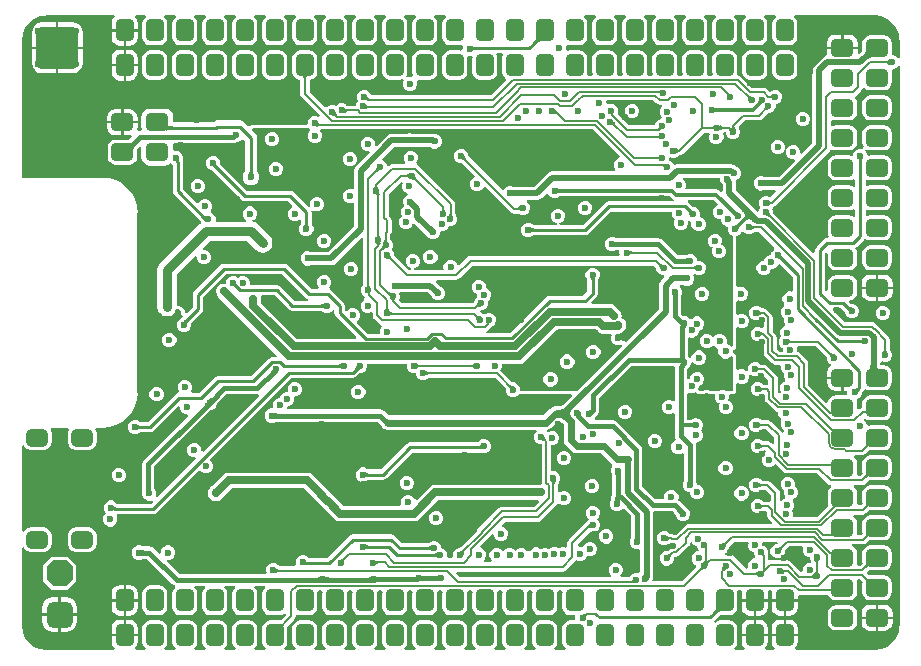
<source format=gbr>
%TF.GenerationSoftware,Altium Limited,Altium Designer,22.10.1 (41)*%
G04 Layer_Physical_Order=3*
G04 Layer_Color=16440176*
%FSLAX45Y45*%
%MOMM*%
%TF.SameCoordinates,A8474BD1-FA4A-4BD0-88DA-22D9B4FA892B*%
%TF.FilePolarity,Positive*%
%TF.FileFunction,Copper,L3,Inr,Signal*%
%TF.Part,Single*%
G01*
G75*
%TA.AperFunction,Conductor*%
%ADD76C,0.50000*%
%ADD77C,0.25000*%
%ADD78C,0.30000*%
%ADD79C,0.40000*%
%ADD80C,0.15000*%
%ADD82C,0.20000*%
%ADD88C,0.70000*%
%ADD89C,0.75000*%
%ADD91C,0.60000*%
%ADD92C,0.80000*%
%TA.AperFunction,ComponentPad*%
G04:AMPARAMS|DCode=99|XSize=1.8mm|YSize=1.45mm|CornerRadius=0.3625mm|HoleSize=0mm|Usage=FLASHONLY|Rotation=180.000|XOffset=0mm|YOffset=0mm|HoleType=Round|Shape=RoundedRectangle|*
%AMROUNDEDRECTD99*
21,1,1.80000,0.72500,0,0,180.0*
21,1,1.07500,1.45000,0,0,180.0*
1,1,0.72500,-0.53750,0.36250*
1,1,0.72500,0.53750,0.36250*
1,1,0.72500,0.53750,-0.36250*
1,1,0.72500,-0.53750,-0.36250*
%
%ADD99ROUNDEDRECTD99*%
G04:AMPARAMS|DCode=101|XSize=2.2mm|YSize=2.2mm|CornerRadius=0mm|HoleSize=0mm|Usage=FLASHONLY|Rotation=270.000|XOffset=0mm|YOffset=0mm|HoleType=Round|Shape=Octagon|*
%AMOCTAGOND101*
4,1,8,-0.55000,-1.10000,0.55000,-1.10000,1.10000,-0.55000,1.10000,0.55000,0.55000,1.10000,-0.55000,1.10000,-1.10000,0.55000,-1.10000,-0.55000,-0.55000,-1.10000,0.0*
%
%ADD101OCTAGOND101*%

G04:AMPARAMS|DCode=102|XSize=2.2mm|YSize=2.2mm|CornerRadius=0.55mm|HoleSize=0mm|Usage=FLASHONLY|Rotation=270.000|XOffset=0mm|YOffset=0mm|HoleType=Round|Shape=RoundedRectangle|*
%AMROUNDEDRECTD102*
21,1,2.20000,1.10000,0,0,270.0*
21,1,1.10000,2.20000,0,0,270.0*
1,1,1.10000,-0.55000,-0.55000*
1,1,1.10000,-0.55000,0.55000*
1,1,1.10000,0.55000,0.55000*
1,1,1.10000,0.55000,-0.55000*
%
%ADD102ROUNDEDRECTD102*%
%TA.AperFunction,ViaPad*%
%ADD103C,0.60000*%
%TA.AperFunction,ComponentPad*%
G04:AMPARAMS|DCode=104|XSize=1.5mm|YSize=1.9mm|CornerRadius=0.375mm|HoleSize=0mm|Usage=FLASHONLY|Rotation=270.000|XOffset=0mm|YOffset=0mm|HoleType=Round|Shape=RoundedRectangle|*
%AMROUNDEDRECTD104*
21,1,1.50000,1.15000,0,0,270.0*
21,1,0.75000,1.90000,0,0,270.0*
1,1,0.75000,-0.57500,-0.37500*
1,1,0.75000,-0.57500,0.37500*
1,1,0.75000,0.57500,0.37500*
1,1,0.75000,0.57500,-0.37500*
%
%ADD104ROUNDEDRECTD104*%
G04:AMPARAMS|DCode=105|XSize=1.5mm|YSize=1.9mm|CornerRadius=0.375mm|HoleSize=0mm|Usage=FLASHONLY|Rotation=0.000|XOffset=0mm|YOffset=0mm|HoleType=Round|Shape=RoundedRectangle|*
%AMROUNDEDRECTD105*
21,1,1.50000,1.15000,0,0,0.0*
21,1,0.75000,1.90000,0,0,0.0*
1,1,0.75000,0.37500,-0.57500*
1,1,0.75000,-0.37500,-0.57500*
1,1,0.75000,-0.37500,0.57500*
1,1,0.75000,0.37500,0.57500*
%
%ADD105ROUNDEDRECTD105*%
G04:AMPARAMS|DCode=106|XSize=3.6mm|YSize=3.6mm|CornerRadius=0.54mm|HoleSize=0mm|Usage=FLASHONLY|Rotation=0.000|XOffset=0mm|YOffset=0mm|HoleType=Round|Shape=RoundedRectangle|*
%AMROUNDEDRECTD106*
21,1,3.60000,2.52000,0,0,0.0*
21,1,2.52000,3.60000,0,0,0.0*
1,1,1.08000,1.26000,-1.26000*
1,1,1.08000,-1.26000,-1.26000*
1,1,1.08000,-1.26000,1.26000*
1,1,1.08000,1.26000,1.26000*
%
%ADD106ROUNDEDRECTD106*%
G36*
X5548630Y5196038D02*
X5546657Y5197373D01*
X5544219Y5197896D01*
X5541318Y5197607D01*
X5537952Y5196505D01*
X5534123Y5194591D01*
X5529829Y5191865D01*
X5525072Y5188327D01*
X5519851Y5183976D01*
X5508016Y5172838D01*
X5490338Y5190516D01*
X5496313Y5196665D01*
X5505827Y5207572D01*
X5509365Y5212329D01*
X5512091Y5216623D01*
X5514005Y5220452D01*
X5515107Y5223818D01*
X5515396Y5226719D01*
X5514873Y5229157D01*
X5513538Y5231130D01*
X5548630Y5196038D01*
D02*
G37*
G36*
X8434462Y5410484D02*
X8485651Y5389281D01*
X8529609Y5355551D01*
X8563338Y5311594D01*
X8584542Y5260404D01*
X8589867Y5219955D01*
X8591113Y5205471D01*
X8591116Y5205460D01*
X8591116Y5190471D01*
X8591120Y5057416D01*
X8576120Y5054432D01*
X8575688Y5055475D01*
X8558809Y5072354D01*
X8536757Y5081488D01*
X8535268D01*
X8525753Y5093083D01*
X8528322Y5106000D01*
Y5181000D01*
X8523083Y5207337D01*
X8508164Y5229664D01*
X8485837Y5244583D01*
X8459500Y5249822D01*
X8344500D01*
X8318163Y5244583D01*
X8295836Y5229664D01*
X8280917Y5207337D01*
X8275678Y5181000D01*
Y5122872D01*
X8272085Y5117448D01*
X8252360Y5094165D01*
X8238405Y5100899D01*
X8239420Y5106000D01*
Y5133500D01*
X8108000D01*
X7976580D01*
Y5106000D01*
X7979583Y5090905D01*
X7979605Y5090114D01*
X7968200Y5073731D01*
X7958540Y5071809D01*
X7940347Y5059653D01*
X7872260Y4991566D01*
X7860104Y4973373D01*
X7855836Y4951913D01*
Y4926023D01*
X7850000Y4911935D01*
Y4888065D01*
X7853923Y4878596D01*
Y4333938D01*
X7765378Y4245394D01*
X7751319Y4252548D01*
Y4271533D01*
X7742184Y4293586D01*
X7725306Y4310464D01*
X7703253Y4319599D01*
X7679384D01*
X7657331Y4310464D01*
X7640453Y4293586D01*
X7631319Y4271533D01*
Y4247664D01*
X7640453Y4225612D01*
X7657331Y4208733D01*
X7679384Y4199599D01*
X7698370D01*
X7705524Y4185539D01*
X7571043Y4051058D01*
X7440163D01*
X7430693Y4054981D01*
X7406824D01*
X7384771Y4045847D01*
X7367893Y4028968D01*
X7358758Y4006916D01*
Y3983046D01*
X7367893Y3960994D01*
X7384771Y3944116D01*
X7406824Y3934981D01*
X7430693D01*
X7440163Y3938904D01*
X7539941D01*
X7545682Y3925046D01*
X7497963Y3877327D01*
X7496497Y3878398D01*
X7494030Y3880865D01*
X7471977Y3890000D01*
X7448108D01*
X7426056Y3880865D01*
X7409177Y3863987D01*
X7400043Y3841935D01*
Y3818065D01*
X7409177Y3796013D01*
X7415169Y3790021D01*
X7409135Y3783987D01*
X7400000Y3761935D01*
Y3758904D01*
X7386142Y3753163D01*
X7364653Y3774653D01*
X7206077Y3933228D01*
Y4007294D01*
X7203427Y4020618D01*
X7223987Y4029134D01*
X7240866Y4046013D01*
X7250000Y4068065D01*
Y4091935D01*
X7240866Y4113987D01*
X7223987Y4130866D01*
X7209898Y4136701D01*
X7206947Y4139653D01*
X7188754Y4151809D01*
X7167294Y4156077D01*
X6710000D01*
X6688540Y4151809D01*
X6688478Y4151767D01*
X6674124Y4156121D01*
X6670865Y4163987D01*
X6653987Y4180866D01*
X6638101Y4187446D01*
X6642500Y4198065D01*
Y4206928D01*
X6654972Y4215262D01*
X6663881Y4211571D01*
X6687750D01*
X6709803Y4220706D01*
X6712280Y4223183D01*
X6715891Y4225849D01*
X6722444Y4230404D01*
X6727189Y4233337D01*
X6727484D01*
X6742116Y4236247D01*
X6754520Y4244536D01*
X6935277Y4425293D01*
X6935432Y4425398D01*
X6935695Y4425547D01*
X6935920Y4425652D01*
X6936155Y4425738D01*
X6936445Y4425818D01*
X6936628Y4425853D01*
X6974921D01*
X6984944Y4410852D01*
X6981126Y4401635D01*
Y4377766D01*
X6990260Y4355713D01*
X7007138Y4338835D01*
X7029191Y4329701D01*
X7053060D01*
X7075113Y4338835D01*
X7091991Y4355713D01*
X7101125Y4377766D01*
Y4401635D01*
X7095364Y4415545D01*
X7106270Y4428414D01*
X7122955D01*
X7123522Y4425643D01*
X7124136Y4421566D01*
Y4418065D01*
X7133270Y4396013D01*
X7150148Y4379134D01*
X7172201Y4370000D01*
X7196070D01*
X7218123Y4379134D01*
X7235001Y4396013D01*
X7244135Y4418065D01*
Y4441935D01*
X7235001Y4463987D01*
X7232524Y4466465D01*
X7229858Y4470076D01*
X7227516Y4473444D01*
X7285837Y4531766D01*
X7401722D01*
X7416354Y4534676D01*
X7428758Y4542964D01*
X7472392Y4586598D01*
X7486100Y4589407D01*
X7490177Y4590021D01*
X7493677D01*
X7515730Y4599155D01*
X7532608Y4616033D01*
X7541743Y4638086D01*
Y4661955D01*
X7547118Y4670000D01*
X7551935D01*
X7573987Y4679134D01*
X7590865Y4696013D01*
X7600000Y4718065D01*
Y4741935D01*
X7590865Y4763987D01*
X7573987Y4780865D01*
X7551935Y4790000D01*
X7528065D01*
X7506013Y4780865D01*
X7503536Y4778389D01*
X7499927Y4775724D01*
X7493366Y4771164D01*
X7493083Y4770989D01*
X7472036Y4792036D01*
X7459632Y4800324D01*
X7445000Y4803234D01*
X7340837D01*
X7247036Y4897036D01*
X7234632Y4905324D01*
X7226091Y4907023D01*
X7225968Y4907076D01*
X7216484Y4919190D01*
X7215186Y4923235D01*
X7218322Y4939000D01*
Y5054000D01*
X7213083Y5080337D01*
X7198164Y5102664D01*
X7175837Y5117583D01*
X7149500Y5122822D01*
X7074500D01*
X7048163Y5117583D01*
X7025836Y5102664D01*
X7010917Y5080337D01*
X7005678Y5054000D01*
Y4939000D01*
X7008814Y4923235D01*
X6997209Y4908234D01*
X6972791D01*
X6961186Y4923235D01*
X6964322Y4939000D01*
Y5054000D01*
X6959083Y5080337D01*
X6944164Y5102664D01*
X6921837Y5117583D01*
X6895500Y5122822D01*
X6820500D01*
X6794163Y5117583D01*
X6771836Y5102664D01*
X6756917Y5080337D01*
X6751678Y5054000D01*
Y4939000D01*
X6754814Y4923235D01*
X6743209Y4908234D01*
X6718791D01*
X6707186Y4923235D01*
X6710322Y4939000D01*
Y5054000D01*
X6705083Y5080337D01*
X6690164Y5102664D01*
X6667837Y5117583D01*
X6641500Y5122822D01*
X6566500D01*
X6540163Y5117583D01*
X6517836Y5102664D01*
X6502917Y5080337D01*
X6497678Y5054000D01*
Y4939000D01*
X6500814Y4923235D01*
X6489209Y4908234D01*
X6464791D01*
X6453186Y4923235D01*
X6456322Y4939000D01*
Y5054000D01*
X6451083Y5080337D01*
X6436164Y5102664D01*
X6413837Y5117583D01*
X6387500Y5122822D01*
X6312500D01*
X6286163Y5117583D01*
X6263836Y5102664D01*
X6248917Y5080337D01*
X6243678Y5054000D01*
Y4939000D01*
X6246814Y4923235D01*
X6235209Y4908234D01*
X6210791D01*
X6199186Y4923235D01*
X6202322Y4939000D01*
Y5054000D01*
X6197083Y5080337D01*
X6182164Y5102664D01*
X6159837Y5117583D01*
X6133500Y5122822D01*
X6058500D01*
X6032163Y5117583D01*
X6009836Y5102664D01*
X5994917Y5080337D01*
X5989678Y5054000D01*
Y4939000D01*
X5992814Y4923235D01*
X5981209Y4908234D01*
X5956791D01*
X5945186Y4923235D01*
X5948322Y4939000D01*
Y5054000D01*
X5943083Y5080337D01*
X5928164Y5102664D01*
X5905837Y5117583D01*
X5879500Y5122822D01*
X5804500D01*
X5782930Y5118532D01*
X5776461Y5123262D01*
X5772091Y5127526D01*
X5770469Y5130183D01*
Y5151513D01*
X5767602Y5158433D01*
X5774879Y5166001D01*
X5779390Y5169173D01*
X5804500Y5164178D01*
X5879500D01*
X5905837Y5169417D01*
X5928164Y5184336D01*
X5943083Y5206663D01*
X5948322Y5233000D01*
Y5348000D01*
X5943083Y5374337D01*
X5928164Y5396664D01*
X5920096Y5402056D01*
X5924646Y5417056D01*
X6013354D01*
X6017904Y5402056D01*
X6009836Y5396664D01*
X5994917Y5374337D01*
X5989678Y5348000D01*
Y5233000D01*
X5994917Y5206663D01*
X6009836Y5184336D01*
X6032163Y5169417D01*
X6058500Y5164178D01*
X6133500D01*
X6159837Y5169417D01*
X6182164Y5184336D01*
X6197083Y5206663D01*
X6202322Y5233000D01*
Y5348000D01*
X6197083Y5374337D01*
X6182164Y5396664D01*
X6174096Y5402056D01*
X6178646Y5417056D01*
X6267354D01*
X6271904Y5402056D01*
X6263836Y5396664D01*
X6248917Y5374337D01*
X6243678Y5348000D01*
Y5233000D01*
X6248917Y5206663D01*
X6263836Y5184336D01*
X6286163Y5169417D01*
X6312500Y5164178D01*
X6387500D01*
X6413837Y5169417D01*
X6436164Y5184336D01*
X6451083Y5206663D01*
X6456322Y5233000D01*
Y5348000D01*
X6451083Y5374337D01*
X6436164Y5396664D01*
X6428096Y5402056D01*
X6432646Y5417056D01*
X6521354D01*
X6525904Y5402056D01*
X6517836Y5396664D01*
X6502917Y5374337D01*
X6497678Y5348000D01*
Y5233000D01*
X6502917Y5206663D01*
X6517836Y5184336D01*
X6540163Y5169417D01*
X6566500Y5164178D01*
X6641500D01*
X6667837Y5169417D01*
X6690164Y5184336D01*
X6705083Y5206663D01*
X6710322Y5233000D01*
Y5348000D01*
X6705083Y5374337D01*
X6690164Y5396664D01*
X6682096Y5402056D01*
X6686646Y5417056D01*
X6775354D01*
X6779904Y5402056D01*
X6771836Y5396664D01*
X6756917Y5374337D01*
X6751678Y5348000D01*
Y5233000D01*
X6756917Y5206663D01*
X6771836Y5184336D01*
X6794163Y5169417D01*
X6820500Y5164178D01*
X6895500D01*
X6921837Y5169417D01*
X6944164Y5184336D01*
X6959083Y5206663D01*
X6964322Y5233000D01*
Y5348000D01*
X6959083Y5374337D01*
X6944164Y5396664D01*
X6936096Y5402056D01*
X6940646Y5417056D01*
X7029354D01*
X7033904Y5402056D01*
X7025836Y5396664D01*
X7010917Y5374337D01*
X7005678Y5348000D01*
Y5233000D01*
X7010917Y5206663D01*
X7025836Y5184336D01*
X7048163Y5169417D01*
X7074500Y5164178D01*
X7149500D01*
X7175837Y5169417D01*
X7198164Y5184336D01*
X7213083Y5206663D01*
X7218322Y5233000D01*
Y5348000D01*
X7213083Y5374337D01*
X7198164Y5396664D01*
X7190096Y5402056D01*
X7194646Y5417056D01*
X7283354D01*
X7287904Y5402056D01*
X7279836Y5396664D01*
X7264917Y5374337D01*
X7259678Y5348000D01*
Y5233000D01*
X7264917Y5206663D01*
X7279836Y5184336D01*
X7302163Y5169417D01*
X7328500Y5164178D01*
X7403500D01*
X7429837Y5169417D01*
X7452164Y5184336D01*
X7467083Y5206663D01*
X7472322Y5233000D01*
Y5348000D01*
X7467083Y5374337D01*
X7452164Y5396664D01*
X7444096Y5402056D01*
X7448646Y5417056D01*
X7537354D01*
X7541904Y5402056D01*
X7533836Y5396664D01*
X7518917Y5374337D01*
X7513678Y5348000D01*
Y5233000D01*
X7518917Y5206663D01*
X7533836Y5184336D01*
X7556163Y5169417D01*
X7582500Y5164178D01*
X7657500D01*
X7683837Y5169417D01*
X7706164Y5184336D01*
X7721083Y5206663D01*
X7726322Y5233000D01*
Y5348000D01*
X7721083Y5374337D01*
X7706164Y5396664D01*
X7698096Y5402056D01*
X7702646Y5417056D01*
X8379531D01*
X8381527Y5417453D01*
X8434462Y5410484D01*
D02*
G37*
G36*
X4747904Y5402056D02*
X4739836Y5396664D01*
X4724917Y5374337D01*
X4719678Y5348000D01*
Y5233000D01*
X4724917Y5206663D01*
X4739836Y5184336D01*
X4762163Y5169417D01*
X4788500Y5164178D01*
X4863500D01*
X4884170Y5168289D01*
X4895310Y5156815D01*
X4895486Y5156411D01*
X4892487Y5149171D01*
Y5132350D01*
X4881053Y5120773D01*
X4878629Y5119813D01*
X4863500Y5122822D01*
X4788500D01*
X4762163Y5117583D01*
X4739836Y5102664D01*
X4724917Y5080337D01*
X4719678Y5054000D01*
Y4939000D01*
X4724917Y4912663D01*
X4739836Y4890336D01*
X4762163Y4875417D01*
X4788500Y4870178D01*
X4863500D01*
X4889837Y4875417D01*
X4912164Y4890336D01*
X4927083Y4912663D01*
X4932322Y4939000D01*
Y5054000D01*
X4930066Y5065344D01*
X4935793Y5071839D01*
X4942994Y5077236D01*
X4963006D01*
X4965257Y5076414D01*
X4976027Y5065807D01*
X4973678Y5054000D01*
Y4939000D01*
X4978917Y4912663D01*
X4993836Y4890336D01*
X5016163Y4875417D01*
X5042500Y4870178D01*
X5117500D01*
X5143837Y4875417D01*
X5166164Y4890336D01*
X5181083Y4912663D01*
X5186322Y4939000D01*
Y5054000D01*
X5181083Y5080337D01*
X5179011Y5083439D01*
X5186082Y5096667D01*
X5227918D01*
X5234989Y5083439D01*
X5232917Y5080337D01*
X5227678Y5054000D01*
Y4939000D01*
X5232917Y4912663D01*
X5247836Y4890336D01*
X5258881Y4882955D01*
X5260351Y4868028D01*
X5133108Y4740784D01*
X4120034D01*
X4120000Y4740884D01*
Y4741935D01*
X4118677Y4745127D01*
X4118473Y4745860D01*
X4117922Y4746951D01*
X4110866Y4763987D01*
X4093987Y4780865D01*
X4071935Y4790000D01*
X4048065D01*
X4026013Y4780865D01*
X4009134Y4763987D01*
X4000000Y4741935D01*
Y4718065D01*
X4009134Y4696013D01*
X4010147Y4695000D01*
X3999134Y4683987D01*
X3990000Y4661935D01*
Y4653283D01*
X3918271D01*
X3917932Y4653439D01*
X3916893Y4653987D01*
X3908941Y4659080D01*
X3906454Y4660898D01*
X3903987Y4663365D01*
X3881935Y4672500D01*
X3858065D01*
X3836013Y4663365D01*
X3823652Y4651004D01*
X3801935Y4660000D01*
X3778065D01*
X3756013Y4650865D01*
X3748103Y4642956D01*
X3727568Y4642277D01*
X3596784Y4773062D01*
Y4870831D01*
X3619837Y4875417D01*
X3642164Y4890336D01*
X3657083Y4912663D01*
X3662322Y4939000D01*
Y5054000D01*
X3657083Y5080337D01*
X3642164Y5102664D01*
X3619837Y5117583D01*
X3593500Y5122822D01*
X3518500D01*
X3492163Y5117583D01*
X3469836Y5102664D01*
X3454917Y5080337D01*
X3449678Y5054000D01*
Y4939000D01*
X3454917Y4912663D01*
X3469836Y4890336D01*
X3492163Y4875417D01*
X3515216Y4870831D01*
Y4756170D01*
X3515216Y4756169D01*
X3518321Y4740562D01*
X3527162Y4727330D01*
X3681911Y4572581D01*
X3673985Y4560864D01*
X3651932Y4569998D01*
X3628063D01*
X3606011Y4560864D01*
X3589132Y4543986D01*
X3579998Y4521933D01*
Y4505588D01*
X3568095Y4490587D01*
X3115758Y4490588D01*
X3104052Y4488259D01*
X3094129Y4481629D01*
X3076385Y4480212D01*
X3075465Y4480695D01*
X3043309Y4512850D01*
X3025944Y4524454D01*
X3005459Y4528528D01*
X2815001D01*
X2794517Y4524454D01*
X2786147Y4518861D01*
X2442518D01*
Y4549900D01*
X2436503Y4580139D01*
X2419374Y4605774D01*
X2393739Y4622903D01*
X2363500Y4628918D01*
X2248500D01*
X2218261Y4622903D01*
X2192626Y4605774D01*
X2175497Y4580139D01*
X2169482Y4549900D01*
Y4474900D01*
X2173668Y4453855D01*
X2162965Y4439204D01*
X2148054Y4437229D01*
X2141346Y4443363D01*
X2141148Y4443601D01*
X2138308Y4449198D01*
X2143420Y4474900D01*
Y4502400D01*
X2022000D01*
Y4400980D01*
X2069500D01*
X2084191Y4403902D01*
X2091581Y4390078D01*
X2086085Y4384583D01*
X2071039Y4371317D01*
X2064532Y4366361D01*
X2062044Y4364722D01*
X1954500D01*
X1928163Y4359483D01*
X1905836Y4344564D01*
X1890917Y4322237D01*
X1885678Y4295900D01*
Y4220900D01*
X1890917Y4194563D01*
X1905836Y4172235D01*
X1928163Y4157317D01*
X1954500Y4152078D01*
X2069500D01*
X2095837Y4157317D01*
X2118164Y4172235D01*
X2133083Y4194563D01*
X2138322Y4220900D01*
Y4288444D01*
X2139531Y4290280D01*
X2148102Y4300418D01*
X2167494Y4300123D01*
X2169756Y4297276D01*
X2169482Y4295900D01*
Y4220900D01*
X2175497Y4190661D01*
X2192626Y4165026D01*
X2218261Y4147897D01*
X2248500Y4141882D01*
X2363500D01*
X2393739Y4147897D01*
X2419374Y4165025D01*
X2424267Y4165508D01*
X2433811Y4155963D01*
X2436668Y4154780D01*
Y3930000D01*
X2439966Y3913417D01*
X2449360Y3899359D01*
X2674719Y3674000D01*
X2674594Y3658183D01*
X2672650Y3654577D01*
X2662323Y3647676D01*
X2332321Y3317674D01*
X2314640Y3291212D01*
X2308431Y3259998D01*
Y2949999D01*
X2314640Y2918785D01*
X2332321Y2892323D01*
X2358783Y2874641D01*
X2389998Y2868432D01*
X2421212Y2874641D01*
X2447674Y2892323D01*
X2465356Y2918785D01*
X2467625Y2930196D01*
X2471565Y2929412D01*
X2485851D01*
X2496661Y2924934D01*
X2504935Y2916660D01*
X2509412Y2905851D01*
Y2901965D01*
X2511740Y2890260D01*
X2515886Y2884055D01*
X2518371Y2880336D01*
X2521274Y2864569D01*
X2520904Y2861801D01*
X2520626Y2861609D01*
X2517904Y2860032D01*
X2517455Y2859816D01*
X2514225Y2858544D01*
X2512478Y2857994D01*
X2510164Y2856727D01*
X2496013Y2850866D01*
X2479134Y2833987D01*
X2470000Y2811935D01*
Y2788065D01*
X2479134Y2766013D01*
X2496013Y2749134D01*
X2518065Y2740000D01*
X2541935D01*
X2563987Y2749134D01*
X2580866Y2766013D01*
X2590000Y2788065D01*
Y2801088D01*
X2590439Y2804158D01*
X2590302Y2806671D01*
X2590312Y2807951D01*
X2590357Y2808547D01*
X2680641Y2898830D01*
X2690034Y2912888D01*
X2693332Y2929471D01*
Y3032051D01*
X2887949Y3226668D01*
X3362051D01*
X3559359Y3029359D01*
X3573417Y3019966D01*
X3581634Y3018332D01*
X3580157Y3003332D01*
X3467950D01*
X3350640Y3120640D01*
X3336583Y3130034D01*
X3320000Y3133332D01*
X3094479D01*
X3091317Y3138066D01*
Y3161935D01*
X3082183Y3183987D01*
X3065304Y3200866D01*
X3043252Y3210000D01*
X3019382D01*
X2997330Y3200866D01*
X2990658Y3194194D01*
X2983987Y3200866D01*
X2961935Y3210000D01*
X2938065D01*
X2916013Y3200866D01*
X2899134Y3183987D01*
X2890000Y3161935D01*
Y3154117D01*
X2878405Y3144601D01*
X2870000Y3146273D01*
X2844638Y3141228D01*
X2823138Y3126862D01*
X2808772Y3105362D01*
X2803727Y3080000D01*
X2808772Y3054638D01*
X2823138Y3033138D01*
X3319085Y2537191D01*
X3313345Y2523333D01*
X3280000D01*
X3263417Y2520034D01*
X3249359Y2510641D01*
X3102051Y2363332D01*
X2820000D01*
X2803417Y2360034D01*
X2789359Y2350641D01*
X2662051Y2223332D01*
X2597784D01*
X2591826Y2238332D01*
X2600000Y2258065D01*
Y2281935D01*
X2590866Y2303987D01*
X2573987Y2320866D01*
X2551935Y2330000D01*
X2528065D01*
X2506013Y2320866D01*
X2489134Y2303987D01*
X2480000Y2281935D01*
Y2258065D01*
X2488407Y2237769D01*
X2487950Y2233346D01*
X2482611Y2221322D01*
X2476133Y2220034D01*
X2462075Y2210641D01*
X2224767Y1973332D01*
X2164991D01*
X2164343Y1973581D01*
X2163247Y1974083D01*
X2162198Y1974638D01*
X2158139Y1977188D01*
X2156439Y1978414D01*
X2153987Y1980865D01*
X2131935Y1990000D01*
X2108065D01*
X2086013Y1980865D01*
X2069135Y1963987D01*
X2060000Y1941935D01*
Y1918065D01*
X2069135Y1896013D01*
X2086013Y1879134D01*
X2108065Y1870000D01*
X2131935D01*
X2153987Y1879134D01*
X2156439Y1881586D01*
X2158142Y1882814D01*
X2162196Y1885361D01*
X2163246Y1885916D01*
X2164343Y1886419D01*
X2164991Y1886668D01*
X2242716D01*
X2259299Y1889966D01*
X2273356Y1899359D01*
X2485000Y2111003D01*
X2500000Y2104790D01*
Y2088065D01*
X2509134Y2066013D01*
X2526013Y2049135D01*
X2548065Y2040000D01*
X2556692D01*
X2562905Y2025000D01*
X2193952Y1656047D01*
X2182901Y1639508D01*
X2179021Y1619999D01*
Y1385412D01*
X2180000Y1380487D01*
Y1358065D01*
X2189135Y1336013D01*
X2206013Y1319134D01*
X2228065Y1310000D01*
X2251935D01*
X2261446Y1313939D01*
X2269942Y1301223D01*
X2252052Y1283332D01*
X1965320D01*
X1964657Y1284935D01*
X1947778Y1301813D01*
X1925726Y1310948D01*
X1901856D01*
X1879804Y1301813D01*
X1862926Y1284935D01*
X1853791Y1262882D01*
Y1239013D01*
X1862926Y1216960D01*
X1876512Y1203375D01*
X1876013Y1200865D01*
X1859134Y1183987D01*
X1850000Y1161935D01*
Y1138065D01*
X1859134Y1116013D01*
X1876013Y1099134D01*
X1898065Y1090000D01*
X1921935D01*
X1943987Y1099134D01*
X1960866Y1116013D01*
X1970000Y1138065D01*
Y1161935D01*
X1961826Y1181668D01*
X1967784Y1196668D01*
X2270001D01*
X2286583Y1199966D01*
X2300641Y1209360D01*
X2655060Y1563778D01*
X2673821Y1561326D01*
X2686013Y1549135D01*
X2708065Y1540000D01*
X2731935D01*
X2753987Y1549135D01*
X2770865Y1566013D01*
X2780000Y1588065D01*
Y1611935D01*
X2770865Y1633987D01*
X2753987Y1650865D01*
X2752023Y1660741D01*
X3440449Y2349168D01*
X3962500D01*
X3979083Y2352466D01*
X3993141Y2361859D01*
X4018827Y2387545D01*
X4019461Y2387828D01*
X4020594Y2388249D01*
X4021726Y2388598D01*
X4026394Y2389664D01*
X4028470Y2390000D01*
X4031935D01*
X4053987Y2399134D01*
X4070866Y2416013D01*
X4080000Y2438065D01*
Y2461934D01*
X4081198Y2463727D01*
X4418802D01*
X4420001Y2461932D01*
Y2438063D01*
X4429136Y2416010D01*
X4446014Y2399132D01*
X4468067Y2389998D01*
X4491936D01*
X4493348Y2389054D01*
X4500341Y2377243D01*
X4509136Y2356011D01*
X4526014Y2339132D01*
X4548066Y2329998D01*
X4571936D01*
X4593988Y2339132D01*
X4596466Y2341609D01*
X4600077Y2344276D01*
X4606630Y2348830D01*
X4611375Y2351763D01*
X5164165D01*
X5256577Y2259351D01*
X5259387Y2245643D01*
X5260000Y2241566D01*
Y2238065D01*
X5269134Y2216013D01*
X5286013Y2199135D01*
X5308065Y2190000D01*
X5331935D01*
X5353987Y2199135D01*
X5367275Y2212422D01*
X5368295Y2211741D01*
X5380000Y2209412D01*
X5810509D01*
X5816249Y2195554D01*
X5747303Y2126608D01*
X5742529Y2122934D01*
X5736473Y2119067D01*
X5730010Y2115689D01*
X5723076Y2112786D01*
X5715625Y2110363D01*
X5707608Y2108432D01*
X5698990Y2107017D01*
X5692697Y2106424D01*
X5675249D01*
X5651838Y2101768D01*
X5631992Y2088506D01*
X5574661Y2031176D01*
X4265509D01*
X4230638Y2066046D01*
X4214099Y2077097D01*
X4194590Y2080978D01*
X3415016D01*
X3407082Y2092853D01*
X3413663Y2106852D01*
X3420500D01*
X3442552Y2115986D01*
X3459430Y2132865D01*
X3468565Y2154917D01*
Y2178786D01*
X3476704Y2190967D01*
X3483601D01*
X3505654Y2200102D01*
X3522532Y2216980D01*
X3531666Y2239033D01*
Y2262902D01*
X3522532Y2284955D01*
X3505654Y2301833D01*
X3483601Y2310967D01*
X3459732D01*
X3437679Y2301833D01*
X3420801Y2284955D01*
X3411667Y2262902D01*
Y2239033D01*
X3403527Y2226852D01*
X3396630D01*
X3374578Y2217717D01*
X3357699Y2200839D01*
X3349068Y2180000D01*
X3338065D01*
X3316013Y2170866D01*
X3299134Y2153987D01*
X3290000Y2131935D01*
Y2108065D01*
X3291276Y2104984D01*
X3281248Y2089998D01*
X3267373D01*
X3245320Y2080864D01*
X3228442Y2063986D01*
X3219308Y2041933D01*
Y2018064D01*
X3228442Y1996011D01*
X3245320Y1979133D01*
X3267373Y1969999D01*
X3291242D01*
X3313020Y1979019D01*
X4173473D01*
X4202880Y1949612D01*
X4203481Y1946589D01*
X4206829Y1941579D01*
X4209135Y1936013D01*
X4213395Y1931752D01*
X4216743Y1926743D01*
X4221752Y1923395D01*
X4226013Y1919135D01*
X4231579Y1916829D01*
X4236589Y1913481D01*
X4242500Y1912306D01*
X4248065Y1910000D01*
X4254090D01*
X4260000Y1908825D01*
X5512759D01*
X5518972Y1893825D01*
X5509135Y1883987D01*
X5500000Y1861935D01*
Y1838065D01*
X5509135Y1816013D01*
X5526013Y1799135D01*
X5548065Y1790000D01*
X5551568D01*
X5556008Y1789332D01*
X5561766Y1788296D01*
Y1460381D01*
X5561754Y1459950D01*
X5561517Y1458915D01*
X5549308Y1445738D01*
X4659465D01*
X4634103Y1440693D01*
X4612602Y1426327D01*
X4503858Y1317583D01*
X4486191Y1321129D01*
X4480866Y1333987D01*
X4463987Y1350865D01*
X4441935Y1360000D01*
X4418065D01*
X4396013Y1350865D01*
X4379134Y1333987D01*
X4370000Y1311935D01*
Y1288065D01*
X4373861Y1278745D01*
X4365527Y1266273D01*
X3884221D01*
X3797327Y1353167D01*
X3793669Y1356830D01*
X3793650Y1356843D01*
X3793637Y1356862D01*
X3698635Y1451863D01*
X3698635Y1451864D01*
X3623634Y1526864D01*
X3602134Y1541231D01*
X3576772Y1546275D01*
X2910002D01*
X2884640Y1541231D01*
X2863140Y1526864D01*
X2767939Y1431663D01*
X2766013Y1430866D01*
X2749134Y1413987D01*
X2745738Y1405788D01*
X2738772Y1395362D01*
X2733727Y1370000D01*
X2738772Y1344638D01*
X2753138Y1323138D01*
X2774638Y1308772D01*
X2800000Y1303727D01*
X2825362Y1308772D01*
X2846862Y1323138D01*
X2937453Y1413729D01*
X3549321D01*
X3604911Y1358139D01*
X3604912Y1358138D01*
X3699880Y1263170D01*
X3703537Y1259508D01*
X3703557Y1259495D01*
X3703570Y1259475D01*
X3809907Y1153138D01*
X3831408Y1138771D01*
X3856769Y1133727D01*
X4480000D01*
X4505362Y1138771D01*
X4526862Y1153138D01*
X4686916Y1313191D01*
X5529522D01*
X5535262Y1299333D01*
X5494163Y1258234D01*
X5225563D01*
X5210932Y1255324D01*
X5198528Y1247036D01*
X5025051Y1073559D01*
X5016763Y1061155D01*
X5015680Y1055714D01*
X4874378Y914411D01*
X4860248Y910000D01*
X4858065D01*
X4836013Y900866D01*
X4819134Y883987D01*
X4810000Y861935D01*
Y838066D01*
X4801794Y825784D01*
X4768206D01*
X4760000Y838066D01*
Y861935D01*
X4750866Y883987D01*
X4733987Y900866D01*
X4711935Y910000D01*
X4710000D01*
Y921935D01*
X4700866Y943987D01*
X4683987Y960865D01*
X4661935Y970000D01*
X4638065D01*
X4616013Y960865D01*
X4613562Y958414D01*
X4611858Y957186D01*
X4607804Y954639D01*
X4606754Y954084D01*
X4605657Y953581D01*
X4605009Y953332D01*
X4377949D01*
X4320640Y1010641D01*
X4306582Y1020034D01*
X4290000Y1023332D01*
X3960000D01*
X3943418Y1020034D01*
X3929360Y1010641D01*
X3742051Y823332D01*
X3591137D01*
X3590866Y823987D01*
X3573987Y840865D01*
X3551935Y850000D01*
X3528065D01*
X3506013Y840865D01*
X3489135Y823987D01*
X3480000Y801935D01*
Y778065D01*
X3483016Y770784D01*
X3472993Y755784D01*
X3340484D01*
X3339726Y756355D01*
X3335754Y759886D01*
X3333519Y762150D01*
X3330986Y763867D01*
X3323987Y770866D01*
X3301935Y780000D01*
X3278065D01*
X3256013Y770866D01*
X3239134Y753987D01*
X3230000Y731935D01*
Y708065D01*
X3231911Y703451D01*
X3223578Y690980D01*
X2491117D01*
X2386411Y795685D01*
X2393309Y810000D01*
X2411935D01*
X2433987Y819135D01*
X2450866Y836013D01*
X2460000Y858065D01*
Y881935D01*
X2450866Y903987D01*
X2433987Y920866D01*
X2411935Y930000D01*
X2388065D01*
X2366013Y920866D01*
X2349134Y903987D01*
X2340000Y881935D01*
Y863309D01*
X2325685Y856411D01*
X2276048Y906048D01*
X2259509Y917099D01*
X2240000Y920980D01*
X2183712D01*
X2161935Y930000D01*
X2138065D01*
X2116013Y920866D01*
X2099134Y903987D01*
X2090000Y881935D01*
Y858065D01*
X2099134Y836013D01*
X2116013Y819135D01*
X2138065Y810000D01*
X2161935D01*
X2183712Y819020D01*
X2218884D01*
X2433952Y603952D01*
X2450491Y592901D01*
X2457908Y591426D01*
X2461075Y575502D01*
X2453836Y570664D01*
X2438917Y548337D01*
X2433678Y522000D01*
Y407000D01*
X2438917Y380663D01*
X2453836Y358336D01*
X2476163Y343417D01*
X2502500Y338178D01*
X2577500D01*
X2603837Y343417D01*
X2626164Y358336D01*
X2641083Y380663D01*
X2646322Y407000D01*
Y522000D01*
X2641083Y548337D01*
X2626164Y570664D01*
X2621142Y574020D01*
X2625692Y589020D01*
X2708308D01*
X2712858Y574020D01*
X2707836Y570664D01*
X2692917Y548337D01*
X2687678Y522000D01*
Y407000D01*
X2692917Y380663D01*
X2707836Y358336D01*
X2730163Y343417D01*
X2756500Y338178D01*
X2831500D01*
X2857837Y343417D01*
X2880164Y358336D01*
X2895083Y380663D01*
X2900322Y407000D01*
Y522000D01*
X2895083Y548337D01*
X2880164Y570664D01*
X2875142Y574020D01*
X2879692Y589020D01*
X2962308D01*
X2966858Y574020D01*
X2961836Y570664D01*
X2946917Y548337D01*
X2941678Y522000D01*
Y407000D01*
X2946917Y380663D01*
X2961836Y358336D01*
X2984163Y343417D01*
X3010500Y338178D01*
X3085500D01*
X3111837Y343417D01*
X3134164Y358336D01*
X3149083Y380663D01*
X3154322Y407000D01*
Y522000D01*
X3149083Y548337D01*
X3134164Y570664D01*
X3129142Y574020D01*
X3133692Y589020D01*
X3216308D01*
X3220858Y574020D01*
X3215836Y570664D01*
X3200917Y548337D01*
X3195678Y522000D01*
Y407000D01*
X3200917Y380663D01*
X3215836Y358336D01*
X3238163Y343417D01*
X3264500Y338178D01*
X3339500D01*
X3365837Y343417D01*
X3378742Y352039D01*
X3395550Y345604D01*
X3396918Y339489D01*
X3351803Y294375D01*
X3339500Y296822D01*
X3264500D01*
X3238163Y291583D01*
X3215836Y276664D01*
X3200917Y254337D01*
X3195678Y228000D01*
Y113000D01*
X3200917Y86663D01*
X3215836Y64336D01*
X3223904Y58944D01*
X3219354Y43944D01*
X3130646D01*
X3126096Y58944D01*
X3134164Y64336D01*
X3149083Y86663D01*
X3154322Y113000D01*
Y228000D01*
X3149083Y254337D01*
X3134164Y276664D01*
X3111837Y291583D01*
X3085500Y296822D01*
X3010500D01*
X2984163Y291583D01*
X2961836Y276664D01*
X2946917Y254337D01*
X2941678Y228000D01*
Y113000D01*
X2946917Y86663D01*
X2961836Y64336D01*
X2969904Y58944D01*
X2965354Y43944D01*
X2876646D01*
X2872096Y58944D01*
X2880164Y64336D01*
X2895083Y86663D01*
X2900322Y113000D01*
Y228000D01*
X2895083Y254337D01*
X2880164Y276664D01*
X2857837Y291583D01*
X2831500Y296822D01*
X2756500D01*
X2730163Y291583D01*
X2707836Y276664D01*
X2692917Y254337D01*
X2687678Y228000D01*
Y113000D01*
X2692917Y86663D01*
X2707836Y64336D01*
X2715904Y58944D01*
X2711354Y43944D01*
X2622646D01*
X2618096Y58944D01*
X2626164Y64336D01*
X2641083Y86663D01*
X2646322Y113000D01*
Y228000D01*
X2641083Y254337D01*
X2626164Y276664D01*
X2603837Y291583D01*
X2577500Y296822D01*
X2502500D01*
X2476163Y291583D01*
X2453836Y276664D01*
X2438917Y254337D01*
X2433678Y228000D01*
Y113000D01*
X2438917Y86663D01*
X2453836Y64336D01*
X2461904Y58944D01*
X2457354Y43944D01*
X2368646D01*
X2364096Y58944D01*
X2372164Y64336D01*
X2387083Y86663D01*
X2392322Y113000D01*
Y228000D01*
X2387083Y254337D01*
X2372164Y276664D01*
X2349837Y291583D01*
X2323500Y296822D01*
X2248500D01*
X2222163Y291583D01*
X2199836Y276664D01*
X2184917Y254337D01*
X2179678Y228000D01*
Y113000D01*
X2184917Y86663D01*
X2199836Y64336D01*
X2207904Y58944D01*
X2203354Y43944D01*
X2123646D01*
X2119096Y58944D01*
X2121769Y60731D01*
X2137793Y84712D01*
X2143420Y113000D01*
Y160500D01*
X1920580D01*
Y113000D01*
X1926207Y84712D01*
X1942231Y60731D01*
X1944904Y58944D01*
X1940354Y43944D01*
X1371600D01*
X1369643Y43555D01*
X1317066Y50477D01*
X1266249Y71526D01*
X1222611Y105011D01*
X1189126Y148649D01*
X1168077Y199466D01*
X1161155Y252043D01*
X1161544Y254000D01*
Y906011D01*
X1175454Y914991D01*
X1176544Y914852D01*
X1190487Y893986D01*
X1212401Y879344D01*
X1238250Y874202D01*
X1345750D01*
X1371599Y879344D01*
X1393513Y893986D01*
X1408156Y915900D01*
X1413298Y941750D01*
Y1014250D01*
X1408156Y1040099D01*
X1393513Y1062013D01*
X1371599Y1076656D01*
X1345750Y1081798D01*
X1238250D01*
X1212401Y1076656D01*
X1190487Y1062013D01*
X1176544Y1041148D01*
X1175454Y1041009D01*
X1161544Y1049989D01*
Y1770011D01*
X1175454Y1778991D01*
X1176544Y1778852D01*
X1190487Y1757986D01*
X1212401Y1743344D01*
X1238250Y1738202D01*
X1345750D01*
X1371599Y1743344D01*
X1393513Y1757986D01*
X1408156Y1779900D01*
X1413298Y1805750D01*
Y1878250D01*
X1408156Y1904099D01*
X1403327Y1911327D01*
X1410397Y1924556D01*
X1553602D01*
X1560673Y1911327D01*
X1555844Y1904099D01*
X1550702Y1878250D01*
Y1805750D01*
X1555844Y1779900D01*
X1570487Y1757986D01*
X1592401Y1743344D01*
X1618250Y1738202D01*
X1725750D01*
X1751599Y1743344D01*
X1773513Y1757986D01*
X1788156Y1779900D01*
X1793298Y1805750D01*
Y1878250D01*
X1788156Y1904099D01*
X1783327Y1911327D01*
X1790397Y1924556D01*
X1841500D01*
Y1923962D01*
X1899742Y1929699D01*
X1955745Y1946687D01*
X2007359Y1974275D01*
X2052598Y2011402D01*
X2089725Y2056641D01*
X2117313Y2108255D01*
X2134301Y2164258D01*
X2140038Y2222500D01*
X2139444D01*
Y3746500D01*
X2140038D01*
X2134301Y3804742D01*
X2117313Y3860745D01*
X2089725Y3912359D01*
X2052598Y3957598D01*
X2007359Y3994725D01*
X1955745Y4022313D01*
X1899742Y4039301D01*
X1841500Y4045038D01*
Y4044444D01*
X1161544D01*
Y5207000D01*
X1161155Y5208958D01*
X1168077Y5261534D01*
X1189126Y5312351D01*
X1222610Y5355989D01*
X1266248Y5389474D01*
X1317066Y5410523D01*
X1357121Y5415796D01*
X1371600Y5417055D01*
Y5417056D01*
X1940354D01*
X1944904Y5402056D01*
X1942231Y5400269D01*
X1926207Y5376288D01*
X1920580Y5348000D01*
Y5300500D01*
X2143420D01*
Y5348000D01*
X2137793Y5376288D01*
X2121769Y5400269D01*
X2119096Y5402056D01*
X2123646Y5417056D01*
X2203354D01*
X2207904Y5402056D01*
X2199836Y5396664D01*
X2184917Y5374337D01*
X2179678Y5348000D01*
Y5233000D01*
X2184917Y5206663D01*
X2199836Y5184336D01*
X2222163Y5169417D01*
X2248500Y5164178D01*
X2323500D01*
X2349837Y5169417D01*
X2372164Y5184336D01*
X2387083Y5206663D01*
X2392322Y5233000D01*
Y5348000D01*
X2387083Y5374337D01*
X2372164Y5396664D01*
X2364096Y5402056D01*
X2368646Y5417056D01*
X2457354D01*
X2461904Y5402056D01*
X2453836Y5396664D01*
X2438917Y5374337D01*
X2433678Y5348000D01*
Y5233000D01*
X2438917Y5206663D01*
X2453836Y5184336D01*
X2476163Y5169417D01*
X2502500Y5164178D01*
X2577500D01*
X2603837Y5169417D01*
X2626164Y5184336D01*
X2641083Y5206663D01*
X2646322Y5233000D01*
Y5348000D01*
X2641083Y5374337D01*
X2626164Y5396664D01*
X2618096Y5402056D01*
X2622646Y5417056D01*
X2711354D01*
X2715904Y5402056D01*
X2707836Y5396664D01*
X2692917Y5374337D01*
X2687678Y5348000D01*
Y5233000D01*
X2692917Y5206663D01*
X2707836Y5184336D01*
X2730163Y5169417D01*
X2756500Y5164178D01*
X2831500D01*
X2857837Y5169417D01*
X2880164Y5184336D01*
X2895083Y5206663D01*
X2900322Y5233000D01*
Y5348000D01*
X2895083Y5374337D01*
X2880164Y5396664D01*
X2872096Y5402056D01*
X2876646Y5417056D01*
X2965354D01*
X2969904Y5402056D01*
X2961836Y5396664D01*
X2946917Y5374337D01*
X2941678Y5348000D01*
Y5233000D01*
X2946917Y5206663D01*
X2961836Y5184336D01*
X2984163Y5169417D01*
X3010500Y5164178D01*
X3085500D01*
X3111837Y5169417D01*
X3134164Y5184336D01*
X3149083Y5206663D01*
X3154322Y5233000D01*
Y5348000D01*
X3149083Y5374337D01*
X3134164Y5396664D01*
X3126096Y5402056D01*
X3130646Y5417056D01*
X3219354D01*
X3223904Y5402056D01*
X3215836Y5396664D01*
X3200917Y5374337D01*
X3195678Y5348000D01*
Y5233000D01*
X3200917Y5206663D01*
X3215836Y5184336D01*
X3238163Y5169417D01*
X3264500Y5164178D01*
X3339500D01*
X3365837Y5169417D01*
X3388164Y5184336D01*
X3403083Y5206663D01*
X3408322Y5233000D01*
Y5348000D01*
X3403083Y5374337D01*
X3388164Y5396664D01*
X3380096Y5402056D01*
X3384646Y5417056D01*
X3473354D01*
X3477904Y5402056D01*
X3469836Y5396664D01*
X3454917Y5374337D01*
X3449678Y5348000D01*
Y5233000D01*
X3454917Y5206663D01*
X3469836Y5184336D01*
X3492163Y5169417D01*
X3518500Y5164178D01*
X3593500D01*
X3619837Y5169417D01*
X3642164Y5184336D01*
X3657083Y5206663D01*
X3662322Y5233000D01*
Y5348000D01*
X3657083Y5374337D01*
X3642164Y5396664D01*
X3634096Y5402056D01*
X3638646Y5417056D01*
X3727354D01*
X3731904Y5402056D01*
X3723836Y5396664D01*
X3708917Y5374337D01*
X3703678Y5348000D01*
Y5233000D01*
X3708917Y5206663D01*
X3723836Y5184336D01*
X3746163Y5169417D01*
X3772500Y5164178D01*
X3847500D01*
X3873837Y5169417D01*
X3896164Y5184336D01*
X3911083Y5206663D01*
X3916322Y5233000D01*
Y5348000D01*
X3911083Y5374337D01*
X3896164Y5396664D01*
X3888096Y5402056D01*
X3892646Y5417056D01*
X3981354D01*
X3985904Y5402056D01*
X3977836Y5396664D01*
X3962917Y5374337D01*
X3957678Y5348000D01*
Y5233000D01*
X3962917Y5206663D01*
X3977836Y5184336D01*
X4000163Y5169417D01*
X4026500Y5164178D01*
X4101500D01*
X4127837Y5169417D01*
X4150164Y5184336D01*
X4165083Y5206663D01*
X4170322Y5233000D01*
Y5348000D01*
X4165083Y5374337D01*
X4150164Y5396664D01*
X4142096Y5402056D01*
X4146646Y5417056D01*
X4235354D01*
X4239904Y5402056D01*
X4231836Y5396664D01*
X4216917Y5374337D01*
X4211678Y5348000D01*
Y5233000D01*
X4216917Y5206663D01*
X4231836Y5184336D01*
X4254163Y5169417D01*
X4280500Y5164178D01*
X4355500D01*
X4381837Y5169417D01*
X4404164Y5184336D01*
X4419083Y5206663D01*
X4424322Y5233000D01*
Y5348000D01*
X4419083Y5374337D01*
X4404164Y5396664D01*
X4396096Y5402056D01*
X4400646Y5417056D01*
X4489354D01*
X4493904Y5402056D01*
X4485836Y5396664D01*
X4470917Y5374337D01*
X4465678Y5348000D01*
Y5233000D01*
X4470917Y5206663D01*
X4485836Y5184336D01*
X4508163Y5169417D01*
X4534500Y5164178D01*
X4609500D01*
X4635837Y5169417D01*
X4658164Y5184336D01*
X4673083Y5206663D01*
X4678322Y5233000D01*
Y5348000D01*
X4673083Y5374337D01*
X4658164Y5396664D01*
X4650096Y5402056D01*
X4654646Y5417056D01*
X4743354D01*
X4747904Y5402056D01*
D02*
G37*
G36*
X4971996Y5160376D02*
X4977686Y5157264D01*
X4980470Y5156000D01*
X4983212Y5154931D01*
X4985914Y5154055D01*
X4988575Y5153375D01*
X4991196Y5152889D01*
X4993775Y5152597D01*
X4996314Y5152500D01*
X4998863Y5127500D01*
X4996363Y5127375D01*
X4993835Y5127000D01*
X4991280Y5126375D01*
X4988697Y5125499D01*
X4986087Y5124374D01*
X4983449Y5122999D01*
X4980784Y5121373D01*
X4978090Y5119498D01*
X4975370Y5117372D01*
X4972621Y5114997D01*
X4969090Y5162223D01*
X4971996Y5160376D01*
D02*
G37*
G36*
X8377694Y5068789D02*
X8373659Y5071412D01*
X8368561Y5072273D01*
X8362402Y5071372D01*
X8355180Y5068707D01*
X8346898Y5064280D01*
X8337553Y5058090D01*
X8327147Y5050137D01*
X8303149Y5028943D01*
X8289558Y5015702D01*
X8254202Y5051058D01*
X8267443Y5064649D01*
X8296590Y5099053D01*
X8302780Y5108398D01*
X8307207Y5116680D01*
X8309872Y5123902D01*
X8310773Y5130061D01*
X8309912Y5135159D01*
X8307289Y5139194D01*
X8377694Y5068789D01*
D02*
G37*
G36*
X8506807Y4997499D02*
X8503172Y5000157D01*
X8493343Y5006452D01*
X8490426Y5007991D01*
X8487689Y5009250D01*
X8485132Y5010229D01*
X8482754Y5010929D01*
X8480556Y5011348D01*
X8478538Y5011488D01*
Y5031488D01*
X8480556Y5031628D01*
X8482754Y5032048D01*
X8485132Y5032747D01*
X8487689Y5033726D01*
X8490426Y5034985D01*
X8493343Y5036524D01*
X8499716Y5040441D01*
X8506807Y5045477D01*
Y4997499D01*
D02*
G37*
G36*
X3574100Y4901486D02*
X3572400Y4900577D01*
X3570900Y4899061D01*
X3569600Y4896940D01*
X3568500Y4894213D01*
X3567600Y4890879D01*
X3566900Y4886939D01*
X3566400Y4882394D01*
X3566000Y4871484D01*
X3546000D01*
X3545900Y4877242D01*
X3545100Y4886939D01*
X3544400Y4890879D01*
X3543500Y4894213D01*
X3542400Y4896940D01*
X3541100Y4899061D01*
X3539600Y4900577D01*
X3537900Y4901486D01*
X3536000Y4901789D01*
X3576000D01*
X3574100Y4901486D01*
D02*
G37*
G36*
X8591122Y4985565D02*
X8591247Y270194D01*
X8591247Y269996D01*
Y255256D01*
X8589999Y240773D01*
X8584683Y200394D01*
X8563507Y149271D01*
X8529821Y105371D01*
X8485921Y71685D01*
X8434798Y50509D01*
X8381926Y43549D01*
X8379938Y43944D01*
X7711646D01*
X7707096Y58944D01*
X7709769Y60731D01*
X7725793Y84712D01*
X7731420Y113000D01*
Y160500D01*
X7508580D01*
Y113000D01*
X7514207Y84712D01*
X7530231Y60731D01*
X7532904Y58944D01*
X7528354Y43944D01*
X7457646D01*
X7453096Y58944D01*
X7455769Y60731D01*
X7471793Y84712D01*
X7477420Y113000D01*
Y160500D01*
X7254580D01*
Y113000D01*
X7260207Y84712D01*
X7276231Y60731D01*
X7278904Y58944D01*
X7274354Y43944D01*
X7194646D01*
X7190096Y58944D01*
X7198164Y64336D01*
X7213083Y86663D01*
X7218322Y113000D01*
Y228000D01*
X7213083Y254337D01*
X7198164Y276664D01*
X7175837Y291583D01*
X7149500Y296822D01*
X7074500D01*
X7048163Y291583D01*
X7026720Y277255D01*
X7018140Y289359D01*
X7059192Y330411D01*
X7064141Y335069D01*
X7068004Y338287D01*
X7069258Y339221D01*
X7074500Y338178D01*
X7149500D01*
X7175837Y343417D01*
X7198164Y358336D01*
X7213083Y380663D01*
X7218322Y407000D01*
Y522000D01*
X7215385Y536765D01*
X7227460Y551766D01*
X7245207D01*
X7257517Y536765D01*
X7254580Y522000D01*
Y474500D01*
X7477420D01*
Y522000D01*
X7474483Y536765D01*
X7485283Y549925D01*
X7500717D01*
X7511517Y536765D01*
X7508580Y522000D01*
Y474500D01*
X7731420D01*
Y504724D01*
X7740001Y511766D01*
X7986101D01*
X7986917Y507663D01*
X8001836Y485336D01*
X8024163Y470417D01*
X8050500Y465178D01*
X8165500D01*
X8191837Y470417D01*
X8214164Y485336D01*
X8229083Y507663D01*
X8234322Y534000D01*
Y609000D01*
X8230788Y626765D01*
X8241455Y641766D01*
X8257663D01*
X8278125Y621303D01*
X8275678Y609000D01*
Y534000D01*
X8280917Y507663D01*
X8295836Y485336D01*
X8318163Y470417D01*
X8344500Y465178D01*
X8459500D01*
X8485837Y470417D01*
X8508164Y485336D01*
X8523083Y507663D01*
X8528322Y534000D01*
Y609000D01*
X8523083Y635337D01*
X8508164Y657664D01*
X8485837Y672583D01*
X8459500Y677822D01*
X8344500D01*
X8332197Y675375D01*
X8309072Y698500D01*
X8332197Y721625D01*
X8344500Y719178D01*
X8459500D01*
X8485837Y724417D01*
X8508164Y739336D01*
X8523083Y761663D01*
X8528322Y788000D01*
Y863000D01*
X8523083Y889337D01*
X8508164Y911664D01*
X8485837Y926583D01*
X8459500Y931822D01*
X8344500D01*
X8318163Y926583D01*
X8295836Y911664D01*
X8280917Y889337D01*
X8275678Y863000D01*
Y788000D01*
X8278125Y775697D01*
X8260663Y758234D01*
X8243460D01*
X8231385Y773235D01*
X8234322Y788000D01*
Y863000D01*
X8229083Y889337D01*
X8214164Y911664D01*
X8191837Y926583D01*
X8190920Y926766D01*
X8192398Y941766D01*
X8282500D01*
X8297132Y944676D01*
X8309536Y952964D01*
X8332197Y975625D01*
X8344500Y973178D01*
X8459500D01*
X8485837Y978417D01*
X8508164Y993336D01*
X8523083Y1015663D01*
X8528322Y1042000D01*
Y1117000D01*
X8523083Y1143337D01*
X8508164Y1165664D01*
X8485837Y1180583D01*
X8459500Y1185822D01*
X8344500D01*
X8318163Y1180583D01*
X8295836Y1165664D01*
X8280917Y1143337D01*
X8275678Y1117000D01*
Y1042000D01*
X8278125Y1029697D01*
X8266663Y1018234D01*
X8241417D01*
X8231901Y1029830D01*
X8234322Y1042000D01*
Y1117000D01*
X8229083Y1143337D01*
X8214164Y1165664D01*
X8197551Y1176766D01*
X8202101Y1191766D01*
X8278500D01*
X8293132Y1194676D01*
X8305536Y1202964D01*
X8332197Y1229625D01*
X8344500Y1227178D01*
X8459500D01*
X8485837Y1232417D01*
X8508164Y1247336D01*
X8523083Y1269663D01*
X8528322Y1296000D01*
Y1371000D01*
X8523083Y1397337D01*
X8508164Y1419664D01*
X8485837Y1434583D01*
X8459500Y1439822D01*
X8344500D01*
X8318163Y1434583D01*
X8295836Y1419664D01*
X8280917Y1397337D01*
X8275678Y1371000D01*
Y1296000D01*
X8278125Y1283697D01*
X8262663Y1268234D01*
X8244093D01*
X8231783Y1283235D01*
X8234322Y1296000D01*
Y1371000D01*
X8229083Y1397337D01*
X8214164Y1419664D01*
X8203537Y1426766D01*
X8208087Y1441766D01*
X8274500D01*
X8289132Y1444676D01*
X8301536Y1452964D01*
X8332197Y1483625D01*
X8344500Y1481178D01*
X8459500D01*
X8485837Y1486417D01*
X8508164Y1501336D01*
X8523083Y1523663D01*
X8528322Y1550000D01*
Y1625000D01*
X8523083Y1651337D01*
X8508164Y1673664D01*
X8485837Y1688583D01*
X8459500Y1693822D01*
X8344500D01*
X8318163Y1688583D01*
X8295836Y1673664D01*
X8280917Y1651337D01*
X8275678Y1625000D01*
Y1550000D01*
X8278125Y1537697D01*
X8258663Y1518234D01*
X8242123D01*
X8230987Y1533235D01*
X8234322Y1550000D01*
Y1625000D01*
X8229083Y1651337D01*
X8214164Y1673664D01*
X8209523Y1676766D01*
X8214073Y1691766D01*
X8270500D01*
X8285132Y1694676D01*
X8297536Y1702964D01*
X8332197Y1737625D01*
X8344500Y1735178D01*
X8459500D01*
X8485837Y1740417D01*
X8508164Y1755336D01*
X8523083Y1777663D01*
X8528322Y1804000D01*
Y1879000D01*
X8523083Y1905337D01*
X8508164Y1927664D01*
X8485837Y1942583D01*
X8459500Y1947822D01*
X8344500D01*
X8328813Y1944702D01*
X8320000Y1951935D01*
X8310866Y1973987D01*
X8293987Y1990865D01*
X8293771Y1993175D01*
X8295855Y2006328D01*
X8298565Y2007512D01*
X8318163Y1994417D01*
X8344500Y1989178D01*
X8459500D01*
X8485837Y1994417D01*
X8508164Y2009336D01*
X8523083Y2031663D01*
X8528322Y2058000D01*
Y2133000D01*
X8523083Y2159337D01*
X8508164Y2181664D01*
X8485837Y2196583D01*
X8459500Y2201822D01*
X8344500D01*
X8318163Y2196583D01*
X8295836Y2181664D01*
X8280917Y2159337D01*
X8275678Y2133000D01*
Y2097375D01*
X8265368Y2095324D01*
X8252964Y2087036D01*
X8248180Y2082252D01*
X8234322Y2087992D01*
Y2133000D01*
X8229083Y2159337D01*
X8232282Y2169883D01*
X8244560Y2174968D01*
X8261438Y2191847D01*
X8270573Y2213899D01*
Y2217364D01*
X8270909Y2219440D01*
X8271975Y2224108D01*
X8272324Y2225241D01*
X8272744Y2226370D01*
X8273027Y2227007D01*
X8280641Y2234620D01*
X8290034Y2248678D01*
X8290121Y2249114D01*
X8306788Y2256017D01*
X8318163Y2248417D01*
X8344500Y2243178D01*
X8459500D01*
X8485837Y2248417D01*
X8508164Y2263336D01*
X8523083Y2285663D01*
X8528322Y2312000D01*
Y2387000D01*
X8523083Y2413337D01*
X8508164Y2435664D01*
X8485837Y2450583D01*
X8459500Y2455822D01*
X8431092D01*
X8430765Y2457030D01*
X8429501Y2464187D01*
X8428363Y2478171D01*
X8436902Y2486256D01*
X8442958Y2488361D01*
X8455694Y2483086D01*
X8479564D01*
X8501616Y2492220D01*
X8518495Y2509099D01*
X8527629Y2531151D01*
Y2555021D01*
X8518495Y2577073D01*
X8516067Y2579500D01*
X8512109Y2585074D01*
X8509250Y2589727D01*
X8508568Y2591019D01*
X8508412Y2591357D01*
Y2672370D01*
X8508413Y2672371D01*
X8505308Y2687978D01*
X8496467Y2701209D01*
X8408838Y2788838D01*
X8398248Y2795914D01*
X8385325Y2808838D01*
X8372094Y2817679D01*
X8356486Y2820784D01*
X8356485Y2820783D01*
X8127604D01*
X8025578Y2922809D01*
X8031318Y2936667D01*
X8096521D01*
X8096997Y2936192D01*
X8096998Y2936191D01*
X8125702Y2907487D01*
X8125795Y2907364D01*
X8126161Y2906818D01*
X8127698Y2904075D01*
X8127918Y2903598D01*
X8128000Y2903381D01*
Y2903065D01*
X8129221Y2900116D01*
X8129757Y2898320D01*
X8130719Y2896500D01*
X8137134Y2881012D01*
X8154013Y2864134D01*
X8176065Y2854999D01*
X8199935D01*
X8221987Y2864134D01*
X8238865Y2881012D01*
X8248000Y2903065D01*
Y2926934D01*
X8238865Y2948986D01*
X8221987Y2965865D01*
X8199935Y2974999D01*
X8188312D01*
X8185183Y2975516D01*
X8182608Y2975431D01*
X8181225Y2975469D01*
X8180211Y2975564D01*
X8180183Y2975569D01*
X8165552Y2990199D01*
X8165540Y2993729D01*
X8170744Y3006221D01*
X8191837Y3010417D01*
X8214164Y3025336D01*
X8229083Y3047663D01*
X8234322Y3074000D01*
Y3149000D01*
X8229083Y3175337D01*
X8214164Y3197664D01*
X8191837Y3212583D01*
X8165500Y3217822D01*
X8050500D01*
X8024163Y3212583D01*
X8001836Y3197664D01*
X7986917Y3175337D01*
X7981678Y3149000D01*
Y3095236D01*
X7966678Y3087218D01*
X7963332Y3089453D01*
Y3404337D01*
X7967146Y3406828D01*
X7971722Y3405622D01*
X7981678Y3398404D01*
Y3328000D01*
X7986917Y3301663D01*
X8001836Y3279336D01*
X8024163Y3264417D01*
X8050500Y3259178D01*
X8165500D01*
X8191837Y3264417D01*
X8214164Y3279336D01*
X8229083Y3301663D01*
X8234322Y3328000D01*
Y3403000D01*
X8229083Y3429337D01*
X8216092Y3448780D01*
X8216583Y3449966D01*
X8230640Y3459359D01*
X8290641Y3519359D01*
X8298700Y3531421D01*
X8318163Y3518417D01*
X8344500Y3513178D01*
X8459500D01*
X8485837Y3518417D01*
X8508164Y3533336D01*
X8523083Y3555663D01*
X8528322Y3582000D01*
Y3657000D01*
X8523083Y3683337D01*
X8508164Y3705664D01*
X8485837Y3720583D01*
X8459500Y3725822D01*
X8344500D01*
X8318163Y3720583D01*
X8316561Y3719513D01*
X8303332Y3726584D01*
Y3766416D01*
X8316561Y3773487D01*
X8318163Y3772417D01*
X8344500Y3767178D01*
X8459500D01*
X8485837Y3772417D01*
X8508164Y3787336D01*
X8523083Y3809663D01*
X8528322Y3836000D01*
Y3911000D01*
X8523083Y3937337D01*
X8508164Y3959664D01*
X8485837Y3974583D01*
X8459500Y3979822D01*
X8344500D01*
X8318163Y3974583D01*
X8316561Y3973513D01*
X8303332Y3980584D01*
Y4020416D01*
X8316561Y4027487D01*
X8318163Y4026417D01*
X8344500Y4021178D01*
X8459500D01*
X8485837Y4026417D01*
X8508164Y4041336D01*
X8523083Y4063663D01*
X8528322Y4090000D01*
Y4165000D01*
X8523083Y4191337D01*
X8508164Y4213664D01*
X8485837Y4228583D01*
X8459500Y4233822D01*
X8344500D01*
X8331595Y4231255D01*
X8320000Y4240771D01*
Y4241935D01*
X8310866Y4263987D01*
X8301025Y4273827D01*
X8310587Y4285479D01*
X8318163Y4280417D01*
X8344500Y4275178D01*
X8459500D01*
X8485837Y4280417D01*
X8508164Y4295336D01*
X8523083Y4317663D01*
X8528322Y4344000D01*
Y4419000D01*
X8523083Y4445337D01*
X8508164Y4467664D01*
X8485837Y4482583D01*
X8459500Y4487822D01*
X8344500D01*
X8318163Y4482583D01*
X8295836Y4467664D01*
X8280917Y4445337D01*
X8275678Y4419000D01*
Y4344000D01*
X8280917Y4317663D01*
X8287026Y4308519D01*
X8282577Y4288293D01*
X8279959Y4286676D01*
X8271935Y4290000D01*
X8248065D01*
X8226013Y4280865D01*
X8209134Y4263987D01*
X8200000Y4241935D01*
Y4239796D01*
X8185000Y4229943D01*
X8165500Y4233822D01*
X8050500D01*
X8024163Y4228583D01*
X8001836Y4213664D01*
X7986917Y4191337D01*
X7981678Y4165000D01*
Y4090000D01*
X7986917Y4063663D01*
X8001836Y4041336D01*
X8024163Y4026417D01*
X8050500Y4021178D01*
X8165500D01*
X8191837Y4026417D01*
X8201668Y4032985D01*
X8216668Y4024968D01*
Y3976032D01*
X8201668Y3968015D01*
X8191837Y3974583D01*
X8165500Y3979822D01*
X8050500D01*
X8024163Y3974583D01*
X8001836Y3959664D01*
X7986917Y3937337D01*
X7981678Y3911000D01*
Y3836000D01*
X7986917Y3809663D01*
X8001836Y3787336D01*
X8024163Y3772417D01*
X8050500Y3767178D01*
X8165500D01*
X8191837Y3772417D01*
X8201668Y3778985D01*
X8216668Y3770968D01*
Y3722032D01*
X8201668Y3714015D01*
X8191837Y3720583D01*
X8165500Y3725822D01*
X8050500D01*
X8024163Y3720583D01*
X8001836Y3705664D01*
X7986917Y3683337D01*
X7981678Y3657000D01*
Y3582000D01*
X7986917Y3555663D01*
X7991815Y3548332D01*
X7983797Y3533332D01*
X7980000D01*
X7963417Y3530034D01*
X7949359Y3520641D01*
X7889359Y3460641D01*
X7879966Y3446583D01*
X7876668Y3430000D01*
Y3411318D01*
X7862810Y3405578D01*
X7523053Y3745335D01*
X7522871Y3745812D01*
X7522510Y3746938D01*
X7520407Y3756072D01*
X7520000Y3758522D01*
Y3761935D01*
X7514523Y3775158D01*
X7520460Y3789677D01*
X7522329Y3791906D01*
X7522529Y3792044D01*
X7523920Y3792321D01*
X7537151Y3801162D01*
X7998838Y4262848D01*
X7998838Y4262849D01*
X8006437Y4274221D01*
X8011456Y4277929D01*
X8021599Y4282130D01*
X8024163Y4280417D01*
X8050500Y4275178D01*
X8165500D01*
X8191837Y4280417D01*
X8214164Y4295336D01*
X8229083Y4317663D01*
X8234322Y4344000D01*
Y4419000D01*
X8229083Y4445337D01*
X8214164Y4467664D01*
X8191837Y4482583D01*
X8165500Y4487822D01*
X8050500D01*
X8025784Y4482906D01*
X8021286Y4483940D01*
X8010784Y4489553D01*
Y4527447D01*
X8021286Y4533060D01*
X8025784Y4534094D01*
X8050500Y4529178D01*
X8165500D01*
X8191837Y4534417D01*
X8214164Y4549336D01*
X8229083Y4571663D01*
X8234322Y4598000D01*
Y4673000D01*
X8229083Y4699337D01*
X8217069Y4717318D01*
X8216764Y4720445D01*
X8218897Y4732170D01*
X8220411Y4735531D01*
X8228839Y4741162D01*
X8268838Y4781161D01*
X8268838Y4781162D01*
X8277679Y4794393D01*
X8279076Y4801418D01*
X8295000Y4804586D01*
X8295836Y4803336D01*
X8318163Y4788417D01*
X8344500Y4783178D01*
X8459500D01*
X8485837Y4788417D01*
X8508164Y4803336D01*
X8523083Y4825663D01*
X8528322Y4852000D01*
Y4927000D01*
X8524446Y4946488D01*
X8534304Y4961488D01*
X8536757D01*
X8558809Y4970623D01*
X8575688Y4987501D01*
X8576122Y4988549D01*
X8591122Y4985565D01*
D02*
G37*
G36*
X7138785Y4764032D02*
X7140469Y4762884D01*
X7142532Y4761716D01*
X7144973Y4760526D01*
X7150993Y4758082D01*
X7158528Y4755554D01*
X7167578Y4752941D01*
X7129783Y4725641D01*
X7129977Y4730387D01*
X7129621Y4742444D01*
X7129189Y4745736D01*
X7128600Y4748665D01*
X7127855Y4751230D01*
X7126953Y4753432D01*
X7125895Y4755270D01*
X7124679Y4756746D01*
X7137481Y4765158D01*
X7138785Y4764032D01*
D02*
G37*
G36*
X7521985Y4706011D02*
X7517742Y4709144D01*
X7503748Y4718378D01*
X7500994Y4719862D01*
X7498537Y4721017D01*
X7496378Y4721841D01*
X7494516Y4722336D01*
X7492953Y4722501D01*
X7492953Y4737501D01*
X7494517Y4737666D01*
X7496378Y4738160D01*
X7498537Y4738985D01*
X7500994Y4740139D01*
X7503749Y4741623D01*
X7510151Y4745580D01*
X7517743Y4750856D01*
X7521985Y4753989D01*
X7521985Y4706011D01*
D02*
G37*
G36*
X7313259Y4737582D02*
X7314925Y4736615D01*
X7317034Y4735671D01*
X7319588Y4734750D01*
X7322585Y4733852D01*
X7329910Y4732123D01*
X7339009Y4730486D01*
X7344225Y4729701D01*
X7310299Y4695776D01*
X7309514Y4700991D01*
X7306148Y4717416D01*
X7305250Y4720413D01*
X7304329Y4722966D01*
X7303385Y4725076D01*
X7302419Y4726742D01*
X7301429Y4727964D01*
X7312036Y4738571D01*
X7313259Y4737582D01*
D02*
G37*
G36*
X4090080Y4733801D02*
X4093584Y4723711D01*
X4094847Y4720838D01*
X4097514Y4715829D01*
X4098919Y4713692D01*
X4100372Y4711801D01*
X4101871Y4710154D01*
X4090580Y4693162D01*
X4088878Y4694640D01*
X4086904Y4695943D01*
X4084659Y4697070D01*
X4082143Y4698020D01*
X4079356Y4698795D01*
X4076297Y4699394D01*
X4072967Y4699817D01*
X4069366Y4700064D01*
X4061350Y4700030D01*
X4089007Y4737655D01*
X4090080Y4733801D01*
D02*
G37*
G36*
X7430816Y4669851D02*
X7428406Y4669240D01*
X7426026Y4668472D01*
X7423679Y4667546D01*
X7421362Y4666462D01*
X7419078Y4665220D01*
X7416825Y4663819D01*
X7414603Y4662261D01*
X7412413Y4660545D01*
X7408128Y4656639D01*
X7383972Y4674909D01*
X7385894Y4676976D01*
X7387620Y4679137D01*
X7389151Y4681393D01*
X7390487Y4683745D01*
X7391628Y4686191D01*
X7392574Y4688732D01*
X7393326Y4691368D01*
X7393882Y4694099D01*
X7394242Y4696926D01*
X7394408Y4699847D01*
X7430816Y4669851D01*
D02*
G37*
G36*
X4077194Y4663468D02*
X4079435Y4660642D01*
X4081693Y4658147D01*
X4083970Y4655986D01*
X4086264Y4654157D01*
X4088576Y4652660D01*
X4090905Y4651497D01*
X4093252Y4650665D01*
X4095617Y4650166D01*
X4098000Y4650000D01*
X4090361Y4630000D01*
X4087908Y4629928D01*
X4085383Y4629710D01*
X4082784Y4629348D01*
X4077369Y4628189D01*
X4074552Y4627392D01*
X4068700Y4625363D01*
X4062556Y4622754D01*
X4074971Y4666627D01*
X4077194Y4663468D01*
D02*
G37*
G36*
X7485967Y4620319D02*
X7480752Y4619535D01*
X7464327Y4616169D01*
X7461330Y4615270D01*
X7458777Y4614349D01*
X7456667Y4613406D01*
X7455001Y4612439D01*
X7453779Y4611450D01*
X7443172Y4622057D01*
X7444161Y4623279D01*
X7445128Y4624945D01*
X7446071Y4627055D01*
X7446992Y4629608D01*
X7447891Y4632605D01*
X7449619Y4639930D01*
X7451257Y4649030D01*
X7452041Y4654245D01*
X7485967Y4620319D01*
D02*
G37*
G36*
X7020429Y4639781D02*
X7022884Y4638253D01*
X7025379Y4636904D01*
X7027915Y4635736D01*
X7030491Y4634747D01*
X7033108Y4633938D01*
X7035765Y4633309D01*
X7038463Y4632860D01*
X7041202Y4632590D01*
X7043981Y4632500D01*
Y4602500D01*
X7041202Y4602410D01*
X7038463Y4602140D01*
X7035765Y4601691D01*
X7033108Y4601062D01*
X7030491Y4600253D01*
X7027915Y4599264D01*
X7025379Y4598096D01*
X7022884Y4596747D01*
X7020429Y4595219D01*
X7018015Y4593511D01*
Y4641489D01*
X7020429Y4639781D01*
D02*
G37*
G36*
X3891650Y4633831D02*
X3901479Y4627536D01*
X3904396Y4625997D01*
X3907133Y4624738D01*
X3909690Y4623759D01*
X3912068Y4623059D01*
X3914266Y4622640D01*
X3916284Y4622500D01*
Y4602500D01*
X3914266Y4602360D01*
X3912068Y4601940D01*
X3909690Y4601241D01*
X3907133Y4600262D01*
X3904396Y4599003D01*
X3901479Y4597464D01*
X3895106Y4593547D01*
X3888015Y4588511D01*
Y4636489D01*
X3891650Y4633831D01*
D02*
G37*
G36*
X5678808Y4619436D02*
X5684381Y4609620D01*
X5686329Y4606635D01*
X5692441Y4598542D01*
X5694569Y4596132D01*
X5696741Y4593866D01*
X5688113Y4581281D01*
X5686427Y4582693D01*
X5684497Y4583803D01*
X5682323Y4584611D01*
X5679904Y4585117D01*
X5677241Y4585321D01*
X5674334Y4585222D01*
X5671182Y4584822D01*
X5667785Y4584119D01*
X5664145Y4583114D01*
X5660260Y4581807D01*
X5677040Y4622996D01*
X5678808Y4619436D01*
D02*
G37*
G36*
X3820393Y4599749D02*
X3822884Y4588341D01*
X3823856Y4585189D01*
X3824900Y4582363D01*
X3826014Y4579861D01*
X3827199Y4577686D01*
X3828456Y4575835D01*
X3829783Y4574309D01*
X3815623Y4560185D01*
X3814097Y4561514D01*
X3812245Y4562773D01*
X3810070Y4563961D01*
X3807570Y4565078D01*
X3804745Y4566125D01*
X3801596Y4567101D01*
X3794324Y4568843D01*
X3785754Y4570302D01*
X3819704Y4604202D01*
X3820393Y4599749D01*
D02*
G37*
G36*
X6532964Y4672964D02*
X6545368Y4664676D01*
X6560000Y4661766D01*
X6576115D01*
X6581913Y4646766D01*
X6569134Y4633987D01*
X6560000Y4611935D01*
Y4588065D01*
X6569134Y4566013D01*
X6580147Y4555000D01*
X6573934Y4540000D01*
X6570565D01*
X6548513Y4530865D01*
X6531634Y4513987D01*
X6522500Y4491935D01*
Y4488234D01*
X6302650D01*
X6204968Y4585916D01*
X6210000Y4598065D01*
Y4621935D01*
X6200865Y4643987D01*
X6183987Y4660865D01*
X6161935Y4670000D01*
X6138065D01*
X6123858Y4664115D01*
X6122448Y4664517D01*
X6110000Y4674451D01*
Y4691934D01*
X6114899Y4699266D01*
X6506663D01*
X6532964Y4672964D01*
D02*
G37*
G36*
X6172619Y4521977D02*
X6179075Y4504295D01*
X6180292Y4501869D01*
X6181484Y4499813D01*
X6182652Y4498128D01*
X6183794Y4496813D01*
X6175629Y4483764D01*
X6174134Y4484998D01*
X6172283Y4486062D01*
X6170078Y4486957D01*
X6167517Y4487683D01*
X6164602Y4488240D01*
X6161332Y4488628D01*
X6157707Y4488846D01*
X6149391Y4488775D01*
X6144701Y4488486D01*
X6171253Y4526624D01*
X6172619Y4521977D01*
D02*
G37*
G36*
X3670235Y4512395D02*
X3671226Y4509269D01*
X3672387Y4506510D01*
X3673718Y4504120D01*
X3675219Y4502097D01*
X3676890Y4500442D01*
X3678730Y4499155D01*
X3680740Y4498235D01*
X3682920Y4497684D01*
X3685270Y4497500D01*
X3680359Y4482500D01*
X3675627Y4482480D01*
X3647813Y4480900D01*
X3645592Y4480525D01*
X3669414Y4515889D01*
X3670235Y4512395D01*
D02*
G37*
G36*
X7191800Y4475483D02*
X7192295Y4473622D01*
X7193119Y4471462D01*
X7194274Y4469006D01*
X7195758Y4466251D01*
X7199715Y4459850D01*
X7204991Y4452258D01*
X7208124Y4448015D01*
X7176673D01*
X7154434Y4425776D01*
X7153650Y4430991D01*
X7150284Y4447416D01*
X7149385Y4450412D01*
X7148464Y4452966D01*
X7147521Y4455076D01*
X7146554Y4456742D01*
X7145565Y4457964D01*
X7156171Y4468571D01*
X7157394Y4467582D01*
X7159060Y4466615D01*
X7161170Y4465671D01*
X7163723Y4464750D01*
X7166720Y4463852D01*
X7170363Y4462992D01*
X7172513Y4466251D01*
X7173997Y4469006D01*
X7175152Y4471462D01*
X7175976Y4473622D01*
X7176471Y4475483D01*
X7176635Y4477047D01*
X7191636D01*
X7191800Y4475483D01*
D02*
G37*
G36*
X6577113Y4450488D02*
X6574654Y4450841D01*
X6572283Y4450987D01*
X6570001Y4450926D01*
X6567808Y4450658D01*
X6565704Y4450182D01*
X6563688Y4449500D01*
X6561762Y4448610D01*
X6559925Y4447513D01*
X6558176Y4446208D01*
X6556516Y4444697D01*
X6545910Y4455303D01*
X6547480Y4457016D01*
X6548852Y4458817D01*
X6550027Y4460707D01*
X6551003Y4462685D01*
X6551783Y4464752D01*
X6552364Y4466907D01*
X6552749Y4469151D01*
X6552935Y4471483D01*
X6552924Y4473903D01*
X6552715Y4476413D01*
X6577113Y4450488D01*
D02*
G37*
G36*
X6927650Y4483737D02*
X6928100Y4481187D01*
X6928850Y4478937D01*
X6929900Y4476987D01*
X6931250Y4475337D01*
X6932900Y4473987D01*
X6934850Y4472937D01*
X6937100Y4472187D01*
X6939650Y4471737D01*
X6942500Y4471587D01*
X6938107Y4456587D01*
X6935150Y4456481D01*
X6932282Y4456163D01*
X6929502Y4455632D01*
X6926809Y4454890D01*
X6924205Y4453935D01*
X6921688Y4452769D01*
X6919259Y4451390D01*
X6916918Y4449799D01*
X6914665Y4447996D01*
X6912500Y4445980D01*
X6901893Y4456587D01*
Y4456587D01*
D01*
X6903908Y4458753D01*
X6905712Y4461006D01*
X6907303Y4463347D01*
X6908682Y4465776D01*
X6909848Y4468292D01*
X6910803Y4470897D01*
X6911545Y4473589D01*
X6912076Y4476370D01*
X6912394Y4479238D01*
X6912500Y4482194D01*
X6927500Y4486587D01*
X6927650Y4483737D01*
D02*
G37*
G36*
X7071393Y4487504D02*
X7085387Y4478270D01*
X7088141Y4476786D01*
X7090598Y4475632D01*
X7092757Y4474807D01*
X7094619Y4474313D01*
X7096183Y4474148D01*
Y4459148D01*
X7094619Y4458983D01*
X7092757Y4458488D01*
X7090598Y4457664D01*
X7088141Y4456510D01*
X7085387Y4455026D01*
X7078985Y4451069D01*
X7071393Y4445792D01*
X7067150Y4442659D01*
Y4490637D01*
X7071393Y4487504D01*
D02*
G37*
G36*
X2400223Y4487958D02*
X2400683Y4485833D01*
X2402092Y4483958D01*
X2404450Y4482333D01*
X2407756Y4480958D01*
X2412011Y4479833D01*
X2417214Y4478958D01*
X2423366Y4478333D01*
X2438516Y4477833D01*
X2430951Y4452833D01*
X2424144Y4452729D01*
X2406307Y4451165D01*
X2401223Y4450227D01*
X2396569Y4449081D01*
X2392345Y4447726D01*
X2388552Y4446162D01*
X2385190Y4444390D01*
X2382258Y4442410D01*
X2400711Y4490333D01*
X2400223Y4487958D01*
D02*
G37*
G36*
X7032427Y4441732D02*
X7028144Y4444554D01*
X7011154Y4454210D01*
X7008642Y4455250D01*
X7006424Y4455993D01*
X7004501Y4456439D01*
X7002873Y4456587D01*
X7001545Y4471587D01*
X7003276Y4471761D01*
X7005236Y4472284D01*
X7007424Y4473156D01*
X7009842Y4474377D01*
X7012488Y4475946D01*
X7015363Y4477864D01*
X7021800Y4482746D01*
X7029153Y4489024D01*
X7032427Y4441732D01*
D02*
G37*
G36*
X2148368Y4346484D02*
X2137935Y4335771D01*
X2114993Y4308632D01*
X2110131Y4301251D01*
X2106661Y4294704D01*
X2104585Y4288991D01*
X2103901Y4284110D01*
X2104610Y4280062D01*
X2106711Y4276848D01*
X2050448Y4333111D01*
X2053662Y4331010D01*
X2057710Y4330301D01*
X2062591Y4330985D01*
X2068304Y4333061D01*
X2074852Y4336531D01*
X2082232Y4341393D01*
X2090445Y4347647D01*
X2109371Y4364335D01*
X2120084Y4374768D01*
X2148368Y4346484D01*
D02*
G37*
G36*
X3593934Y4460000D02*
X3600147Y4445000D01*
X3589135Y4433987D01*
X3580000Y4411935D01*
Y4388065D01*
X3589135Y4366013D01*
X3606013Y4349135D01*
X3628065Y4340000D01*
X3651935D01*
X3673987Y4349135D01*
X3690866Y4366013D01*
X3700000Y4388065D01*
Y4411935D01*
X3690866Y4433987D01*
X3688087Y4436766D01*
X3694301Y4451766D01*
X5994163D01*
X6222070Y4223858D01*
X6215696Y4209019D01*
X6196013Y4200866D01*
X6179134Y4183987D01*
X6170000Y4161935D01*
Y4138065D01*
X6179134Y4116013D01*
X6184070Y4111077D01*
X6177857Y4096077D01*
X5652825D01*
X5631365Y4091809D01*
X5613172Y4079653D01*
X5500314Y3966795D01*
X5317442D01*
X5307972Y3970717D01*
X5284103D01*
X5262050Y3961583D01*
X5245172Y3944705D01*
X5243836Y3941479D01*
X5229124Y3938552D01*
X4942971Y4224706D01*
X4942842Y4225054D01*
X4942495Y4226178D01*
X4940473Y4235400D01*
X4940000Y4238447D01*
Y4241935D01*
X4930865Y4263987D01*
X4913987Y4280865D01*
X4891935Y4290000D01*
X4868065D01*
X4846013Y4280865D01*
X4829134Y4263987D01*
X4820000Y4241935D01*
Y4218065D01*
X4829134Y4196013D01*
X4846013Y4179134D01*
X4868065Y4170000D01*
X4871497D01*
X4878235Y4168858D01*
X4883550Y4167589D01*
X4884945Y4167158D01*
X4885294Y4167029D01*
X4994049Y4058274D01*
X4991123Y4043562D01*
X4983445Y4040382D01*
X4966567Y4023504D01*
X4957432Y4001451D01*
Y3977582D01*
X4966567Y3955529D01*
X4983445Y3938651D01*
X5005497Y3929517D01*
X5029367D01*
X5051419Y3938651D01*
X5068298Y3955529D01*
X5071478Y3963207D01*
X5086190Y3966134D01*
X5301161Y3751162D01*
X5301161Y3751162D01*
X5314392Y3742321D01*
X5330000Y3739216D01*
X5330001Y3739217D01*
X5361821D01*
X5361893Y3739206D01*
X5365256Y3738487D01*
X5366003Y3738275D01*
X5372864Y3735758D01*
X5375058Y3734786D01*
X5378224Y3734076D01*
X5388065Y3730000D01*
X5411935D01*
X5433987Y3739135D01*
X5450866Y3756013D01*
X5460000Y3778065D01*
Y3801935D01*
X5450866Y3823987D01*
X5435213Y3839640D01*
X5435869Y3845315D01*
X5439812Y3854640D01*
X5523542D01*
X5545002Y3858909D01*
X5563195Y3871065D01*
X5603744Y3911614D01*
X5618456Y3908687D01*
X5621634Y3901013D01*
X5638513Y3884134D01*
X5660565Y3875000D01*
X5684435D01*
X5706487Y3884134D01*
X5708908Y3886556D01*
X5709856Y3887226D01*
X5710753Y3887785D01*
X5711564Y3888223D01*
X5712308Y3888566D01*
X5712998Y3888830D01*
X5713659Y3889035D01*
X5714012Y3889118D01*
X6645995D01*
X6667557Y3867557D01*
X6681362Y3858332D01*
X6681495Y3857244D01*
X6672418Y3843332D01*
X6130000D01*
X6113417Y3840034D01*
X6099359Y3830641D01*
X5913981Y3645262D01*
X5712567D01*
X5711935Y3660000D01*
X5733987Y3669134D01*
X5750866Y3686013D01*
X5760000Y3708065D01*
Y3731935D01*
X5750866Y3753987D01*
X5733987Y3770865D01*
X5711935Y3780000D01*
X5688065D01*
X5666013Y3770865D01*
X5649134Y3753987D01*
X5640000Y3731935D01*
Y3708065D01*
X5649134Y3686013D01*
X5666013Y3669134D01*
X5688065Y3660000D01*
X5687433Y3645262D01*
X5492491D01*
X5491843Y3645511D01*
X5490747Y3646013D01*
X5489697Y3646568D01*
X5485639Y3649117D01*
X5483938Y3650344D01*
X5481487Y3652795D01*
X5459435Y3661929D01*
X5435565D01*
X5413513Y3652795D01*
X5396634Y3635917D01*
X5387500Y3613864D01*
Y3589995D01*
X5396634Y3567942D01*
X5413513Y3551064D01*
X5435565Y3541930D01*
X5459435D01*
X5481487Y3551064D01*
X5483938Y3553515D01*
X5485642Y3554744D01*
X5489696Y3557291D01*
X5490746Y3557846D01*
X5491843Y3558348D01*
X5492491Y3558597D01*
X5931929D01*
X5948512Y3561896D01*
X5962570Y3571289D01*
X6147949Y3756668D01*
X6663405D01*
X6666294Y3752345D01*
Y3728476D01*
X6675428Y3706423D01*
X6686838Y3695013D01*
X6678605Y3675139D01*
Y3651269D01*
X6687740Y3629217D01*
X6704618Y3612338D01*
X6726671Y3603204D01*
X6750540D01*
X6772593Y3612338D01*
X6789471Y3629217D01*
X6798605Y3651269D01*
Y3671235D01*
X6804091Y3676233D01*
X6807720Y3678471D01*
X6812463Y3680206D01*
X6820033Y3677070D01*
X6830000Y3661935D01*
Y3638065D01*
X6839134Y3616013D01*
X6856013Y3599135D01*
X6878065Y3590000D01*
X6901935D01*
X6923987Y3599135D01*
X6940865Y3616013D01*
X6950000Y3638065D01*
Y3661935D01*
X6940865Y3683987D01*
X6923987Y3700866D01*
X6913659Y3705144D01*
X6903692Y3720280D01*
Y3744149D01*
X6894558Y3766201D01*
X6877679Y3783080D01*
X6855627Y3792214D01*
X6851018D01*
X6850448Y3792409D01*
X6844466Y3793212D01*
X6843175Y3793484D01*
X6841880Y3793834D01*
X6840936Y3794154D01*
X6840735Y3794238D01*
X6804333Y3830641D01*
X6803434Y3831241D01*
X6799784Y3851629D01*
X6801572Y3854119D01*
X7020995D01*
X7050999Y3824114D01*
X7047409Y3806491D01*
X7034445Y3801122D01*
X7017567Y3784243D01*
X7008433Y3762191D01*
Y3738321D01*
X7017567Y3716269D01*
X7034445Y3699391D01*
X7056498Y3690256D01*
X7080000D01*
Y3678065D01*
X7089134Y3656013D01*
X7106013Y3639134D01*
X7128065Y3630000D01*
X7134611D01*
X7140000Y3621934D01*
Y3598065D01*
X7149135Y3576013D01*
X7166013Y3559134D01*
X7180000Y3553341D01*
X7180000Y2616074D01*
X7165000Y2610377D01*
X7152150Y2623226D01*
X7138320Y2628955D01*
X7129235Y2646219D01*
X7130000Y2648065D01*
Y2671935D01*
X7120866Y2693987D01*
X7103987Y2710866D01*
X7081935Y2720000D01*
X7058065D01*
X7036013Y2710866D01*
X7024768Y2699621D01*
X7015000Y2695663D01*
X7005232Y2699621D01*
X6993987Y2710866D01*
X6971935Y2720000D01*
X6948065D01*
X6926013Y2710866D01*
X6909135Y2693987D01*
X6900000Y2671935D01*
Y2648065D01*
X6909135Y2626013D01*
X6926013Y2609134D01*
X6948065Y2600000D01*
X6971935D01*
X6993987Y2609134D01*
X7005232Y2620379D01*
X7015000Y2624337D01*
X7024768Y2620379D01*
X7036013Y2609134D01*
X7049843Y2603406D01*
X7058928Y2586142D01*
X7058163Y2584295D01*
Y2560426D01*
X7067298Y2538373D01*
X7084176Y2521495D01*
X7106228Y2512361D01*
X7130098D01*
X7152150Y2521495D01*
X7165000Y2534345D01*
X7180000Y2528647D01*
Y2240000D01*
X7124853D01*
X7123987Y2240865D01*
X7101935Y2250000D01*
X7078065D01*
X7056013Y2240865D01*
X7055147Y2240000D01*
X6994853D01*
X6993987Y2240865D01*
X6971935Y2250000D01*
X6948065D01*
X6926013Y2240865D01*
X6925147Y2240000D01*
X6894533D01*
X6884846Y2255000D01*
X6890382Y2268365D01*
Y2279093D01*
X6911613Y2287887D01*
X6928491Y2304765D01*
X6937625Y2326818D01*
Y2350687D01*
X6928491Y2372739D01*
X6911613Y2389618D01*
X6889560Y2398752D01*
X6865691D01*
X6843638Y2389618D01*
X6826760Y2372739D01*
X6817625Y2350687D01*
Y2342651D01*
X6804105Y2336389D01*
X6790980Y2345158D01*
Y2423472D01*
X6791449Y2423941D01*
X6803987Y2429134D01*
X6820865Y2446013D01*
X6830000Y2468065D01*
Y2474434D01*
X6845000Y2480647D01*
X6856012Y2469634D01*
X6878065Y2460500D01*
X6901934D01*
X6923987Y2469634D01*
X6940865Y2486513D01*
X6949999Y2508565D01*
Y2532435D01*
X6940865Y2554487D01*
X6923987Y2571365D01*
X6901934Y2580500D01*
X6878065D01*
X6856012Y2571365D01*
X6839134Y2554487D01*
X6830000Y2532435D01*
Y2526066D01*
X6815000Y2519853D01*
X6803987Y2530865D01*
X6800980Y2532111D01*
Y2684036D01*
X6813451Y2692370D01*
X6818447Y2690300D01*
X6842317D01*
X6864369Y2699435D01*
X6881247Y2716313D01*
X6890382Y2738365D01*
Y2749093D01*
X6911612Y2757887D01*
X6928491Y2774765D01*
X6937625Y2796818D01*
Y2820687D01*
X6928491Y2842740D01*
X6911612Y2859618D01*
X6889560Y2868752D01*
X6865690D01*
X6843638Y2859618D01*
X6834236Y2850216D01*
X6823070Y2845015D01*
X6814637Y2850216D01*
X6803987Y2860865D01*
X6781934Y2870000D01*
X6762096D01*
X6741729Y2890367D01*
Y3038382D01*
X6750750Y3060158D01*
Y3084028D01*
X6741615Y3106080D01*
X6728773Y3118923D01*
X6734480Y3133923D01*
X6768595D01*
X6778065Y3130000D01*
X6801935D01*
X6823987Y3139134D01*
X6840865Y3156013D01*
X6850000Y3178065D01*
Y3201935D01*
X6841909Y3221467D01*
X6842448Y3222179D01*
X6856013Y3229135D01*
X6878065Y3220000D01*
X6901935D01*
X6923987Y3229135D01*
X6940865Y3246013D01*
X6950000Y3268065D01*
Y3291935D01*
X6940865Y3313987D01*
X6923987Y3330866D01*
X6901935Y3340000D01*
X6880000D01*
Y3351935D01*
X6870866Y3373987D01*
X6853987Y3390865D01*
X6831935Y3400000D01*
X6808065D01*
X6786288Y3390980D01*
X6711117D01*
X6586048Y3516048D01*
X6569509Y3527099D01*
X6550000Y3530979D01*
X6193712D01*
X6171935Y3540000D01*
X6148065D01*
X6126013Y3530865D01*
X6109135Y3513987D01*
X6100000Y3491935D01*
Y3468065D01*
X6109135Y3446013D01*
X6126013Y3429134D01*
X6148065Y3420000D01*
X6171935D01*
X6193712Y3429020D01*
X6215265D01*
X6220000Y3421934D01*
Y3398065D01*
X6221992Y3393255D01*
X6213659Y3380783D01*
X4960000D01*
X4944393Y3377679D01*
X4931162Y3368838D01*
X4931161Y3368838D01*
X4863858Y3301535D01*
X4847963Y3306853D01*
X4840866Y3323987D01*
X4823987Y3340866D01*
X4801935Y3350000D01*
X4778065D01*
X4756013Y3340866D01*
X4739135Y3323987D01*
X4730000Y3301935D01*
Y3278065D01*
X4731993Y3273255D01*
X4723659Y3260783D01*
X4483234D01*
X4482081Y3275306D01*
X4504134Y3284440D01*
X4521012Y3301319D01*
X4530146Y3323371D01*
Y3347240D01*
X4521012Y3369293D01*
X4504134Y3386171D01*
X4482081Y3395306D01*
X4458212D01*
X4436159Y3386171D01*
X4419281Y3369293D01*
X4410147Y3347240D01*
Y3323371D01*
X4419281Y3301319D01*
X4436159Y3284440D01*
X4458212Y3275306D01*
X4457059Y3260783D01*
X4436893D01*
X4312971Y3384706D01*
X4312842Y3385054D01*
X4312495Y3386178D01*
X4310473Y3395401D01*
X4310000Y3398448D01*
Y3401935D01*
X4300865Y3423987D01*
X4289508Y3435344D01*
X4291447Y3437283D01*
X4300581Y3459336D01*
Y3483205D01*
X4291447Y3505258D01*
X4289020Y3507685D01*
X4285062Y3513258D01*
X4282202Y3517911D01*
X4281520Y3519204D01*
X4281365Y3519541D01*
Y3561374D01*
X4288181Y3571575D01*
X4291286Y3587183D01*
Y3682348D01*
X4291286Y3682350D01*
X4288181Y3697957D01*
X4279340Y3711188D01*
X4269055Y3721473D01*
Y3901382D01*
X4373776Y4006102D01*
X4386493Y3997606D01*
X4380001Y3981934D01*
Y3958065D01*
X4389136Y3936012D01*
X4406014Y3919134D01*
X4425074Y3911239D01*
X4427058Y3900337D01*
X4426566Y3895621D01*
X4416672Y3891523D01*
X4399794Y3874645D01*
X4390659Y3852592D01*
Y3828723D01*
X4395552Y3816911D01*
X4395977Y3802050D01*
X4390198Y3795052D01*
X4379133Y3783987D01*
X4369999Y3761935D01*
Y3738065D01*
X4376961Y3721258D01*
X4376013Y3720866D01*
X4359135Y3703987D01*
X4350000Y3681935D01*
Y3658065D01*
X4359135Y3636013D01*
X4376013Y3619134D01*
X4398065Y3610000D01*
X4421935D01*
X4443987Y3619134D01*
X4460866Y3636013D01*
X4467029Y3650892D01*
X4483858Y3655276D01*
X4583465Y3555669D01*
X4587388Y3546199D01*
X4604266Y3529320D01*
X4626319Y3520186D01*
X4650188D01*
X4672241Y3529320D01*
X4689119Y3546199D01*
X4698253Y3568251D01*
Y3577829D01*
X4708066Y3590000D01*
X4731935D01*
X4753987Y3599135D01*
X4770865Y3616013D01*
X4777208Y3631326D01*
X4800629D01*
X4822682Y3640461D01*
X4839560Y3657339D01*
X4848695Y3679391D01*
Y3703261D01*
X4839560Y3725313D01*
X4837379Y3727495D01*
X4834404Y3731936D01*
X4831722Y3736581D01*
X4831074Y3737892D01*
X4830784Y3738567D01*
Y3819999D01*
X4830784Y3820000D01*
X4827679Y3835607D01*
X4818838Y3848839D01*
X4818838Y3848839D01*
X4521336Y4146341D01*
X4508105Y4155182D01*
X4503444Y4156109D01*
X4498507Y4172385D01*
X4503943Y4177820D01*
X4513077Y4199873D01*
Y4223742D01*
X4503943Y4245795D01*
X4487064Y4262673D01*
X4465012Y4271808D01*
X4441143D01*
X4419090Y4262673D01*
X4402212Y4245795D01*
X4393077Y4223742D01*
Y4199873D01*
X4402212Y4177820D01*
X4406746Y4173286D01*
X4400533Y4158286D01*
X4297502D01*
X4281895Y4155182D01*
X4268664Y4146341D01*
X4268663Y4146340D01*
X4263858Y4141535D01*
X4247963Y4146853D01*
X4240866Y4163987D01*
X4223987Y4180866D01*
X4215075Y4184557D01*
X4211555Y4202251D01*
X4313227Y4303923D01*
X4418595D01*
X4428065Y4300000D01*
X4451935D01*
X4461405Y4303923D01*
X4616637D01*
X4621425Y4299134D01*
X4643477Y4290000D01*
X4667347D01*
X4689399Y4299134D01*
X4706278Y4316013D01*
X4715412Y4338065D01*
Y4361935D01*
X4706278Y4383987D01*
X4689399Y4400865D01*
X4667347Y4410000D01*
X4666873D01*
X4664166Y4411809D01*
X4642706Y4416077D01*
X4461405D01*
X4451935Y4420000D01*
X4428065D01*
X4418595Y4416077D01*
X4289999D01*
X4268539Y4411809D01*
X4250346Y4399653D01*
X4163858Y4313165D01*
X4156721Y4315689D01*
X4150000Y4320520D01*
Y4341935D01*
X4140865Y4363987D01*
X4123987Y4380866D01*
X4101935Y4390000D01*
X4078065D01*
X4056013Y4380866D01*
X4039134Y4363987D01*
X4030000Y4341935D01*
Y4318065D01*
X4039134Y4296013D01*
X4056013Y4279134D01*
X4078065Y4270000D01*
X4099480D01*
X4104311Y4263279D01*
X4106835Y4256142D01*
X3990347Y4139653D01*
X3978191Y4121461D01*
X3973922Y4100001D01*
Y3954392D01*
X3961450Y3946059D01*
X3951935Y3950000D01*
X3928065D01*
X3906013Y3940866D01*
X3889134Y3923987D01*
X3880000Y3901935D01*
Y3878065D01*
X3889134Y3856013D01*
X3906013Y3839135D01*
X3928065Y3830000D01*
X3951935D01*
X3961450Y3833942D01*
X3973922Y3825608D01*
Y3633228D01*
X3756771Y3416077D01*
X3601405D01*
X3591935Y3420000D01*
X3568065D01*
X3546013Y3410865D01*
X3529134Y3393987D01*
X3520000Y3371935D01*
Y3348065D01*
X3529134Y3326013D01*
X3546013Y3309134D01*
X3568065Y3300000D01*
X3591935D01*
X3601405Y3303923D01*
X3779999D01*
X3801459Y3308191D01*
X3819652Y3320347D01*
X4037857Y3538553D01*
X4051715Y3532813D01*
Y3138272D01*
X4051560Y3137934D01*
X4051011Y3136894D01*
X4045918Y3128942D01*
X4044101Y3126456D01*
X4041633Y3123989D01*
X4032499Y3101936D01*
Y3078067D01*
X4041633Y3056014D01*
X4058512Y3039136D01*
X4060743Y3038212D01*
X4061299Y3035415D01*
X4064504Y3030619D01*
X4059792Y3012431D01*
X4056013Y3010865D01*
X4039134Y2993987D01*
X4030000Y2971935D01*
Y2948065D01*
X4039134Y2926013D01*
X4056013Y2909134D01*
X4078065Y2900000D01*
X4101935D01*
X4115318Y2905544D01*
X4130318Y2895867D01*
Y2878897D01*
X4130318Y2878895D01*
X4132234Y2869264D01*
X4133423Y2863290D01*
X4133423Y2863289D01*
X4133423Y2863288D01*
X4137466Y2857238D01*
X4142263Y2850059D01*
X4142264Y2850058D01*
X4142265Y2850057D01*
X4181164Y2811162D01*
X4181164Y2811162D01*
X4181166Y2811160D01*
X4185096Y2808535D01*
X4194395Y2802321D01*
X4194397Y2802321D01*
X4194398Y2802320D01*
X4204287Y2800353D01*
X4209625Y2786832D01*
X4209551Y2784404D01*
X4199134Y2773987D01*
X4190000Y2751935D01*
Y2728066D01*
X4186837Y2723332D01*
X4087949D01*
X3996221Y2815060D01*
X3998673Y2833821D01*
X4010865Y2846013D01*
X4020000Y2868065D01*
Y2891935D01*
X4010865Y2913987D01*
X3993987Y2930866D01*
X3971935Y2940000D01*
X3948065D01*
X3926013Y2930866D01*
X3909135Y2913988D01*
X3906472Y2913458D01*
X3893332Y2924730D01*
Y2960000D01*
X3890034Y2976583D01*
X3880641Y2990641D01*
X3780641Y3090641D01*
X3768141Y3098993D01*
X3766103Y3102777D01*
X3763814Y3115879D01*
X3770863Y3122928D01*
X3779998Y3144981D01*
Y3168850D01*
X3770863Y3190902D01*
X3753985Y3207781D01*
X3731932Y3216915D01*
X3708063D01*
X3686010Y3207781D01*
X3669132Y3190902D01*
X3659998Y3168850D01*
Y3144981D01*
X3669132Y3122928D01*
X3673728Y3118332D01*
X3667514Y3103332D01*
X3607949D01*
X3410640Y3300641D01*
X3396582Y3310034D01*
X3380000Y3313332D01*
X2870000D01*
X2853417Y3310034D01*
X2839360Y3300641D01*
X2619360Y3080641D01*
X2609966Y3066583D01*
X2606668Y3050000D01*
Y2947420D01*
X2555000Y2895752D01*
X2540000Y2901965D01*
Y2911935D01*
X2530866Y2933987D01*
X2513987Y2950866D01*
X2491935Y2960000D01*
X2471565D01*
Y3226212D01*
X2625000Y3379647D01*
X2640000Y3373434D01*
Y3358065D01*
X2649134Y3336013D01*
X2666013Y3319135D01*
X2688065Y3310000D01*
X2711935D01*
X2733987Y3319135D01*
X2750865Y3336013D01*
X2760000Y3358065D01*
Y3381935D01*
X2750865Y3403987D01*
X2733987Y3420866D01*
X2711935Y3430000D01*
X2696566D01*
X2690353Y3445000D01*
X2753786Y3508433D01*
X3066214D01*
X3142323Y3432323D01*
X3168786Y3414642D01*
X3200000Y3408433D01*
X3231214Y3414642D01*
X3257676Y3432323D01*
X3275358Y3458786D01*
X3281567Y3490000D01*
X3275358Y3521214D01*
X3257676Y3547676D01*
X3157676Y3647676D01*
X3131214Y3665358D01*
X3114033Y3668775D01*
X3112497Y3684375D01*
X3123987Y3689134D01*
X3140865Y3706013D01*
X3150000Y3728065D01*
Y3751935D01*
X3140865Y3773987D01*
X3123987Y3790865D01*
X3101935Y3800000D01*
X3078065D01*
X3056013Y3790865D01*
X3039134Y3773987D01*
X3030000Y3751935D01*
Y3728065D01*
X3039134Y3706013D01*
X3056013Y3689134D01*
X3062211Y3686567D01*
X3059227Y3671567D01*
X2804342D01*
X2800000Y3678066D01*
Y3701935D01*
X2790866Y3723987D01*
X2773987Y3740866D01*
X2761927Y3745861D01*
X2758407Y3763555D01*
X2761524Y3766671D01*
X2770658Y3788724D01*
Y3812593D01*
X2761524Y3834646D01*
X2744646Y3851524D01*
X2722593Y3860659D01*
X2698724D01*
X2676671Y3851524D01*
X2659793Y3834646D01*
X2658176Y3830743D01*
X2643465Y3827816D01*
X2523333Y3947948D01*
Y4174684D01*
X2522066Y4181053D01*
X2527798Y4194894D01*
Y4218763D01*
X2518664Y4240816D01*
X2501786Y4257694D01*
X2479733Y4266828D01*
X2455864D01*
X2454990Y4266466D01*
X2442518Y4274800D01*
Y4295900D01*
X2437347Y4321895D01*
X2445983Y4336895D01*
X2948404D01*
X2967913Y4340776D01*
X2977977Y4347500D01*
X2989435D01*
X3011487Y4356635D01*
X3019199Y4364347D01*
X3034161Y4364780D01*
X3046472Y4352740D01*
Y4095467D01*
X3040657Y4089652D01*
X3030000Y4063924D01*
Y4036076D01*
X3040657Y4010348D01*
X3060348Y3990657D01*
X3086076Y3980000D01*
X3113924D01*
X3139652Y3990657D01*
X3159343Y4010348D01*
X3170000Y4036076D01*
Y4063924D01*
X3159343Y4089652D01*
X3153528Y4095467D01*
Y4380460D01*
X3149453Y4400944D01*
X3137850Y4418310D01*
X3110018Y4446142D01*
X3115758Y4460000D01*
X3593934Y4460000D01*
D02*
G37*
G36*
X6698073Y4292427D02*
X6712067Y4283194D01*
X6714821Y4281709D01*
X6717278Y4280555D01*
X6719437Y4279731D01*
X6721299Y4279236D01*
X6722863Y4279071D01*
Y4264071D01*
X6721299Y4263906D01*
X6719437Y4263412D01*
X6717278Y4262587D01*
X6714821Y4261433D01*
X6712067Y4259949D01*
X6705665Y4255992D01*
X6698073Y4250715D01*
X6693830Y4247583D01*
Y4295560D01*
X6698073Y4292427D01*
D02*
G37*
G36*
X4910393Y4229774D02*
X4912891Y4218373D01*
X4913866Y4215222D01*
X4914911Y4212396D01*
X4916027Y4209896D01*
X4917213Y4207720D01*
X4918471Y4205869D01*
X4919799Y4204343D01*
X4905657Y4190201D01*
X4904131Y4191529D01*
X4902280Y4192786D01*
X4900104Y4193973D01*
X4897603Y4195089D01*
X4894778Y4196134D01*
X4891627Y4197108D01*
X4884351Y4198845D01*
X4875776Y4200299D01*
X4909701Y4234224D01*
X4910393Y4229774D01*
D02*
G37*
G36*
X6564485Y4186011D02*
X6560242Y4189144D01*
X6546249Y4198378D01*
X6543494Y4199862D01*
X6541037Y4201016D01*
X6538878Y4201840D01*
X6537017Y4202335D01*
X6535453Y4202500D01*
Y4217500D01*
X6537017Y4217665D01*
X6538878Y4218159D01*
X6541037Y4218984D01*
X6543494Y4220138D01*
X6546249Y4221622D01*
X6552650Y4225579D01*
X6560242Y4230856D01*
X6564485Y4233989D01*
Y4186011D01*
D02*
G37*
G36*
X8281806Y4208959D02*
X8278129Y4203107D01*
X8276636Y4200281D01*
X8275372Y4197522D01*
X8274338Y4194829D01*
X8273534Y4192204D01*
X8272960Y4189645D01*
X8272615Y4187153D01*
X8272500Y4184728D01*
X8247500D01*
X8247385Y4187153D01*
X8247040Y4189645D01*
X8246466Y4192204D01*
X8245662Y4194829D01*
X8244628Y4197522D01*
X8243364Y4200281D01*
X8241870Y4203107D01*
X8238194Y4208959D01*
X8236011Y4211985D01*
X8283989D01*
X8281806Y4208959D01*
D02*
G37*
G36*
X6594864Y4154490D02*
X6596404Y4153219D01*
X6597097Y4152761D01*
X6597738Y4152423D01*
X6598328Y4152203D01*
X6598866Y4152102D01*
X6599353Y4152120D01*
X6599788Y4152257D01*
X6600172Y4152513D01*
X6590504Y4135475D01*
X6590493Y4135890D01*
X6590327Y4136418D01*
X6590005Y4137059D01*
X6589529Y4137812D01*
X6588897Y4138678D01*
X6587168Y4140747D01*
X6584818Y4143268D01*
X6583410Y4144697D01*
X6594017Y4155303D01*
X6594864Y4154490D01*
D02*
G37*
G36*
X4194224Y4100299D02*
X4189774Y4099607D01*
X4178373Y4097109D01*
X4175222Y4096134D01*
X4172397Y4095089D01*
X4169896Y4093973D01*
X4167720Y4092787D01*
X4165869Y4091529D01*
X4164343Y4090201D01*
X4150201Y4104343D01*
X4151529Y4105869D01*
X4152786Y4107720D01*
X4153973Y4109896D01*
X4155089Y4112397D01*
X4156134Y4115222D01*
X4157109Y4118373D01*
X4158845Y4125649D01*
X4160299Y4134224D01*
X4194224Y4100299D01*
D02*
G37*
G36*
X3112615Y4092847D02*
X3112959Y4090355D01*
X3113534Y4087796D01*
X3114338Y4085171D01*
X3115372Y4082478D01*
X3116636Y4079719D01*
X3118129Y4076893D01*
X3121806Y4071041D01*
X3123989Y4068015D01*
X3076011D01*
X3078194Y4071041D01*
X3081870Y4076893D01*
X3083364Y4079719D01*
X3084628Y4082478D01*
X3085662Y4085171D01*
X3086466Y4087796D01*
X3087040Y4090355D01*
X3087385Y4092847D01*
X3087500Y4095272D01*
X3112500D01*
X3112615Y4092847D01*
D02*
G37*
G36*
X4441986Y4036013D02*
X4438351Y4038671D01*
X4428522Y4044966D01*
X4425605Y4046505D01*
X4422868Y4047764D01*
X4420311Y4048743D01*
X4417933Y4049442D01*
X4415735Y4049862D01*
X4413717Y4050002D01*
Y4070002D01*
X4415735Y4070142D01*
X4417933Y4070562D01*
X4420311Y4071261D01*
X4422868Y4072240D01*
X4425605Y4073499D01*
X4428522Y4075038D01*
X4434895Y4078955D01*
X4441986Y4083991D01*
Y4036013D01*
D02*
G37*
G36*
X4490394Y4059776D02*
X4492893Y4048375D01*
X4493867Y4045224D01*
X4494912Y4042399D01*
X4496028Y4039898D01*
X4497215Y4037722D01*
X4498472Y4035871D01*
X4499800Y4034345D01*
X4485658Y4020203D01*
X4484132Y4021531D01*
X4482281Y4022789D01*
X4480105Y4023975D01*
X4477605Y4025091D01*
X4474779Y4026136D01*
X4471628Y4027111D01*
X4464353Y4028847D01*
X4455777Y4030301D01*
X4489702Y4064226D01*
X4490394Y4059776D01*
D02*
G37*
G36*
X4170142Y3974266D02*
X4170561Y3972068D01*
X4171261Y3969690D01*
X4172240Y3967133D01*
X4173499Y3964396D01*
X4175038Y3961479D01*
X4178955Y3955106D01*
X4183991Y3948015D01*
X4136013D01*
X4138671Y3951650D01*
X4144966Y3961479D01*
X4146505Y3964396D01*
X4147764Y3967133D01*
X4148743Y3969690D01*
X4149442Y3972068D01*
X4149862Y3974266D01*
X4150002Y3976284D01*
X4170002D01*
X4170142Y3974266D01*
D02*
G37*
G36*
X7070000Y4041935D02*
Y4018065D01*
X7079134Y3996013D01*
X7093923Y3981225D01*
Y3930562D01*
X7080065Y3924822D01*
X7072443Y3932443D01*
X7057558Y3942389D01*
X7040000Y3945882D01*
X6786265D01*
X6777932Y3958354D01*
X6781382Y3966683D01*
Y3990552D01*
X6772248Y4012605D01*
X6755930Y4028923D01*
X6756086Y4031867D01*
X6759706Y4043923D01*
X7068672D01*
X7070000Y4041935D01*
D02*
G37*
G36*
X5692929Y3957281D02*
X5695384Y3955753D01*
X5697879Y3954404D01*
X5700415Y3953236D01*
X5702991Y3952247D01*
X5705608Y3951438D01*
X5708265Y3950809D01*
X5710963Y3950360D01*
X5713702Y3950090D01*
X5716481Y3950000D01*
Y3920000D01*
X5713702Y3919910D01*
X5710963Y3919640D01*
X5708265Y3919191D01*
X5705608Y3918562D01*
X5702991Y3917753D01*
X5700415Y3916764D01*
X5697879Y3915596D01*
X5695384Y3914247D01*
X5692929Y3912719D01*
X5690515Y3911011D01*
Y3958989D01*
X5692929Y3957281D01*
D02*
G37*
G36*
X7481693Y3851331D02*
X7491522Y3845036D01*
X7494439Y3843497D01*
X7497176Y3842238D01*
X7499733Y3841259D01*
X7502111Y3840560D01*
X7504309Y3840140D01*
X7506327Y3840000D01*
Y3820000D01*
X7504309Y3819860D01*
X7502111Y3819440D01*
X7499733Y3818741D01*
X7497176Y3817762D01*
X7494439Y3816503D01*
X7491522Y3814964D01*
X7485149Y3811047D01*
X7478058Y3806011D01*
Y3853989D01*
X7481693Y3851331D01*
D02*
G37*
G36*
X5387444Y3762754D02*
X5384336Y3764131D01*
X5375448Y3767391D01*
X5372631Y3768189D01*
X5367216Y3769348D01*
X5364617Y3769710D01*
X5362092Y3769928D01*
X5359640Y3770000D01*
X5352000Y3790000D01*
X5354383Y3790166D01*
X5356748Y3790665D01*
X5359095Y3791497D01*
X5361425Y3792660D01*
X5363736Y3794157D01*
X5366030Y3795986D01*
X5368307Y3798147D01*
X5370565Y3800642D01*
X5372806Y3803468D01*
X5375030Y3806627D01*
X5387444Y3762754D01*
D02*
G37*
G36*
X4737428Y3778043D02*
X4737559Y3775974D01*
X4737949Y3773733D01*
X4738601Y3771319D01*
X4739512Y3768732D01*
X4740685Y3765973D01*
X4742118Y3763042D01*
X4745765Y3756661D01*
X4750454Y3749589D01*
X4702850Y3751539D01*
X4705620Y3754967D01*
X4712180Y3764357D01*
X4713784Y3767190D01*
X4715096Y3769874D01*
X4716116Y3772409D01*
X4716845Y3774795D01*
X4717283Y3777033D01*
X4717428Y3779121D01*
X4737428Y3778043D01*
D02*
G37*
G36*
X6820772Y3770768D02*
X6822806Y3769248D01*
X6825042Y3767867D01*
X6827481Y3766625D01*
X6830123Y3765522D01*
X6832969Y3764558D01*
X6836017Y3763733D01*
X6839268Y3763048D01*
X6846379Y3762093D01*
X6814145Y3727023D01*
X6813457Y3730532D01*
X6811748Y3736992D01*
X6810728Y3739942D01*
X6809597Y3742706D01*
X6808355Y3745284D01*
X6807003Y3747676D01*
X6805540Y3749881D01*
X6803966Y3751900D01*
X6802281Y3753733D01*
X6818942Y3772428D01*
X6820772Y3770768D01*
D02*
G37*
G36*
X7201536Y3759804D02*
X7203663Y3758059D01*
X7205889Y3756468D01*
X7208213Y3755034D01*
X7210635Y3753756D01*
X7213156Y3752634D01*
X7215775Y3751667D01*
X7218493Y3750856D01*
X7221309Y3750201D01*
X7224224Y3749701D01*
X7190299Y3715776D01*
X7189799Y3718691D01*
X7189144Y3721507D01*
X7188333Y3724225D01*
X7187366Y3726844D01*
X7186244Y3729365D01*
X7184966Y3731787D01*
X7183531Y3734111D01*
X7181941Y3736337D01*
X7180196Y3738464D01*
X7178295Y3740492D01*
X7199508Y3761705D01*
X7201536Y3759804D01*
D02*
G37*
G36*
X7490387Y3750129D02*
X7492990Y3738824D01*
X7493993Y3735694D01*
X7495064Y3732883D01*
X7496203Y3730391D01*
X7497409Y3728217D01*
X7498683Y3726363D01*
X7500025Y3724828D01*
X7486134Y3710435D01*
X7484592Y3711776D01*
X7482728Y3713038D01*
X7480543Y3714219D01*
X7478036Y3715320D01*
X7475209Y3716340D01*
X7472061Y3717280D01*
X7464800Y3718918D01*
X7460688Y3719617D01*
X7456256Y3720235D01*
X7489655Y3754535D01*
X7490387Y3750129D01*
D02*
G37*
G36*
X4800000Y3737114D02*
X4800132Y3735053D01*
X4800527Y3732818D01*
X4801185Y3730409D01*
X4802106Y3727827D01*
X4803291Y3725070D01*
X4804739Y3722140D01*
X4808425Y3715759D01*
X4813164Y3708682D01*
X4765501Y3710353D01*
X4768256Y3713811D01*
X4774780Y3723267D01*
X4776375Y3726112D01*
X4777680Y3728804D01*
X4778695Y3731342D01*
X4779420Y3733728D01*
X4779855Y3735960D01*
X4780000Y3738038D01*
X4800000Y3737114D01*
D02*
G37*
G36*
X2706971Y3720909D02*
X2709109Y3719378D01*
X2711346Y3718154D01*
X2713681Y3717238D01*
X2716113Y3716629D01*
X2718643Y3716327D01*
X2721271Y3716332D01*
X2723997Y3716644D01*
X2726820Y3717264D01*
X2729742Y3718191D01*
X2712962Y3677003D01*
X2712336Y3678076D01*
X2711334Y3679479D01*
X2708196Y3683277D01*
X2700659Y3691451D01*
X2689725Y3702597D01*
X2704930Y3722748D01*
X2706971Y3720909D01*
D02*
G37*
G36*
X7342678Y3752678D02*
X7353284Y3671361D01*
X7346355Y3677866D01*
X7339708Y3683240D01*
X7333344Y3687483D01*
X7327263Y3690594D01*
X7321465Y3692574D01*
X7315949Y3693422D01*
X7310717Y3693139D01*
X7305767Y3691725D01*
X7301100Y3689180D01*
X7296716Y3685503D01*
X7275503Y3706716D01*
X7279180Y3711100D01*
X7281725Y3715767D01*
X7283139Y3720717D01*
X7283422Y3725949D01*
X7282574Y3731465D01*
X7280594Y3737263D01*
X7277483Y3743344D01*
X7273240Y3749708D01*
X7267866Y3756355D01*
X7261361Y3763284D01*
X7342678Y3752678D01*
D02*
G37*
G36*
X7241706Y3630493D02*
X7239804Y3628464D01*
X7238059Y3626337D01*
X7236469Y3624111D01*
X7235035Y3621788D01*
X7233756Y3619365D01*
X7232634Y3616844D01*
X7231667Y3614225D01*
X7230856Y3611507D01*
X7230201Y3608691D01*
X7229701Y3605776D01*
X7195776Y3639701D01*
X7198690Y3640200D01*
X7201507Y3640856D01*
X7204225Y3641667D01*
X7206844Y3642634D01*
X7209365Y3643756D01*
X7211787Y3645034D01*
X7214111Y3646468D01*
X7216337Y3648058D01*
X7218464Y3649804D01*
X7220492Y3651706D01*
X7241706Y3630493D01*
D02*
G37*
G36*
X7335733Y3645318D02*
X7345562Y3639023D01*
X7348478Y3637484D01*
X7351215Y3636225D01*
X7353773Y3635246D01*
X7356150Y3634546D01*
X7358348Y3634127D01*
X7360367Y3633987D01*
Y3613987D01*
X7358348Y3613847D01*
X7356150Y3613427D01*
X7353773Y3612728D01*
X7351215Y3611748D01*
X7348478Y3610490D01*
X7345562Y3608951D01*
X7339189Y3605034D01*
X7332097Y3599998D01*
Y3647975D01*
X7335733Y3645318D01*
D02*
G37*
G36*
X5468541Y3623735D02*
X5474393Y3620059D01*
X5477219Y3618566D01*
X5479978Y3617302D01*
X5482671Y3616268D01*
X5485296Y3615463D01*
X5487855Y3614889D01*
X5490346Y3614544D01*
X5492772Y3614430D01*
Y3589429D01*
X5490346Y3589315D01*
X5487855Y3588970D01*
X5485296Y3588396D01*
X5482671Y3587592D01*
X5479978Y3586557D01*
X5477219Y3585294D01*
X5474393Y3583800D01*
X5468541Y3580124D01*
X5465515Y3577941D01*
Y3625918D01*
X5468541Y3623735D01*
D02*
G37*
G36*
X7526772Y3455551D02*
X7523129Y3437981D01*
X7509135Y3423987D01*
X7500000Y3401935D01*
Y3388738D01*
X7493799D01*
X7471747Y3379603D01*
X7454869Y3362725D01*
X7445734Y3340673D01*
Y3340000D01*
X7428065D01*
X7406013Y3330866D01*
X7389135Y3313987D01*
X7380000Y3291935D01*
Y3268065D01*
X7389135Y3246013D01*
X7406013Y3229135D01*
X7428065Y3220000D01*
X7451935D01*
X7473987Y3229135D01*
X7490866Y3246013D01*
X7500000Y3268065D01*
Y3268738D01*
X7517669D01*
X7539721Y3277872D01*
X7556600Y3294751D01*
X7561332Y3306175D01*
X7579025Y3309694D01*
X7689168Y3199552D01*
Y3086361D01*
X7676696Y3078028D01*
X7671935Y3080000D01*
X7648065D01*
X7626013Y3070866D01*
X7609134Y3053987D01*
X7600000Y3031935D01*
Y3008065D01*
X7609134Y2986013D01*
X7616233Y2978915D01*
X7612713Y2961221D01*
X7609981Y2960089D01*
X7593103Y2943211D01*
X7583968Y2921158D01*
Y2897289D01*
X7593103Y2875236D01*
X7609981Y2858358D01*
X7615181Y2856204D01*
X7613536Y2852233D01*
Y2828363D01*
X7622670Y2806311D01*
X7625817Y2803163D01*
X7621740Y2786027D01*
X7607602Y2780171D01*
X7590724Y2763292D01*
X7581590Y2741240D01*
Y2717370D01*
X7588746Y2700093D01*
X7578027Y2689375D01*
X7568893Y2667322D01*
Y2643453D01*
X7578027Y2621400D01*
X7594906Y2604522D01*
X7605094Y2600302D01*
X7603279Y2595919D01*
Y2572049D01*
X7600730Y2568234D01*
X7575837D01*
X7550451Y2593621D01*
Y2692216D01*
X7547540Y2706848D01*
X7539252Y2719252D01*
X7518234Y2740270D01*
Y2860000D01*
X7515324Y2874632D01*
X7507036Y2887036D01*
X7468497Y2925575D01*
X7456093Y2933863D01*
X7441462Y2936773D01*
X7430236D01*
X7418556Y2944480D01*
X7415241Y2946928D01*
X7412764Y2949404D01*
X7390712Y2958539D01*
X7366843D01*
X7344790Y2949404D01*
X7327912Y2932526D01*
X7318777Y2910473D01*
Y2886604D01*
X7327912Y2864552D01*
X7344790Y2847673D01*
X7366843Y2838539D01*
X7390712D01*
X7412764Y2847673D01*
X7415242Y2850151D01*
X7418853Y2852817D01*
X7425406Y2857371D01*
X7427353Y2858575D01*
X7441766Y2844163D01*
Y2777454D01*
X7441263Y2776927D01*
X7426766Y2770922D01*
X7424396Y2773292D01*
X7402344Y2782426D01*
X7378474D01*
X7356422Y2773292D01*
X7339543Y2756413D01*
X7330409Y2734361D01*
Y2710491D01*
X7339543Y2688439D01*
X7356422Y2671561D01*
X7378474Y2662426D01*
X7402344D01*
X7424396Y2671561D01*
X7428573Y2675738D01*
X7441766Y2662546D01*
Y2560000D01*
X7444676Y2545368D01*
X7452964Y2532964D01*
X7512964Y2472964D01*
X7525368Y2464676D01*
X7540000Y2461766D01*
X7576881D01*
X7583969Y2451158D01*
Y2427289D01*
X7593103Y2405236D01*
X7609981Y2388358D01*
X7615181Y2386204D01*
X7613536Y2382232D01*
Y2358363D01*
X7622670Y2336311D01*
X7625818Y2333163D01*
X7621741Y2316027D01*
X7607603Y2310171D01*
X7590724Y2293292D01*
X7581590Y2271240D01*
Y2247370D01*
X7588746Y2230093D01*
X7578028Y2219375D01*
X7560898Y2217217D01*
X7558234Y2218714D01*
Y2345929D01*
X7555324Y2360560D01*
X7547036Y2372965D01*
X7472070Y2447931D01*
X7459666Y2456219D01*
X7445034Y2459129D01*
X7419900D01*
X7408220Y2466836D01*
X7404905Y2469284D01*
X7402428Y2471760D01*
X7380376Y2480895D01*
X7356506D01*
X7334454Y2471760D01*
X7317576Y2454882D01*
X7308441Y2432830D01*
Y2411358D01*
X7301902Y2406621D01*
X7294583Y2404003D01*
X7287721Y2410865D01*
X7265668Y2420000D01*
X7241799D01*
X7225588Y2413285D01*
X7210588Y2421306D01*
Y2528647D01*
X7210497Y2529100D01*
X7210574Y2529556D01*
X7209335Y2534944D01*
X7208259Y2540353D01*
X7208003Y2540736D01*
X7207899Y2541187D01*
X7204694Y2545689D01*
X7201629Y2550276D01*
X7201244Y2550533D01*
X7200977Y2550909D01*
X7196298Y2553838D01*
X7191705Y2556906D01*
X7191252Y2556997D01*
X7190861Y2557242D01*
X7178163Y2562065D01*
Y2582656D01*
X7190861Y2587479D01*
X7191253Y2587725D01*
X7191705Y2587815D01*
X7196299Y2590884D01*
X7200977Y2593813D01*
X7201244Y2594188D01*
X7201629Y2594445D01*
X7204698Y2599038D01*
X7207899Y2603535D01*
X7208003Y2603985D01*
X7208259Y2604369D01*
X7209336Y2609781D01*
X7210574Y2615166D01*
X7210497Y2615621D01*
X7210588Y2616074D01*
Y2768694D01*
X7225588Y2776715D01*
X7241798Y2770000D01*
X7265668D01*
X7287720Y2779134D01*
X7304599Y2796013D01*
X7313733Y2818065D01*
Y2841935D01*
X7304599Y2863987D01*
X7287720Y2880865D01*
X7265668Y2890000D01*
X7241798D01*
X7225588Y2883285D01*
X7210588Y2891306D01*
Y2995146D01*
X7225588Y3005168D01*
X7238065Y3000000D01*
X7261935D01*
X7283987Y3009134D01*
X7300866Y3026013D01*
X7310000Y3048065D01*
Y3071935D01*
X7300866Y3093987D01*
X7283987Y3110866D01*
X7261935Y3120000D01*
X7238065D01*
X7225588Y3114831D01*
X7210588Y3124854D01*
Y3550000D01*
X7211935D01*
X7233987Y3559134D01*
X7250866Y3576013D01*
X7252438Y3579809D01*
X7270060Y3583156D01*
X7280095Y3573121D01*
X7302148Y3563987D01*
X7326017D01*
X7348070Y3573121D01*
X7350497Y3575548D01*
X7356070Y3579506D01*
X7360723Y3582366D01*
X7362016Y3583048D01*
X7362353Y3583203D01*
X7399120D01*
X7526772Y3455551D01*
D02*
G37*
G36*
X4187644Y3556690D02*
X4188067Y3554486D01*
X4188774Y3552107D01*
X4189762Y3549554D01*
X4191034Y3546827D01*
X4192587Y3543926D01*
X4196542Y3537600D01*
X4198943Y3534176D01*
X4201627Y3530578D01*
X4153711Y3530184D01*
X4156331Y3533819D01*
X4162538Y3543651D01*
X4164055Y3546572D01*
X4165296Y3549314D01*
X4166261Y3551878D01*
X4166951Y3554263D01*
X4167365Y3556470D01*
X4167502Y3558498D01*
X4187502Y3558721D01*
X4187644Y3556690D01*
D02*
G37*
G36*
X4250721Y3515536D02*
X4251141Y3513338D01*
X4251840Y3510961D01*
X4252820Y3508403D01*
X4254078Y3505666D01*
X4255617Y3502750D01*
X4259534Y3496377D01*
X4264570Y3489285D01*
X4216593D01*
X4219250Y3492921D01*
X4225545Y3502750D01*
X4227084Y3505666D01*
X4228343Y3508403D01*
X4229322Y3510961D01*
X4230022Y3513338D01*
X4230441Y3515536D01*
X4230581Y3517555D01*
X4250581D01*
X4250721Y3515536D01*
D02*
G37*
G36*
X4199148Y3490677D02*
X4192853Y3480848D01*
X4191314Y3477931D01*
X4190056Y3475194D01*
X4189076Y3472637D01*
X4188377Y3470259D01*
X4187957Y3468061D01*
X4187817Y3466043D01*
X4167817D01*
X4167677Y3468061D01*
X4167258Y3470259D01*
X4166558Y3472637D01*
X4165579Y3475194D01*
X4164320Y3477931D01*
X4162781Y3480848D01*
X4158865Y3487221D01*
X4153829Y3494312D01*
X4201806D01*
X4199148Y3490677D01*
D02*
G37*
G36*
X6179195Y3503231D02*
X6180609Y3502553D01*
X6182257Y3501954D01*
X6184140Y3501436D01*
X6186257Y3500997D01*
X6188609Y3500638D01*
X6194016Y3500159D01*
X6200361Y3500000D01*
Y3460000D01*
X6197071Y3459960D01*
X6188609Y3459362D01*
X6186257Y3459003D01*
X6184140Y3458564D01*
X6182257Y3458045D01*
X6180609Y3457447D01*
X6179195Y3456769D01*
X6178015Y3456011D01*
Y3503989D01*
X6179195Y3503231D01*
D02*
G37*
G36*
X4244806Y3441569D02*
X4240355Y3440878D01*
X4228954Y3438379D01*
X4225804Y3437405D01*
X4222978Y3436360D01*
X4220477Y3435244D01*
X4218301Y3434057D01*
X4216451Y3432800D01*
X4214925Y3431471D01*
X4200782Y3445614D01*
X4202110Y3447140D01*
X4203368Y3448991D01*
X4204554Y3451166D01*
X4205671Y3453667D01*
X4206715Y3456493D01*
X4207690Y3459643D01*
X4209426Y3466919D01*
X4210880Y3475495D01*
X4244806Y3441569D01*
D02*
G37*
G36*
X6301650Y3431331D02*
X6311479Y3425036D01*
X6314396Y3423497D01*
X6317133Y3422238D01*
X6319690Y3421259D01*
X6322068Y3420560D01*
X6324266Y3420140D01*
X6326284Y3420000D01*
Y3400000D01*
X6324266Y3399860D01*
X6322068Y3399440D01*
X6319690Y3398741D01*
X6317133Y3397762D01*
X6314396Y3396503D01*
X6311479Y3394964D01*
X6305106Y3391047D01*
X6298015Y3386011D01*
Y3433989D01*
X6301650Y3431331D01*
D02*
G37*
G36*
X4280393Y3389774D02*
X4282891Y3378373D01*
X4283866Y3375222D01*
X4284911Y3372397D01*
X4286027Y3369896D01*
X4287213Y3367720D01*
X4288471Y3365869D01*
X4289799Y3364343D01*
X4275657Y3350201D01*
X4274131Y3351529D01*
X4272280Y3352787D01*
X4270104Y3353973D01*
X4267603Y3355089D01*
X4264778Y3356134D01*
X4261627Y3357109D01*
X4254351Y3358845D01*
X4245776Y3360299D01*
X4279701Y3394224D01*
X4280393Y3389774D01*
D02*
G37*
G36*
X7590298Y3390541D02*
X7591836Y3383803D01*
X7592778Y3380749D01*
X7593836Y3377904D01*
X7595008Y3375270D01*
X7596296Y3372844D01*
X7597699Y3370629D01*
X7599217Y3368623D01*
X7600851Y3366827D01*
X7583174Y3349150D01*
X7581378Y3350783D01*
X7579372Y3352301D01*
X7577157Y3353704D01*
X7574731Y3354992D01*
X7572096Y3356164D01*
X7569252Y3357222D01*
X7566197Y3358164D01*
X7559460Y3359702D01*
X7555776Y3360299D01*
X7589701Y3394225D01*
X7590298Y3390541D01*
D02*
G37*
G36*
X6801985Y3316011D02*
X6800806Y3316769D01*
X6799392Y3317447D01*
X6797743Y3318045D01*
X6795860Y3318564D01*
X6793743Y3319003D01*
X6791391Y3319362D01*
X6785984Y3319840D01*
X6779639Y3320000D01*
Y3360000D01*
X6782929Y3360040D01*
X6791391Y3360638D01*
X6793743Y3360997D01*
X6795860Y3361436D01*
X6797743Y3361954D01*
X6799392Y3362553D01*
X6800806Y3363231D01*
X6801985Y3363989D01*
Y3316011D01*
D02*
G37*
G36*
X6568999Y3314178D02*
X6570849Y3312920D01*
X6573025Y3311734D01*
X6575526Y3310617D01*
X6578352Y3309573D01*
X6581502Y3308598D01*
X6588778Y3306862D01*
X6597354Y3305408D01*
X6563428Y3271482D01*
X6562737Y3275933D01*
X6560238Y3287334D01*
X6559263Y3290484D01*
X6558219Y3293310D01*
X6557102Y3295811D01*
X6555916Y3297987D01*
X6554658Y3299837D01*
X6553330Y3301363D01*
X6567473Y3315506D01*
X6568999Y3314178D01*
D02*
G37*
G36*
X6871985Y3256011D02*
X6868349Y3258669D01*
X6858521Y3264964D01*
X6855604Y3266503D01*
X6852867Y3267762D01*
X6850310Y3268741D01*
X6847932Y3269441D01*
X6845734Y3269860D01*
X6843716Y3270000D01*
Y3290000D01*
X6845734Y3290140D01*
X6847932Y3290560D01*
X6850310Y3291259D01*
X6852867Y3292238D01*
X6855604Y3293497D01*
X6858521Y3295036D01*
X6864894Y3298953D01*
X6871985Y3303989D01*
Y3256011D01*
D02*
G37*
G36*
X6013890Y3200657D02*
X6010214Y3194805D01*
X6008721Y3191979D01*
X6007457Y3189220D01*
X6006423Y3186528D01*
X6005618Y3183902D01*
X6005044Y3181344D01*
X6004699Y3178852D01*
X6004584Y3176427D01*
X5979585D01*
X5979470Y3178852D01*
X5979125Y3181344D01*
X5978551Y3183902D01*
X5977746Y3186528D01*
X5976712Y3189220D01*
X5975449Y3191979D01*
X5973955Y3194805D01*
X5970279Y3200657D01*
X5968096Y3203683D01*
X6016073D01*
X6013890Y3200657D01*
D02*
G37*
G36*
X2980298Y3150541D02*
X2981836Y3143803D01*
X2982778Y3140749D01*
X2983836Y3137904D01*
X2985008Y3135269D01*
X2986296Y3132844D01*
X2987699Y3130628D01*
X2989217Y3128623D01*
X2990851Y3126827D01*
X2973173Y3109149D01*
X2971377Y3110783D01*
X2969372Y3112301D01*
X2967156Y3113704D01*
X2964731Y3114992D01*
X2962096Y3116164D01*
X2959251Y3117222D01*
X2956197Y3118164D01*
X2949459Y3119702D01*
X2945776Y3120299D01*
X2979701Y3154224D01*
X2980298Y3150541D01*
D02*
G37*
G36*
X4102639Y3134267D02*
X4103058Y3132069D01*
X4103758Y3129692D01*
X4104737Y3127134D01*
X4105996Y3124397D01*
X4107535Y3121481D01*
X4111452Y3115108D01*
X4116488Y3108016D01*
X4068510D01*
X4071168Y3111652D01*
X4077463Y3121481D01*
X4079002Y3124397D01*
X4080261Y3127134D01*
X4081240Y3129692D01*
X4081939Y3132069D01*
X4082359Y3134267D01*
X4082499Y3136286D01*
X4102499D01*
X4102639Y3134267D01*
D02*
G37*
G36*
X4110582Y3065922D02*
X4110246Y3065245D01*
X4109949Y3064324D01*
X4109691Y3063158D01*
X4109473Y3061747D01*
X4109156Y3058192D01*
X4108998Y3053657D01*
X4108978Y3051022D01*
X4088978D01*
X4088946Y3052740D01*
X4088686Y3055680D01*
X4088459Y3056903D01*
X4088167Y3057961D01*
X4087811Y3058853D01*
X4087389Y3059581D01*
X4086902Y3060144D01*
X4086351Y3060541D01*
X4085735Y3060774D01*
X4110959Y3066353D01*
X4110582Y3065922D01*
D02*
G37*
G36*
X6713981Y3052899D02*
X6713303Y3051485D01*
X6712704Y3049836D01*
X6712186Y3047953D01*
X6711747Y3045836D01*
X6711388Y3043484D01*
X6710909Y3038077D01*
X6710750Y3031733D01*
X6670750Y3031732D01*
X6670710Y3035022D01*
X6670112Y3043484D01*
X6669753Y3045835D01*
X6669314Y3047953D01*
X6668795Y3049836D01*
X6668197Y3051484D01*
X6667519Y3052898D01*
X6666761Y3054078D01*
X6714739Y3054078D01*
X6713981Y3052899D01*
D02*
G37*
G36*
X4269972Y3074399D02*
X4271966Y3073089D01*
X4274216Y3071981D01*
X4276722Y3071075D01*
X4279484Y3070369D01*
X4282501Y3069865D01*
X4285773Y3069562D01*
X4289301Y3069460D01*
X4293085Y3069560D01*
X4297124Y3069861D01*
X4271253Y3031423D01*
X4270110Y3035071D01*
X4266404Y3044708D01*
X4265078Y3047485D01*
X4262287Y3052384D01*
X4260824Y3054507D01*
X4259314Y3056412D01*
X4257759Y3058099D01*
X4268233Y3075910D01*
X4269972Y3074399D01*
D02*
G37*
G36*
X4317478Y3015428D02*
X4316418Y3014167D01*
X4315482Y3012724D01*
X4314672Y3011102D01*
X4313986Y3009299D01*
X4313425Y3007315D01*
X4312989Y3005150D01*
X4312677Y3002805D01*
X4312490Y3000279D01*
X4312427Y2997572D01*
X4292428D01*
X4292357Y2999948D01*
X4292145Y3002156D01*
X4291793Y3004197D01*
X4291299Y3006071D01*
X4290664Y3007779D01*
X4289888Y3009319D01*
X4288970Y3010691D01*
X4287912Y3011897D01*
X4286712Y3012936D01*
X4285372Y3013808D01*
X4318662Y3016509D01*
X4317478Y3015428D01*
D02*
G37*
G36*
X5046526Y2950202D02*
X5042530Y2950577D01*
X5035285Y2950694D01*
X5032037Y2950437D01*
X5029038Y2949969D01*
X5026289Y2949290D01*
X5023789Y2948400D01*
X5021537Y2947299D01*
X5019536Y2945987D01*
X5017783Y2944465D01*
X5007638Y2962604D01*
X5009216Y2964308D01*
X5010749Y2966219D01*
X5012236Y2968336D01*
X5013677Y2970660D01*
X5016422Y2975926D01*
X5017725Y2978869D01*
X5020195Y2985373D01*
X5021362Y2988935D01*
X5046526Y2950202D01*
D02*
G37*
G36*
X3721983Y2936010D02*
X3718956Y2938193D01*
X3713104Y2941870D01*
X3710278Y2943363D01*
X3707519Y2944627D01*
X3704827Y2945661D01*
X3702202Y2946465D01*
X3699643Y2947040D01*
X3697151Y2947384D01*
X3694726Y2947499D01*
Y2972499D01*
X3697151Y2972614D01*
X3699643Y2972959D01*
X3702202Y2973533D01*
X3704827Y2974337D01*
X3707519Y2975371D01*
X3710278Y2976635D01*
X3713104Y2978129D01*
X3718956Y2981805D01*
X3721983Y2983988D01*
Y2936010D01*
D02*
G37*
G36*
X8161051Y2951287D02*
X8163144Y2949763D01*
X8165412Y2948444D01*
X8167855Y2947329D01*
X8170473Y2946420D01*
X8173266Y2945715D01*
X8176234Y2945215D01*
X8179376Y2944920D01*
X8182693Y2944830D01*
X8186186Y2944944D01*
X8159069Y2907064D01*
X8158207Y2909950D01*
X8156154Y2915415D01*
X8154961Y2917993D01*
X8152245Y2922842D01*
X8150721Y2925112D01*
X8149087Y2927279D01*
X8147342Y2929344D01*
X8145486Y2931306D01*
X8159132Y2953015D01*
X8161051Y2951287D01*
D02*
G37*
G36*
X7401035Y2919395D02*
X7415028Y2910161D01*
X7417783Y2908677D01*
X7420240Y2907523D01*
X7422399Y2906698D01*
X7424260Y2906204D01*
X7425825Y2906039D01*
Y2891039D01*
X7424260Y2890874D01*
X7422399Y2890379D01*
X7420240Y2889555D01*
X7417783Y2888401D01*
X7415028Y2886917D01*
X7408627Y2882959D01*
X7401035Y2877683D01*
X7396792Y2874550D01*
Y2922528D01*
X7401035Y2919395D01*
D02*
G37*
G36*
X4261887Y2941766D02*
X4262306Y2939568D01*
X4263006Y2937190D01*
X4263985Y2934633D01*
X4265244Y2931896D01*
X4266783Y2928979D01*
X4270699Y2922606D01*
X4275485Y2915867D01*
X4277757Y2913153D01*
X4282832Y2907957D01*
X4285323Y2905846D01*
X4287785Y2904059D01*
X4290217Y2902598D01*
X4292619Y2901462D01*
X4294990Y2900650D01*
X4297331Y2900162D01*
X4299642Y2900000D01*
X4294114Y2880000D01*
X4291800Y2879910D01*
X4289370Y2879639D01*
X4286825Y2879188D01*
X4284164Y2878557D01*
X4278495Y2876752D01*
X4275486Y2875579D01*
X4269123Y2872692D01*
X4265767Y2870978D01*
X4275024Y2915515D01*
X4227758D01*
X4230416Y2919150D01*
X4236711Y2928979D01*
X4238250Y2931896D01*
X4239508Y2934633D01*
X4240488Y2937190D01*
X4241187Y2939568D01*
X4241607Y2941766D01*
X4241747Y2943784D01*
X4261747D01*
X4261887Y2941766D01*
D02*
G37*
G36*
X5015869Y2878471D02*
X5017720Y2877213D01*
X5019896Y2876027D01*
X5022397Y2874911D01*
X5025222Y2873866D01*
X5028373Y2872891D01*
X5035649Y2871155D01*
X5044224Y2869701D01*
X5010299Y2835776D01*
X5009607Y2840226D01*
X5007109Y2851627D01*
X5006134Y2854778D01*
X5005089Y2857603D01*
X5003973Y2860104D01*
X5002787Y2862280D01*
X5001529Y2864131D01*
X5000201Y2865657D01*
X5014343Y2879799D01*
X5015869Y2878471D01*
D02*
G37*
G36*
X2567644Y2829437D02*
X2565906Y2827507D01*
X2564382Y2825407D01*
X2563072Y2823137D01*
X2561976Y2820698D01*
X2561094Y2818088D01*
X2560426Y2815309D01*
X2559973Y2812360D01*
X2559733Y2809241D01*
X2559708Y2805952D01*
X2559896Y2802494D01*
X2521655Y2828816D01*
X2524430Y2829689D01*
X2529717Y2831771D01*
X2532228Y2832981D01*
X2536988Y2835739D01*
X2539236Y2837286D01*
X2543470Y2840719D01*
X2545455Y2842604D01*
X2567644Y2829437D01*
D02*
G37*
G36*
X6742971Y2845410D02*
X6747395Y2841757D01*
X6749458Y2840370D01*
X6751421Y2839275D01*
X6753285Y2838473D01*
X6755048Y2837964D01*
X6756712Y2837747D01*
X6758277Y2837823D01*
X6759742Y2838192D01*
X6742961Y2797003D01*
X6714422Y2817294D01*
X6740609Y2847675D01*
X6742971Y2845410D01*
D02*
G37*
G36*
X7414609Y2740643D02*
X7419554Y2736409D01*
X7421983Y2734689D01*
X7424384Y2733234D01*
X7426756Y2732043D01*
X7429099Y2731117D01*
X7431413Y2730455D01*
X7433699Y2730058D01*
X7435957Y2729926D01*
Y2714926D01*
X7433699Y2714794D01*
X7431413Y2714397D01*
X7429099Y2713735D01*
X7426756Y2712809D01*
X7424384Y2711618D01*
X7421983Y2710163D01*
X7419554Y2708443D01*
X7417096Y2706459D01*
X7414609Y2704209D01*
X7412094Y2701696D01*
Y2743157D01*
X7414609Y2740643D01*
D02*
G37*
G36*
X3419360Y2929359D02*
X3433418Y2919965D01*
X3450001Y2916667D01*
X3695007D01*
X3695655Y2916418D01*
X3696750Y2915916D01*
X3697800Y2915361D01*
X3701858Y2912812D01*
X3703559Y2911585D01*
X3706010Y2909134D01*
X3728063Y2899999D01*
X3751932D01*
X3773985Y2909134D01*
X3790863Y2926012D01*
X3791668Y2927954D01*
X3806668Y2924970D01*
Y2900000D01*
X3809966Y2883417D01*
X3819359Y2869360D01*
X3993587Y2695131D01*
X3987847Y2681273D01*
X3522990D01*
X3522989Y2681273D01*
X3492452D01*
X3187628Y2986096D01*
Y3019999D01*
X3185307Y3031667D01*
X3197618Y3046668D01*
X3302051D01*
X3419360Y2929359D01*
D02*
G37*
G36*
X6530158Y3281001D02*
X6530287Y3280653D01*
X6530635Y3279529D01*
X6532656Y3270306D01*
X6533129Y3267259D01*
Y3263772D01*
X6542264Y3241719D01*
X6559142Y3224841D01*
X6581195Y3215707D01*
X6595188D01*
X6601402Y3200707D01*
X6570347Y3169653D01*
X6558191Y3151460D01*
X6553923Y3130000D01*
Y2933228D01*
X6272732Y2652038D01*
X6256447Y2656965D01*
X6253942Y2658639D01*
X6251811Y2660769D01*
X6249029Y2661922D01*
X6246524Y2663596D01*
X6243569Y2664183D01*
X6240785Y2665337D01*
X6237772D01*
X6234819Y2665924D01*
X6231864Y2665336D01*
X6228851D01*
X6226068Y2664184D01*
X6223113Y2663596D01*
X6215850Y2660588D01*
X6204150D01*
X6193339Y2665066D01*
X6185065Y2673340D01*
X6180588Y2684149D01*
Y2695850D01*
X6182168Y2699666D01*
X6182756Y2702620D01*
X6183909Y2705404D01*
Y2708417D01*
X6184496Y2711371D01*
X6191185Y2719953D01*
X6194189Y2722276D01*
X6197450Y2723843D01*
X6205080D01*
X6230441Y2728888D01*
X6251942Y2743254D01*
X6258778Y2750089D01*
X6273144Y2771590D01*
X6278189Y2796952D01*
X6273144Y2822313D01*
X6258778Y2843814D01*
X6237277Y2858180D01*
X6235143Y2858605D01*
X6238543Y2875696D01*
X6233498Y2901058D01*
X6219132Y2922558D01*
X6186048Y2955642D01*
X6164547Y2970008D01*
X6139186Y2975053D01*
X5985932D01*
X5980192Y2988911D01*
X6022725Y3031444D01*
X6032118Y3045502D01*
X6035417Y3062085D01*
Y3176707D01*
X6035666Y3177355D01*
X6036168Y3178451D01*
X6036722Y3179501D01*
X6039272Y3183559D01*
X6040499Y3185260D01*
X6042950Y3187711D01*
X6052084Y3209764D01*
Y3233633D01*
X6042950Y3255686D01*
X6026072Y3272564D01*
X6004019Y3281698D01*
X5980150D01*
X5958097Y3272564D01*
X5941219Y3255686D01*
X5932085Y3233633D01*
Y3209764D01*
X5941219Y3187711D01*
X5943670Y3185260D01*
X5944899Y3183557D01*
X5947446Y3179502D01*
X5948001Y3178453D01*
X5948503Y3177355D01*
X5948752Y3176707D01*
Y3080033D01*
X5912051Y3043332D01*
X5631317D01*
X5614735Y3040034D01*
X5600677Y3030641D01*
X5295869Y2725832D01*
X5089602D01*
X5088125Y2740832D01*
X5095607Y2742321D01*
X5108838Y2751162D01*
X5137444Y2779767D01*
X5137444Y2779768D01*
X5143045Y2788150D01*
X5150247Y2791133D01*
X5167125Y2808011D01*
X5176259Y2830064D01*
Y2853933D01*
X5167125Y2875986D01*
X5150247Y2892864D01*
X5128194Y2901998D01*
X5104325D01*
X5082272Y2892864D01*
X5077131Y2887722D01*
X5073987Y2890865D01*
X5051935Y2900000D01*
X5050916D01*
X5048131Y2901876D01*
X5047047Y2903098D01*
X5043203Y2914827D01*
X5043346Y2916186D01*
X5044211Y2917379D01*
X5046762Y2919912D01*
X5046911Y2920000D01*
X5061935D01*
X5083987Y2929134D01*
X5100866Y2946013D01*
X5110000Y2968065D01*
Y2991935D01*
X5106711Y2999874D01*
X5107704Y3000285D01*
X5124582Y3017164D01*
X5133717Y3039216D01*
Y3063086D01*
X5124582Y3085138D01*
X5107704Y3102016D01*
X5090000Y3109350D01*
Y3131935D01*
X5080866Y3153987D01*
X5063987Y3170866D01*
X5041935Y3180000D01*
X5018065D01*
X4996013Y3170866D01*
X4979135Y3153987D01*
X4970000Y3131935D01*
Y3108065D01*
X4979135Y3086013D01*
X4996013Y3069135D01*
X5013717Y3061801D01*
Y3039216D01*
X5017005Y3031277D01*
X5016013Y3030865D01*
X4999135Y3013987D01*
X4993835Y3001193D01*
X4992293Y2998454D01*
X4991348Y2995568D01*
X4989424Y2990500D01*
X4988850Y2989206D01*
X4987079Y2985808D01*
X4986706Y2985206D01*
X4982283Y2980783D01*
X4376893D01*
X4351101Y3006576D01*
X4360001Y3028064D01*
Y3051934D01*
X4356059Y3061452D01*
X4364392Y3073924D01*
X4596771D01*
X4629855Y3040840D01*
X4634249Y3030232D01*
X4651127Y3013354D01*
X4673179Y3004220D01*
X4697049D01*
X4719101Y3013354D01*
X4735980Y3030232D01*
X4745114Y3052285D01*
Y3076154D01*
X4735980Y3098207D01*
X4719101Y3115085D01*
X4710769Y3118537D01*
X4665089Y3164216D01*
X4671302Y3179216D01*
X4839999D01*
X4840000Y3179216D01*
X4855607Y3182321D01*
X4868838Y3191162D01*
X4976893Y3299216D01*
X6511943D01*
X6530158Y3281001D01*
D02*
G37*
G36*
X8283199Y2633852D02*
X8280184Y2635993D01*
X8274346Y2639600D01*
X8271522Y2641066D01*
X8268763Y2642305D01*
X8266069Y2643320D01*
X8263438Y2644109D01*
X8260871Y2644672D01*
X8258369Y2645011D01*
X8255930Y2645123D01*
X8255613Y2670123D01*
X8258045Y2670240D01*
X8260540Y2670589D01*
X8263098Y2671171D01*
X8265719Y2671985D01*
X8268402Y2673033D01*
X8271149Y2674313D01*
X8273959Y2675825D01*
X8279766Y2679549D01*
X8282764Y2681760D01*
X8283199Y2633852D01*
D02*
G37*
G36*
X7651150Y2676244D02*
X7665144Y2667010D01*
X7667899Y2665526D01*
X7670355Y2664372D01*
X7672514Y2663547D01*
X7674376Y2663053D01*
X7675940Y2662888D01*
Y2647888D01*
X7674376Y2647723D01*
X7672514Y2647228D01*
X7670355Y2646404D01*
X7667899Y2645249D01*
X7665144Y2643765D01*
X7658742Y2639808D01*
X7651150Y2634532D01*
X7646908Y2631399D01*
Y2679376D01*
X7651150Y2676244D01*
D02*
G37*
G36*
X8477769Y2587352D02*
X8478189Y2585154D01*
X8478888Y2582776D01*
X8479867Y2580219D01*
X8481126Y2577482D01*
X8482665Y2574565D01*
X8486582Y2568192D01*
X8491618Y2561101D01*
X8443640D01*
X8446298Y2564736D01*
X8452593Y2574565D01*
X8454132Y2577482D01*
X8455391Y2580219D01*
X8456370Y2582776D01*
X8457069Y2585154D01*
X8457489Y2587352D01*
X8457629Y2589370D01*
X8477629D01*
X8477769Y2587352D01*
D02*
G37*
G36*
X8012600Y2556923D02*
X8014266Y2555957D01*
X8016376Y2555013D01*
X8018929Y2554092D01*
X8021926Y2553194D01*
X8029251Y2551465D01*
X8038351Y2549828D01*
X8043566Y2549043D01*
X8009640Y2515117D01*
X8008856Y2520333D01*
X8005490Y2536757D01*
X8004591Y2539754D01*
X8003670Y2542308D01*
X8002727Y2544417D01*
X8001760Y2546083D01*
X8000771Y2547306D01*
X8011377Y2557912D01*
X8012600Y2556923D01*
D02*
G37*
G36*
X6764407Y2509474D02*
X6741837Y2475972D01*
X6774945Y2450410D01*
X6774626Y2450251D01*
X6774074Y2449841D01*
X6773288Y2449181D01*
X6767802Y2444030D01*
X6761230Y2437534D01*
X6727969Y2460842D01*
X6730342Y2463258D01*
X6737262Y2471210D01*
X6738349Y2472770D01*
X6739178Y2474159D01*
X6739750Y2475376D01*
X6739847Y2475699D01*
X6739463Y2476232D01*
X6738416Y2477115D01*
X6737044Y2477880D01*
X6735348Y2478528D01*
X6733327Y2479058D01*
X6730982Y2479470D01*
X6728313Y2479765D01*
X6722000Y2480000D01*
X6729639Y2520000D01*
X6764407Y2509474D01*
D02*
G37*
G36*
X3871985Y2426011D02*
X3868959Y2428194D01*
X3863107Y2431870D01*
X3860281Y2433364D01*
X3857522Y2434628D01*
X3854829Y2435662D01*
X3852204Y2436466D01*
X3849645Y2437040D01*
X3847154Y2437385D01*
X3844728Y2437500D01*
Y2462500D01*
X3847154Y2462615D01*
X3849645Y2462960D01*
X3852204Y2463534D01*
X3854829Y2464338D01*
X3857522Y2465372D01*
X3860281Y2466636D01*
X3863107Y2468129D01*
X3868959Y2471806D01*
X3871985Y2473989D01*
Y2426011D01*
D02*
G37*
G36*
X4991985Y2426011D02*
X4987743Y2429143D01*
X4973749Y2438377D01*
X4970994Y2439861D01*
X4968537Y2441015D01*
X4966378Y2441839D01*
X4964517Y2442334D01*
X4962953Y2442499D01*
X4962952Y2457499D01*
X4964516Y2457664D01*
X4966378Y2458158D01*
X4968537Y2458983D01*
X4970994Y2460137D01*
X4973748Y2461621D01*
X4980150Y2465579D01*
X4987742Y2470855D01*
X4991984Y2473988D01*
X4991985Y2426011D01*
D02*
G37*
G36*
X4502258Y2470854D02*
X4516252Y2461621D01*
X4519007Y2460137D01*
X4521463Y2458983D01*
X4523623Y2458158D01*
X4525484Y2457664D01*
X4527048Y2457499D01*
X4527049Y2442499D01*
X4525485Y2442334D01*
X4523623Y2441839D01*
X4521464Y2441015D01*
X4519007Y2439860D01*
X4516253Y2438376D01*
X4509852Y2434419D01*
X4502259Y2429142D01*
X4498017Y2426009D01*
X4498015Y2473987D01*
X4502258Y2470854D01*
D02*
G37*
G36*
X8397131Y2484851D02*
X8399131Y2460277D01*
X8400881Y2450368D01*
X8403131Y2442045D01*
X8405881Y2435307D01*
X8409131Y2430155D01*
X8412881Y2426588D01*
X8417130Y2424607D01*
X8421881Y2424211D01*
X8322066Y2416285D01*
X8326781Y2417472D01*
X8331000Y2420245D01*
X8334722Y2424603D01*
X8337948Y2430548D01*
X8340677Y2438078D01*
X8342910Y2447194D01*
X8344647Y2457896D01*
X8345888Y2470184D01*
X8346881Y2499516D01*
X8396881D01*
X8397131Y2484851D01*
D02*
G37*
G36*
X4024224Y2420299D02*
X4020541Y2419702D01*
X4013803Y2418164D01*
X4010749Y2417222D01*
X4007904Y2416164D01*
X4005269Y2414992D01*
X4002844Y2413704D01*
X4000629Y2412301D01*
X3998623Y2410783D01*
X3996827Y2409149D01*
X3979149Y2426827D01*
X3980783Y2428623D01*
X3982301Y2430628D01*
X3983704Y2432844D01*
X3984992Y2435269D01*
X3986164Y2437904D01*
X3987222Y2440748D01*
X3988164Y2443803D01*
X3989702Y2450541D01*
X3990299Y2454224D01*
X4024224Y2420299D01*
D02*
G37*
G36*
X3314224Y2390299D02*
X3312854Y2390001D01*
X3311375Y2389480D01*
X3309786Y2388738D01*
X3308088Y2387773D01*
X3306281Y2386586D01*
X3304364Y2385177D01*
X3300202Y2381692D01*
X3295603Y2377319D01*
X3267319Y2405603D01*
X3269617Y2407957D01*
X3275177Y2414364D01*
X3276586Y2416281D01*
X3277773Y2418088D01*
X3278738Y2419786D01*
X3279480Y2421375D01*
X3280001Y2422854D01*
X3280299Y2424224D01*
X3314224Y2390299D01*
D02*
G37*
G36*
X4582259Y2410854D02*
X4596252Y2401620D01*
X4599007Y2400136D01*
X4601463Y2398982D01*
X4603623Y2398157D01*
X4605484Y2397663D01*
X4607048Y2397498D01*
Y2382498D01*
X4605484Y2382333D01*
X4603623Y2381838D01*
X4601463Y2381014D01*
X4599007Y2379860D01*
X4596252Y2378375D01*
X4589851Y2374418D01*
X4582259Y2369142D01*
X4578016Y2366009D01*
Y2413987D01*
X4582259Y2410854D01*
D02*
G37*
G36*
X6689020Y2444588D02*
Y2155431D01*
X6675162Y2149690D01*
X6673987Y2150866D01*
X6651935Y2160000D01*
X6628065D01*
X6606013Y2150866D01*
X6589134Y2133987D01*
X6580000Y2111935D01*
Y2088065D01*
X6589134Y2066013D01*
X6606013Y2049135D01*
X6628065Y2040000D01*
X6651935D01*
X6673987Y2049135D01*
X6675162Y2050310D01*
X6689020Y2044570D01*
Y1950000D01*
Y1860000D01*
X6692901Y1840491D01*
X6698415Y1832239D01*
X6693779Y1814082D01*
X6686013Y1810866D01*
X6669134Y1793987D01*
X6660000Y1771935D01*
Y1748065D01*
X6669134Y1726013D01*
X6686013Y1709135D01*
X6708065Y1700000D01*
X6731935D01*
X6753987Y1709135D01*
X6755162Y1710309D01*
X6769020Y1704569D01*
Y1473712D01*
X6760000Y1451935D01*
Y1428065D01*
X6769134Y1406013D01*
X6786012Y1389135D01*
X6808065Y1380000D01*
X6820000D01*
Y1368066D01*
X6829134Y1346013D01*
X6846012Y1329135D01*
X6868065Y1320000D01*
X6891934D01*
X6913987Y1329135D01*
X6930865Y1346013D01*
X6939999Y1368066D01*
Y1391935D01*
X6930865Y1413988D01*
X6913987Y1430866D01*
X6891934Y1440000D01*
X6879999D01*
Y1451935D01*
X6870979Y1473712D01*
Y1780001D01*
X6869466Y1787609D01*
X6879773Y1802045D01*
X6880949Y1802610D01*
X6903001Y1811744D01*
X6919879Y1828622D01*
X6929014Y1850675D01*
Y1874544D01*
X6919879Y1896597D01*
X6910664Y1905812D01*
X6920866Y1916013D01*
X6930000Y1938065D01*
Y1961935D01*
X6920866Y1983987D01*
X6903987Y2000865D01*
X6881935Y2010000D01*
X6858065D01*
X6836013Y2000865D01*
X6833592Y1998444D01*
X6832644Y1997774D01*
X6831747Y1997215D01*
X6830936Y1996777D01*
X6830192Y1996434D01*
X6829502Y1996169D01*
X6828841Y1995965D01*
X6828488Y1995881D01*
X6790980D01*
Y2215442D01*
X6805980Y2225464D01*
X6818447Y2220300D01*
X6842317D01*
X6864369Y2229434D01*
X6867901Y2224856D01*
X6868838Y2223406D01*
X6869731Y2222485D01*
X6872904Y2218370D01*
X6875213Y2216828D01*
X6877144Y2214836D01*
X6880126Y2213545D01*
X6882828Y2211740D01*
X6885550Y2211199D01*
X6888098Y2210096D01*
X6891347Y2210046D01*
X6894533Y2209412D01*
X6925147D01*
X6936852Y2211740D01*
X6938850Y2213075D01*
X6954149Y2219412D01*
X6965850D01*
X6981150Y2213075D01*
X6983148Y2211740D01*
X6994853Y2209412D01*
X6994854Y2209412D01*
X7025004D01*
X7030000Y2201934D01*
Y2178065D01*
X7039135Y2156013D01*
X7056013Y2139134D01*
X7069033Y2133741D01*
X7060000Y2111935D01*
Y2088065D01*
X7069134Y2066013D01*
X7086013Y2049135D01*
X7108065Y2040000D01*
X7131935D01*
X7153987Y2049135D01*
X7170866Y2066013D01*
X7180000Y2088065D01*
Y2111935D01*
X7170866Y2133987D01*
X7153987Y2150866D01*
X7140967Y2156259D01*
X7150000Y2178065D01*
Y2201934D01*
X7154996Y2209412D01*
X7180000D01*
X7191705Y2211740D01*
X7201629Y2218371D01*
X7208259Y2228294D01*
X7210588Y2240000D01*
Y2298694D01*
X7225588Y2306715D01*
X7241799Y2300000D01*
X7265668D01*
X7287721Y2309134D01*
X7304599Y2326013D01*
X7313733Y2348065D01*
Y2369537D01*
X7320272Y2374274D01*
X7327591Y2376892D01*
X7334454Y2370029D01*
X7356506Y2360895D01*
X7380376D01*
X7402428Y2370029D01*
X7404906Y2372507D01*
X7408517Y2375173D01*
X7415070Y2379728D01*
X7419815Y2382660D01*
X7429197D01*
X7481766Y2330092D01*
Y2299660D01*
X7470170Y2290144D01*
X7467574Y2290660D01*
X7441868D01*
X7430188Y2298367D01*
X7426873Y2300815D01*
X7424396Y2303292D01*
X7402344Y2312426D01*
X7378474D01*
X7356422Y2303292D01*
X7339544Y2286413D01*
X7330409Y2264361D01*
Y2240491D01*
X7339544Y2218439D01*
X7356422Y2201560D01*
X7378474Y2192426D01*
X7402344D01*
X7424396Y2201560D01*
X7426874Y2204038D01*
X7430485Y2206704D01*
X7436766Y2211069D01*
X7437817Y2210893D01*
X7451766Y2204341D01*
Y2170000D01*
X7454676Y2155368D01*
X7462964Y2142964D01*
X7532964Y2072964D01*
X7545368Y2064676D01*
X7552347Y2063288D01*
X7566205Y2059435D01*
Y2035565D01*
X7575340Y2013513D01*
X7583765Y2005087D01*
X7591772Y1994903D01*
X7588443Y1981962D01*
X7583969Y1971159D01*
Y1947289D01*
X7593103Y1925237D01*
X7609981Y1908359D01*
X7614684Y1906411D01*
X7612830Y1901935D01*
Y1889633D01*
X7597830Y1885082D01*
X7595496Y1888576D01*
X7505577Y1978495D01*
X7493172Y1986783D01*
X7478541Y1989694D01*
X7428630D01*
X7416951Y1997400D01*
X7413635Y1999849D01*
X7411159Y2002325D01*
X7389107Y2011459D01*
X7365237D01*
X7343185Y2002325D01*
X7326306Y1985447D01*
X7317172Y1963394D01*
Y1939525D01*
X7326306Y1917472D01*
X7343185Y1900594D01*
X7365237Y1891460D01*
X7389107D01*
X7411159Y1900594D01*
X7413636Y1903071D01*
X7417248Y1905737D01*
X7423801Y1910292D01*
X7428545Y1913225D01*
X7462704D01*
X7530225Y1845703D01*
Y1793444D01*
X7516367Y1787704D01*
X7504609Y1799462D01*
X7492205Y1807751D01*
X7477573Y1810661D01*
X7441868D01*
X7430188Y1818367D01*
X7426873Y1820816D01*
X7424396Y1823292D01*
X7402344Y1832427D01*
X7378474D01*
X7356422Y1823292D01*
X7339544Y1806414D01*
X7330409Y1784361D01*
Y1760492D01*
X7339544Y1738439D01*
X7356422Y1721561D01*
X7378474Y1712427D01*
X7402344D01*
X7424396Y1721561D01*
X7426874Y1724038D01*
X7430485Y1726705D01*
X7437038Y1731259D01*
X7441783Y1734192D01*
X7452022D01*
X7458785Y1726189D01*
X7454831Y1709202D01*
X7451125Y1707667D01*
X7434247Y1690789D01*
X7425112Y1668736D01*
Y1644867D01*
X7434247Y1622814D01*
X7451125Y1605936D01*
X7473178Y1596801D01*
X7497047D01*
X7519100Y1605936D01*
X7535978Y1622814D01*
X7538727Y1623361D01*
X7609124Y1552964D01*
X7621528Y1544676D01*
X7636160Y1541766D01*
X7894163D01*
X7982964Y1452964D01*
X7995368Y1444676D01*
X8008392Y1442086D01*
X8010664Y1437723D01*
X8012463Y1426766D01*
X8001836Y1419664D01*
X7986917Y1397337D01*
X7981678Y1371000D01*
Y1296000D01*
X7986917Y1269663D01*
X7990391Y1264463D01*
X7894163Y1168234D01*
X7696089D01*
X7687755Y1180706D01*
X7688893Y1183453D01*
Y1207322D01*
X7681737Y1224600D01*
X7692455Y1235318D01*
X7701590Y1257371D01*
Y1281240D01*
X7692455Y1303293D01*
X7689308Y1306440D01*
X7693385Y1323576D01*
X7707523Y1329432D01*
X7724401Y1346311D01*
X7733536Y1368363D01*
Y1392233D01*
X7724401Y1414285D01*
X7707523Y1431164D01*
X7702323Y1433317D01*
X7703968Y1437289D01*
Y1461158D01*
X7694834Y1483211D01*
X7677956Y1500089D01*
X7655903Y1509224D01*
X7632034D01*
X7609981Y1500089D01*
X7593103Y1483211D01*
X7583969Y1461158D01*
Y1437289D01*
X7593103Y1415236D01*
X7609981Y1398358D01*
X7615181Y1396204D01*
X7613536Y1392233D01*
Y1368363D01*
X7622670Y1346311D01*
X7625818Y1343163D01*
X7621741Y1326027D01*
X7607603Y1320171D01*
X7593234Y1305803D01*
X7581388Y1308606D01*
X7578234Y1310401D01*
Y1370000D01*
X7575324Y1384632D01*
X7567036Y1397036D01*
X7495621Y1468450D01*
X7483217Y1476738D01*
X7468586Y1479649D01*
X7431527D01*
X7419848Y1487355D01*
X7416533Y1489804D01*
X7414056Y1492280D01*
X7392004Y1501414D01*
X7368134D01*
X7346082Y1492280D01*
X7329204Y1475402D01*
X7320069Y1453349D01*
Y1429480D01*
X7329204Y1407427D01*
X7346082Y1390549D01*
X7368134Y1381415D01*
X7392004D01*
X7414056Y1390549D01*
X7416534Y1393026D01*
X7420145Y1395692D01*
X7426698Y1400247D01*
X7431443Y1403180D01*
X7452748D01*
X7501766Y1354163D01*
Y1307224D01*
X7486765Y1296889D01*
X7480000Y1298234D01*
X7442846D01*
X7433342Y1305392D01*
X7430319Y1308011D01*
X7428829Y1308859D01*
X7424396Y1313292D01*
X7402344Y1322426D01*
X7378474D01*
X7356422Y1313292D01*
X7339544Y1296413D01*
X7330409Y1274361D01*
Y1250492D01*
X7339544Y1228439D01*
X7356422Y1211561D01*
X7378474Y1202426D01*
X7402344D01*
X7424396Y1211561D01*
X7426401Y1213566D01*
X7431579Y1216935D01*
X7437241Y1220277D01*
X7440183Y1221766D01*
X7464163D01*
X7471766Y1214163D01*
Y1180000D01*
X7474676Y1165368D01*
X7482964Y1152964D01*
X7513836Y1122092D01*
X7508096Y1108234D01*
X6800000D01*
X6785368Y1105324D01*
X6772964Y1097036D01*
X6695057Y1019129D01*
X6680886D01*
X6671615Y1025324D01*
X6656983Y1028234D01*
X6651643D01*
X6639963Y1035941D01*
X6636648Y1038389D01*
X6634171Y1040866D01*
X6612119Y1050000D01*
X6588249D01*
X6566197Y1040866D01*
X6549319Y1023987D01*
X6540184Y1001935D01*
Y978065D01*
X6549319Y956013D01*
X6566197Y939135D01*
X6588249Y930000D01*
X6612119D01*
X6634171Y939135D01*
X6636649Y941612D01*
X6640260Y944278D01*
X6646696Y948752D01*
X6651457Y945571D01*
X6666089Y942660D01*
X6695359D01*
X6701572Y927660D01*
X6685059Y911147D01*
X6672913D01*
X6658281Y908237D01*
X6645877Y899948D01*
X6629351Y883422D01*
X6615643Y880613D01*
X6611566Y880000D01*
X6608065D01*
X6586013Y870865D01*
X6569134Y853987D01*
X6560000Y831935D01*
Y808065D01*
X6569134Y786013D01*
X6586013Y769134D01*
X6608065Y760000D01*
X6631935D01*
X6653987Y769134D01*
X6670865Y786013D01*
X6680000Y808065D01*
Y811566D01*
X6680668Y816010D01*
X6682082Y823864D01*
X6683362Y829291D01*
X6688750Y834678D01*
X6700896D01*
X6715528Y837589D01*
X6727932Y845877D01*
X6807036Y924981D01*
X6815324Y937385D01*
X6818234Y952017D01*
Y952984D01*
X6833234Y955968D01*
X6836102Y949045D01*
X6852980Y932167D01*
X6875032Y923033D01*
X6880000D01*
Y918065D01*
X6889135Y896013D01*
X6890842Y894305D01*
X6884629Y879305D01*
X6879655D01*
X6857602Y870170D01*
X6840724Y853292D01*
X6831590Y831240D01*
Y807370D01*
X6840724Y785318D01*
X6857602Y768439D01*
X6870416Y763132D01*
X6872119Y746191D01*
X6751663Y625734D01*
X6507798D01*
X6499780Y640734D01*
X6501809Y643770D01*
X6506077Y665230D01*
Y1210000D01*
X6513480Y1219020D01*
X6668884D01*
X6700114Y1187790D01*
X6709134Y1166013D01*
X6726013Y1149134D01*
X6748065Y1140000D01*
X6771935D01*
X6793987Y1149134D01*
X6810865Y1166013D01*
X6820000Y1188065D01*
Y1211935D01*
X6810865Y1233987D01*
X6793987Y1250865D01*
X6772210Y1259886D01*
X6726048Y1306048D01*
X6714168Y1313986D01*
X6720000Y1328065D01*
Y1351935D01*
X6710865Y1373987D01*
X6693987Y1390866D01*
X6671935Y1400000D01*
X6648065D01*
X6626013Y1390866D01*
X6609134Y1373987D01*
X6600000Y1351935D01*
Y1328066D01*
X6595265Y1320980D01*
X6521116D01*
X6410980Y1431116D01*
Y1741938D01*
X6407099Y1761448D01*
X6396048Y1777986D01*
X6197986Y1976048D01*
X6181447Y1987099D01*
X6161938Y1990980D01*
X6016847D01*
X6011438Y2005979D01*
X6020000Y2026649D01*
Y2027904D01*
X6036048Y2043952D01*
X6047099Y2060491D01*
X6050980Y2080000D01*
Y2178884D01*
X6321116Y2449021D01*
X6685383D01*
X6689020Y2444588D01*
D02*
G37*
G36*
X5293258Y2287582D02*
X5294924Y2286615D01*
X5297034Y2285671D01*
X5299588Y2284750D01*
X5302585Y2283852D01*
X5309909Y2282123D01*
X5319009Y2280486D01*
X5324224Y2279701D01*
X5290299Y2245776D01*
X5289514Y2250991D01*
X5286148Y2267416D01*
X5285250Y2270413D01*
X5284329Y2272966D01*
X5283385Y2275076D01*
X5282418Y2276742D01*
X5281429Y2277964D01*
X5292036Y2288571D01*
X5293258Y2287582D01*
D02*
G37*
G36*
X6030805Y2743254D02*
X6052305Y2728888D01*
X6077667Y2723843D01*
X6145575D01*
X6153909Y2711371D01*
X6150000Y2701935D01*
Y2678065D01*
X6159134Y2656013D01*
X6176013Y2639134D01*
X6198065Y2630000D01*
X6221935D01*
X6234818Y2635336D01*
X6243315Y2622620D01*
X5860695Y2240000D01*
X5380000D01*
Y2261935D01*
X5370866Y2283987D01*
X5353987Y2300866D01*
X5331935Y2310000D01*
X5328434D01*
X5323990Y2310668D01*
X5316136Y2312082D01*
X5310709Y2313362D01*
X5211962Y2412109D01*
X5215865Y2416013D01*
X5225000Y2438065D01*
Y2461934D01*
X5226197Y2463727D01*
X5370000D01*
X5395362Y2468772D01*
X5416862Y2483138D01*
X5691231Y2757507D01*
X6016552D01*
X6030805Y2743254D01*
D02*
G37*
G36*
X7412667Y2273282D02*
X7426660Y2264048D01*
X7429415Y2262564D01*
X7431872Y2261410D01*
X7434031Y2260586D01*
X7435892Y2260091D01*
X7437457Y2259926D01*
Y2244926D01*
X7435892Y2244761D01*
X7434031Y2244267D01*
X7431872Y2243442D01*
X7429415Y2242288D01*
X7426660Y2240804D01*
X7420259Y2236847D01*
X7412667Y2231570D01*
X7408424Y2228437D01*
Y2276415D01*
X7412667Y2273282D01*
D02*
G37*
G36*
X8251424Y2249007D02*
X8249790Y2247211D01*
X8248272Y2245205D01*
X8246869Y2242990D01*
X8245581Y2240565D01*
X8244408Y2237930D01*
X8243351Y2235085D01*
X8242409Y2232031D01*
X8240870Y2225293D01*
X8240274Y2221609D01*
X8206349Y2255535D01*
X8210032Y2256131D01*
X8216770Y2257670D01*
X8219824Y2258612D01*
X8222669Y2259669D01*
X8225304Y2260842D01*
X8227729Y2262130D01*
X8229944Y2263533D01*
X8231950Y2265051D01*
X8233746Y2266685D01*
X8251424Y2249007D01*
D02*
G37*
G36*
X7975919Y2528693D02*
X7978728Y2514984D01*
X7979342Y2510908D01*
Y2507407D01*
X7988476Y2485354D01*
X8005354Y2468476D01*
X8011273Y2466025D01*
X8012940Y2449098D01*
X7998231Y2439269D01*
X7982207Y2415288D01*
X7976580Y2387000D01*
Y2359500D01*
X8108000D01*
Y2349500D01*
X8118000D01*
Y2238080D01*
X8150365D01*
X8150573Y2237768D01*
Y2213899D01*
X8142503Y2201822D01*
X8050500D01*
X8024163Y2196583D01*
X8001836Y2181664D01*
X7986917Y2159337D01*
X7983438Y2141847D01*
X7967162Y2136910D01*
X7818234Y2285837D01*
Y2470000D01*
X7815324Y2484632D01*
X7807036Y2497036D01*
X7747036Y2557036D01*
X7734632Y2565324D01*
X7725950Y2567051D01*
X7723278Y2572049D01*
Y2595919D01*
X7719649Y2604681D01*
X7727982Y2617153D01*
X7887458D01*
X7975919Y2528693D01*
D02*
G37*
G36*
X2792684Y2154398D02*
X2790386Y2152044D01*
X2784825Y2145637D01*
X2783416Y2143720D01*
X2782229Y2141913D01*
X2781264Y2140215D01*
X2780522Y2138626D01*
X2780002Y2137147D01*
X2779703Y2135777D01*
X2745778Y2169702D01*
X2747148Y2170000D01*
X2748627Y2170520D01*
X2750216Y2171263D01*
X2751914Y2172228D01*
X2753721Y2173415D01*
X2755638Y2174824D01*
X2759800Y2178309D01*
X2764399Y2182682D01*
X2792684Y2154398D01*
D02*
G37*
G36*
X2754226Y2110300D02*
X2752856Y2110001D01*
X2751377Y2109481D01*
X2749788Y2108738D01*
X2748090Y2107774D01*
X2746283Y2106587D01*
X2744366Y2105178D01*
X2740204Y2101693D01*
X2735605Y2097319D01*
X2707321Y2125604D01*
X2709619Y2127958D01*
X2715179Y2134365D01*
X2716588Y2136281D01*
X2717775Y2138089D01*
X2718740Y2139787D01*
X2719482Y2141376D01*
X2720003Y2142855D01*
X2720301Y2144225D01*
X2754226Y2110300D01*
D02*
G37*
G36*
X8309907Y2045117D02*
X8309543Y2046519D01*
X8308712Y2047775D01*
X8307412Y2048882D01*
X8305645Y2049842D01*
X8303409Y2050654D01*
X8300705Y2051319D01*
X8297533Y2051835D01*
X8293892Y2052205D01*
X8285208Y2052500D01*
X8284484Y2067500D01*
X8288935Y2067575D01*
X8296390Y2068175D01*
X8299394Y2068700D01*
X8301916Y2069375D01*
X8303955Y2070200D01*
X8305512Y2071175D01*
X8306587Y2072300D01*
X8307179Y2073575D01*
X8307289Y2075000D01*
X8309907Y2045117D01*
D02*
G37*
G36*
X8017587Y2041059D02*
X8017319Y2041468D01*
X8016703Y2041834D01*
X8015740Y2042157D01*
X8014431Y2042437D01*
X8012774Y2042674D01*
X8008420Y2043019D01*
X7999287Y2043213D01*
Y2058213D01*
X8002038Y2058236D01*
X8010040Y2058781D01*
X8011290Y2059030D01*
X8012240Y2059326D01*
X8012889Y2059666D01*
X8013239Y2060052D01*
X8013289Y2060484D01*
X8017587Y2041059D01*
D02*
G37*
G36*
X6002579Y2054295D02*
X6000292Y2051946D01*
X5994780Y2045503D01*
X5993392Y2043556D01*
X5992229Y2041711D01*
X5991290Y2039966D01*
X5990577Y2038322D01*
X5990088Y2036778D01*
X5989823Y2035335D01*
X5955157Y2068190D01*
X5956358Y2068489D01*
X5957689Y2069012D01*
X5959150Y2069761D01*
X5960742Y2070736D01*
X5962463Y2071935D01*
X5966298Y2075009D01*
X5970653Y2078985D01*
X5973026Y2081310D01*
X6002579Y2054295D01*
D02*
G37*
G36*
X3298502Y2053229D02*
X3299916Y2052551D01*
X3301564Y2051953D01*
X3303447Y2051434D01*
X3305565Y2050996D01*
X3307916Y2050637D01*
X3313324Y2050158D01*
X3319668Y2049998D01*
Y2009999D01*
X3316379Y2009959D01*
X3307916Y2009360D01*
X3305565Y2009001D01*
X3303447Y2008563D01*
X3301564Y2008044D01*
X3299916Y2007446D01*
X3298502Y2006768D01*
X3297323Y2006010D01*
Y2053987D01*
X3298502Y2053229D01*
D02*
G37*
G36*
X5819495Y2084140D02*
X5813202Y2076998D01*
X5808464Y2069715D01*
X5805282Y2062290D01*
X5803656Y2054724D01*
X5803585Y2047017D01*
X5805070Y2039168D01*
X5808111Y2031178D01*
X5812707Y2023046D01*
X5818859Y2014773D01*
X5826566Y2006358D01*
X5775249Y1972823D01*
X5766612Y1980884D01*
X5757673Y1988096D01*
X5748430Y1994460D01*
X5738884Y1999975D01*
X5729036Y2004642D01*
X5718884Y2008461D01*
X5708430Y2011431D01*
X5697673Y2013552D01*
X5686612Y2014825D01*
X5675249Y2015249D01*
X5679894Y2075249D01*
X5691647Y2075602D01*
X5702908Y2076663D01*
X5713676Y2078431D01*
X5723951Y2080906D01*
X5733733Y2084088D01*
X5743022Y2087977D01*
X5751818Y2092573D01*
X5760121Y2097876D01*
X5767932Y2103887D01*
X5775249Y2110604D01*
X5819495Y2084140D01*
D02*
G37*
G36*
X4243184Y2009764D02*
X4247613Y2005939D01*
X4249699Y2004381D01*
X4251700Y2003059D01*
X4253615Y2001974D01*
X4255444Y2001125D01*
X4257188Y2000513D01*
X4258847Y2000137D01*
X4260420Y1999997D01*
X4230731Y1963419D01*
X4230486Y1964073D01*
X4230003Y1964922D01*
X4229281Y1965968D01*
X4228319Y1967209D01*
X4224002Y1972108D01*
X4217535Y1978769D01*
X4240842Y2012031D01*
X4243184Y2009764D01*
D02*
G37*
G36*
X7399429Y1972315D02*
X7413423Y1963082D01*
X7416178Y1961598D01*
X7418634Y1960443D01*
X7420794Y1959619D01*
X7422655Y1959124D01*
X7424219Y1958959D01*
Y1943960D01*
X7422655Y1943794D01*
X7420794Y1943300D01*
X7418634Y1942475D01*
X7416178Y1941321D01*
X7413423Y1939837D01*
X7407022Y1935880D01*
X7399429Y1930603D01*
X7395187Y1927471D01*
Y1975448D01*
X7399429Y1972315D01*
D02*
G37*
G36*
X6851985Y1926011D02*
X6849571Y1927719D01*
X6847116Y1929247D01*
X6844621Y1930596D01*
X6842085Y1931764D01*
X6839509Y1932753D01*
X6836892Y1933562D01*
X6834235Y1934191D01*
X6831537Y1934640D01*
X6828798Y1934910D01*
X6826019Y1935000D01*
Y1965000D01*
X6828798Y1965090D01*
X6831537Y1965360D01*
X6834235Y1965809D01*
X6836892Y1966438D01*
X6839509Y1967247D01*
X6842085Y1968236D01*
X6844621Y1969404D01*
X6847116Y1970753D01*
X6849571Y1972281D01*
X6851985Y1973989D01*
Y1926011D01*
D02*
G37*
G36*
X2141041Y1951806D02*
X2146893Y1948129D01*
X2149719Y1946636D01*
X2152478Y1945372D01*
X2155171Y1944338D01*
X2157796Y1943534D01*
X2160355Y1942960D01*
X2162847Y1942615D01*
X2165272Y1942500D01*
Y1917500D01*
X2162847Y1917385D01*
X2160355Y1917040D01*
X2157796Y1916466D01*
X2155171Y1915662D01*
X2152478Y1914628D01*
X2149719Y1913364D01*
X2146893Y1911870D01*
X2141041Y1908194D01*
X2138015Y1906011D01*
Y1953989D01*
X2141041Y1951806D01*
D02*
G37*
G36*
X8017797Y1922914D02*
X8023942Y1917604D01*
X8026636Y1915642D01*
X8029077Y1914140D01*
X8031267Y1913099D01*
X8033204Y1912519D01*
X8034889Y1912400D01*
X8036322Y1912742D01*
X8037502Y1913546D01*
X8016247Y1892705D01*
X8017070Y1893865D01*
X8017431Y1895279D01*
X8017330Y1896947D01*
X8016766Y1898868D01*
X8015740Y1901043D01*
X8014251Y1903471D01*
X8012301Y1906153D01*
X8009887Y1909088D01*
X8003674Y1915719D01*
X8014347Y1926260D01*
X8017797Y1922914D01*
D02*
G37*
G36*
X5590486Y1849009D02*
X5593852Y1832585D01*
X5594750Y1829588D01*
X5595671Y1827034D01*
X5596615Y1824924D01*
X5597581Y1823258D01*
X5598571Y1822036D01*
X5587964Y1811429D01*
X5586742Y1812419D01*
X5585076Y1813385D01*
X5582966Y1814329D01*
X5580413Y1815250D01*
X5577415Y1816149D01*
X5570090Y1817877D01*
X5560991Y1819515D01*
X5555776Y1820299D01*
X5589701Y1854224D01*
X5590486Y1849009D01*
D02*
G37*
G36*
X8331149Y1769600D02*
X8329978Y1770414D01*
X8328555Y1770766D01*
X8326878Y1770655D01*
X8324949Y1770084D01*
X8322767Y1769050D01*
X8320332Y1767555D01*
X8317644Y1765598D01*
X8314704Y1763179D01*
X8308064Y1756957D01*
X8297457Y1767564D01*
X8300799Y1771010D01*
X8306098Y1777144D01*
X8308055Y1779832D01*
X8309550Y1782267D01*
X8310584Y1784449D01*
X8311155Y1786378D01*
X8311266Y1788055D01*
X8310914Y1789478D01*
X8310100Y1790649D01*
X8331149Y1769600D01*
D02*
G37*
G36*
X7412667Y1793283D02*
X7426660Y1784049D01*
X7429415Y1782565D01*
X7431872Y1781411D01*
X7434031Y1780586D01*
X7435892Y1780092D01*
X7437457Y1779927D01*
Y1764927D01*
X7435892Y1764762D01*
X7434031Y1764267D01*
X7431872Y1763443D01*
X7429415Y1762289D01*
X7426660Y1760804D01*
X7420259Y1756847D01*
X7412667Y1751571D01*
X7408424Y1748438D01*
Y1796416D01*
X7412667Y1793283D01*
D02*
G37*
G36*
X3165536Y2196817D02*
X2693858Y1725139D01*
X2693300Y1725257D01*
X2680000Y1732494D01*
Y1751935D01*
X2670866Y1773987D01*
X2653987Y1790866D01*
X2631935Y1800000D01*
X2608065D01*
X2586013Y1790866D01*
X2569135Y1773987D01*
X2560000Y1751935D01*
Y1728065D01*
X2569135Y1706013D01*
X2586013Y1689135D01*
X2608065Y1680000D01*
X2627506D01*
X2634744Y1666700D01*
X2634861Y1666142D01*
X2308777Y1340058D01*
X2296060Y1348554D01*
X2300000Y1358065D01*
Y1381934D01*
X2290866Y1403987D01*
X2280980Y1413873D01*
Y1598883D01*
X2762213Y2080115D01*
X2783989Y2089135D01*
X2800868Y2106014D01*
X2809888Y2127791D01*
X2891118Y2209020D01*
X3150000D01*
X3158147Y2210641D01*
X3165536Y2196817D01*
D02*
G37*
G36*
X8013289Y1595000D02*
X8013061Y1596425D01*
X8012377Y1597700D01*
X8011236Y1598825D01*
X8009640Y1599800D01*
X8007587Y1600625D01*
X8005079Y1601300D01*
X8002115Y1601825D01*
X7998694Y1602200D01*
X7990484Y1602500D01*
Y1617500D01*
X7994817Y1617575D01*
X8002115Y1618175D01*
X8005079Y1618700D01*
X8007587Y1619375D01*
X8009640Y1620200D01*
X8011236Y1621175D01*
X8012377Y1622300D01*
X8013061Y1623575D01*
X8013289Y1625000D01*
Y1595000D01*
D02*
G37*
G36*
X6231553Y1545144D02*
X6230726Y1543938D01*
X6229986Y1542502D01*
X6229332Y1540836D01*
X6228766Y1538939D01*
X6228287Y1536812D01*
X6227895Y1534455D01*
X6227373Y1529049D01*
X6227242Y1526000D01*
X6227199Y1522721D01*
X6187199Y1524360D01*
X6187165Y1527680D01*
X6186346Y1538460D01*
X6185970Y1540531D01*
X6185526Y1542351D01*
X6185015Y1543922D01*
X6184434Y1545243D01*
X6183786Y1546313D01*
X6231553Y1545144D01*
D02*
G37*
G36*
X8331149Y1515600D02*
X8329978Y1516414D01*
X8328555Y1516766D01*
X8326878Y1516655D01*
X8324949Y1516084D01*
X8322767Y1515050D01*
X8320332Y1513555D01*
X8317644Y1511598D01*
X8314704Y1509179D01*
X8308064Y1502957D01*
X8297457Y1513564D01*
X8300799Y1517010D01*
X8306098Y1523144D01*
X8308055Y1525832D01*
X8309550Y1528267D01*
X8310584Y1530449D01*
X8311155Y1532378D01*
X8311266Y1534055D01*
X8310914Y1535478D01*
X8310100Y1536649D01*
X8331149Y1515600D01*
D02*
G37*
G36*
X6840039Y1477071D02*
X6840638Y1468609D01*
X6840997Y1466257D01*
X6841435Y1464140D01*
X6841954Y1462257D01*
X6842552Y1460609D01*
X6843230Y1459195D01*
X6843988Y1458015D01*
X6796011D01*
X6796769Y1459195D01*
X6797447Y1460609D01*
X6798045Y1462257D01*
X6798564Y1464140D01*
X6799002Y1466257D01*
X6799361Y1468609D01*
X6799840Y1474016D01*
X6800000Y1480361D01*
X6840000D01*
X6840039Y1477071D01*
D02*
G37*
G36*
X5681331Y1478350D02*
X5675036Y1468521D01*
X5673497Y1465604D01*
X5672238Y1462867D01*
X5671259Y1460310D01*
X5670560Y1457932D01*
X5670140Y1455734D01*
X5670000Y1453716D01*
X5650000D01*
X5649860Y1455734D01*
X5649441Y1457932D01*
X5648741Y1460310D01*
X5647762Y1462867D01*
X5646503Y1465604D01*
X5644964Y1468521D01*
X5641047Y1474894D01*
X5636011Y1481985D01*
X5683989D01*
X5681331Y1478350D01*
D02*
G37*
G36*
X7402327Y1462270D02*
X7416320Y1453037D01*
X7419075Y1451553D01*
X7421532Y1450398D01*
X7423691Y1449574D01*
X7425552Y1449079D01*
X7427116Y1448915D01*
Y1433914D01*
X7425552Y1433749D01*
X7423691Y1433255D01*
X7421532Y1432430D01*
X7419075Y1431276D01*
X7416320Y1429792D01*
X7409919Y1425835D01*
X7402327Y1420559D01*
X7398084Y1417426D01*
Y1465403D01*
X7402327Y1462270D01*
D02*
G37*
G36*
X2250066Y1413029D02*
X2250596Y1407267D01*
X2251061Y1404761D01*
X2251657Y1402505D01*
X2252386Y1400499D01*
X2253247Y1398742D01*
X2254242Y1397235D01*
X2255368Y1395978D01*
X2256627Y1394970D01*
X2212754Y1382556D01*
X2210000Y1416284D01*
X2250000D01*
X2250066Y1413029D01*
D02*
G37*
G36*
X6221584Y1315825D02*
X6222183Y1307363D01*
X6222542Y1305011D01*
X6222980Y1302894D01*
X6223499Y1301011D01*
X6224097Y1299363D01*
X6224775Y1297949D01*
X6225533Y1296769D01*
X6177556D01*
X6178314Y1297949D01*
X6178992Y1299363D01*
X6179590Y1301011D01*
X6180109Y1302894D01*
X6180547Y1305011D01*
X6180906Y1307363D01*
X6181385Y1312770D01*
X6181545Y1319115D01*
X6221545D01*
X6221584Y1315825D01*
D02*
G37*
G36*
X5701280Y1981664D02*
X5709305Y1979384D01*
X5717081Y1976459D01*
X5724663Y1972867D01*
X5732078Y1968582D01*
X5739369Y1963561D01*
X5744815Y1959168D01*
X5748825Y1955158D01*
Y1820000D01*
X5753481Y1796589D01*
X5766743Y1776742D01*
X5816742Y1726743D01*
X5836589Y1713481D01*
X5860000Y1708825D01*
X6064660D01*
X6156743Y1616743D01*
X6158538Y1615543D01*
X6160009Y1600615D01*
X6157248Y1597855D01*
X6148114Y1575802D01*
Y1551933D01*
X6156113Y1532621D01*
X6156219Y1531229D01*
Y1357302D01*
X6154446Y1354648D01*
X6150565Y1335139D01*
Y1312466D01*
X6141545Y1290689D01*
Y1266820D01*
X6150679Y1244767D01*
X6167557Y1227889D01*
X6189610Y1218754D01*
X6213479D01*
X6235532Y1227889D01*
X6242167Y1234524D01*
X6263230Y1234675D01*
X6319020Y1178884D01*
Y993712D01*
X6310000Y971935D01*
Y948065D01*
X6319134Y926013D01*
X6336013Y909135D01*
X6358065Y900000D01*
X6381934D01*
X6393923Y891990D01*
Y707128D01*
X6378922Y697106D01*
X6371935Y700000D01*
X6348065D01*
X6326013Y690866D01*
X6309134Y673987D01*
X6303665Y660784D01*
X6234004D01*
X6228136Y675784D01*
X6240866Y688513D01*
X6250000Y710565D01*
Y734435D01*
X6240866Y756487D01*
X6223987Y773365D01*
X6201935Y782500D01*
X6178065D01*
X6156013Y773365D01*
X6139135Y756487D01*
X6130000Y734435D01*
Y710565D01*
X6139135Y688513D01*
X6151864Y675784D01*
X6145996Y660784D01*
X4871893D01*
X4837318Y695359D01*
X4843058Y709217D01*
X5739999D01*
X5740000Y709216D01*
X5755607Y712321D01*
X5768838Y721162D01*
X5848838Y801162D01*
X5853473Y808098D01*
X5856013Y808348D01*
X5878065Y799214D01*
X5901935D01*
X5923987Y808348D01*
X5940865Y825226D01*
X5948608Y843918D01*
X5958065Y840000D01*
X5981935D01*
X6003987Y849134D01*
X6020866Y866013D01*
X6030000Y888065D01*
Y911935D01*
X6020866Y933987D01*
X6003987Y950866D01*
X5981935Y960000D01*
X5958065D01*
X5936013Y950866D01*
X5919134Y933987D01*
X5911392Y915296D01*
X5901935Y919213D01*
X5878065D01*
X5866912Y930476D01*
X5866270Y938593D01*
X5974427Y1046751D01*
X5975255Y1046616D01*
X5983043Y1043390D01*
X6006913D01*
X6028965Y1052524D01*
X6045843Y1069402D01*
X6054978Y1091455D01*
Y1115324D01*
X6045843Y1137377D01*
X6038357Y1144863D01*
X6029076Y1154375D01*
X6038357Y1164461D01*
X6045557Y1171661D01*
X6054691Y1193713D01*
Y1217583D01*
X6045557Y1239635D01*
X6028678Y1256514D01*
X6006626Y1265648D01*
X5982756D01*
X5960704Y1256514D01*
X5943826Y1239635D01*
X5934691Y1217583D01*
Y1193713D01*
X5943826Y1171661D01*
X5951312Y1164175D01*
X5960593Y1154662D01*
X5951312Y1144576D01*
X5944112Y1137377D01*
X5942169Y1132685D01*
X5941567Y1131977D01*
X5941044Y1131035D01*
X5939249Y1128335D01*
X5938686Y1127587D01*
X5929000Y1116676D01*
X5791162Y978839D01*
X5782321Y965607D01*
X5779216Y950000D01*
X5779217Y949999D01*
Y922006D01*
X5764216Y911983D01*
X5756935Y914999D01*
X5733065D01*
X5711013Y905865D01*
X5707032Y901884D01*
X5703993Y904922D01*
X5681941Y914056D01*
X5658071D01*
X5636019Y904922D01*
X5628297Y897200D01*
X5623689Y901808D01*
X5601636Y910942D01*
X5577767D01*
X5555715Y901808D01*
X5550570Y896664D01*
X5543507Y903727D01*
X5521455Y912861D01*
X5497585D01*
X5475533Y903727D01*
X5458655Y886848D01*
X5457286Y883543D01*
X5441050D01*
X5440865Y883987D01*
X5423987Y900866D01*
X5401935Y910000D01*
X5378065D01*
X5356013Y900866D01*
X5340000Y884853D01*
X5323987Y900866D01*
X5301935Y910000D01*
X5278065D01*
X5256013Y900866D01*
X5243616Y888468D01*
X5235839Y884881D01*
X5224539Y887947D01*
X5213326Y899160D01*
X5191273Y908294D01*
X5167404D01*
X5145351Y899160D01*
X5128473Y882282D01*
X5119339Y860229D01*
Y836360D01*
X5128473Y814307D01*
X5136997Y805784D01*
X5130783Y790784D01*
X5076850D01*
X5070636Y805784D01*
X5080866Y816013D01*
X5090000Y838065D01*
Y861935D01*
X5080866Y883987D01*
X5063987Y900866D01*
X5046853Y907963D01*
X5041535Y923858D01*
X5145000Y1027323D01*
X5160000Y1021110D01*
Y1018065D01*
X5169134Y996013D01*
X5186013Y979134D01*
X5208065Y970000D01*
X5231935D01*
X5253987Y979134D01*
X5270866Y996013D01*
X5280000Y1018065D01*
Y1041935D01*
X5270866Y1063987D01*
X5253987Y1080866D01*
X5231935Y1090000D01*
X5228890D01*
X5222677Y1105000D01*
X5246893Y1129216D01*
X5529999D01*
X5530000Y1129216D01*
X5545607Y1132321D01*
X5558838Y1141162D01*
X5688838Y1271161D01*
X5688839Y1271162D01*
X5694419Y1279514D01*
X5711634Y1283513D01*
X5716013Y1279134D01*
X5738065Y1270000D01*
X5761935D01*
X5783987Y1279134D01*
X5800865Y1296013D01*
X5810000Y1318065D01*
Y1341935D01*
X5800865Y1363987D01*
X5783987Y1380865D01*
X5761935Y1390000D01*
X5738065D01*
X5716013Y1380865D01*
X5714642Y1379494D01*
X5700784Y1385234D01*
Y1451729D01*
X5700939Y1452067D01*
X5701488Y1453107D01*
X5706581Y1461059D01*
X5708398Y1463545D01*
X5710866Y1466013D01*
X5720000Y1488065D01*
Y1511935D01*
X5710866Y1533987D01*
X5693987Y1550866D01*
X5671935Y1560000D01*
X5648066D01*
X5638234Y1566569D01*
Y1780000D01*
X5661935D01*
X5683987Y1789134D01*
X5700865Y1806013D01*
X5710000Y1828065D01*
Y1851935D01*
X5700865Y1873987D01*
X5683987Y1890865D01*
X5661935Y1900000D01*
X5638065D01*
X5616013Y1890865D01*
X5613314Y1888167D01*
X5600643Y1895829D01*
X5606040Y1910026D01*
X5623411Y1913481D01*
X5643258Y1926743D01*
X5698690Y1982175D01*
X5701280Y1981664D01*
D02*
G37*
G36*
X8331149Y1261600D02*
X8329978Y1262414D01*
X8328555Y1262766D01*
X8326878Y1262655D01*
X8324949Y1262084D01*
X8322767Y1261050D01*
X8320332Y1259555D01*
X8317644Y1257598D01*
X8314704Y1255179D01*
X8308064Y1248957D01*
X8297457Y1259564D01*
X8300799Y1263010D01*
X8306098Y1269144D01*
X8308055Y1271832D01*
X8309550Y1274267D01*
X8310584Y1276449D01*
X8311155Y1278378D01*
X8311266Y1280055D01*
X8310914Y1281478D01*
X8310100Y1282649D01*
X8331149Y1261600D01*
D02*
G37*
G36*
X7414105Y1281587D02*
X7427038Y1271848D01*
X7429691Y1270283D01*
X7432111Y1269065D01*
X7434299Y1268196D01*
X7436254Y1267674D01*
X7437977Y1267500D01*
X7436719Y1252500D01*
X7435095Y1252351D01*
X7433175Y1251902D01*
X7430960Y1251155D01*
X7428450Y1250109D01*
X7422544Y1247121D01*
X7415457Y1242937D01*
X7407188Y1237557D01*
X7410291Y1284892D01*
X7414105Y1281587D01*
D02*
G37*
G36*
X6747957Y1240383D02*
X6754364Y1234823D01*
X6756281Y1233414D01*
X6758088Y1232227D01*
X6759786Y1231262D01*
X6761375Y1230520D01*
X6762854Y1229999D01*
X6764224Y1229701D01*
X6730299Y1195776D01*
X6730001Y1197146D01*
X6729480Y1198625D01*
X6728738Y1200214D01*
X6727773Y1201912D01*
X6726586Y1203719D01*
X6725177Y1205636D01*
X6721692Y1209798D01*
X6717319Y1214397D01*
X6745603Y1242681D01*
X6747957Y1240383D01*
D02*
G37*
G36*
X5983518Y1075665D02*
X5980240Y1076891D01*
X5977115Y1077797D01*
X5974143Y1078382D01*
X5971325Y1078647D01*
X5968661Y1078591D01*
X5966150Y1078214D01*
X5963793Y1077517D01*
X5961590Y1076499D01*
X5959540Y1075160D01*
X5957643Y1073501D01*
X5946123Y1090265D01*
X5949447Y1093636D01*
X5962378Y1108201D01*
X5964227Y1110657D01*
X5967187Y1115111D01*
X5968299Y1117110D01*
X5983518Y1075665D01*
D02*
G37*
G36*
X8331149Y1007600D02*
X8329978Y1008414D01*
X8328555Y1008766D01*
X8326878Y1008655D01*
X8324949Y1008084D01*
X8322767Y1007050D01*
X8320332Y1005555D01*
X8317644Y1003598D01*
X8314704Y1001179D01*
X8308064Y994957D01*
X8297457Y1005564D01*
X8300799Y1009010D01*
X8306098Y1015144D01*
X8308055Y1017832D01*
X8309550Y1020267D01*
X8310584Y1022449D01*
X8311155Y1024378D01*
X8311266Y1026055D01*
X8310914Y1027478D01*
X8310100Y1028649D01*
X8331149Y1007600D01*
D02*
G37*
G36*
X6390040Y997071D02*
X6390638Y988609D01*
X6390997Y986257D01*
X6391436Y984140D01*
X6391954Y982257D01*
X6392553Y980609D01*
X6393231Y979195D01*
X6393989Y978015D01*
X6346011D01*
X6346769Y979195D01*
X6347447Y980609D01*
X6348045Y982257D01*
X6348564Y984140D01*
X6349003Y986257D01*
X6349362Y988609D01*
X6349840Y994016D01*
X6350000Y1000361D01*
X6390000D01*
X6390040Y997071D01*
D02*
G37*
G36*
X6622442Y1010856D02*
X6636435Y1001622D01*
X6639190Y1000138D01*
X6641647Y998984D01*
X6643806Y998160D01*
X6645667Y997665D01*
X6647232Y997500D01*
Y982500D01*
X6645667Y982335D01*
X6643806Y981841D01*
X6641647Y981016D01*
X6639190Y979862D01*
X6636435Y978378D01*
X6630034Y974421D01*
X6622442Y969144D01*
X6618199Y966011D01*
Y1013989D01*
X6622442Y1010856D01*
D02*
G37*
G36*
X7128571Y947964D02*
X7127582Y946742D01*
X7126615Y945076D01*
X7125671Y942966D01*
X7124750Y940412D01*
X7123852Y937415D01*
X7122123Y930091D01*
X7120486Y920991D01*
X7119701Y915776D01*
X7085776Y949701D01*
X7090991Y950486D01*
X7107416Y953852D01*
X7110412Y954750D01*
X7112966Y955671D01*
X7115076Y956615D01*
X7116742Y957582D01*
X7117964Y958571D01*
X7128571Y947964D01*
D02*
G37*
G36*
X4071041Y941806D02*
X4076893Y938129D01*
X4079719Y936636D01*
X4082478Y935372D01*
X4085171Y934338D01*
X4087796Y933534D01*
X4090355Y932960D01*
X4092847Y932615D01*
X4095272Y932500D01*
Y907500D01*
X4092847Y907385D01*
X4090355Y907040D01*
X4087796Y906466D01*
X4085171Y905662D01*
X4082478Y904628D01*
X4079719Y903364D01*
X4076893Y901870D01*
X4071041Y898194D01*
X4068015Y896011D01*
Y943989D01*
X4071041Y941806D01*
D02*
G37*
G36*
X4631985Y886011D02*
X4628959Y888194D01*
X4623107Y891870D01*
X4620281Y893364D01*
X4617522Y894628D01*
X4614829Y895662D01*
X4612204Y896466D01*
X4609645Y897040D01*
X4607154Y897385D01*
X4604728Y897500D01*
Y922500D01*
X4607154Y922615D01*
X4609645Y922960D01*
X4612204Y923534D01*
X4614829Y924338D01*
X4617522Y925372D01*
X4620281Y926636D01*
X4623107Y928129D01*
X4628959Y931806D01*
X4631985Y933989D01*
Y886011D01*
D02*
G37*
G36*
X7597012Y908859D02*
X7596023Y907636D01*
X7595056Y905970D01*
X7594113Y903861D01*
X7593192Y901307D01*
X7592293Y898310D01*
X7590565Y890985D01*
X7588927Y881885D01*
X7588143Y876670D01*
X7554217Y910596D01*
X7559432Y911380D01*
X7575857Y914746D01*
X7578854Y915645D01*
X7581407Y916566D01*
X7583517Y917509D01*
X7585183Y918476D01*
X7586405Y919465D01*
X7597012Y908859D01*
D02*
G37*
G36*
X8013289Y860405D02*
X8013195Y860551D01*
X8012855Y860683D01*
X8012271Y860798D01*
X8011442Y860899D01*
X8009049Y861053D01*
X8001324Y861176D01*
Y876177D01*
X8016299Y876831D01*
X8013289Y860405D01*
D02*
G37*
G36*
X4906136Y881491D02*
X4904974Y880076D01*
X4903934Y878274D01*
X4903016Y876087D01*
X4902220Y873514D01*
X4901545Y870555D01*
X4900993Y867210D01*
X4900253Y859363D01*
X4900065Y854861D01*
X4900000Y849973D01*
X4863180Y879214D01*
X4868059Y880395D01*
X4886455Y886138D01*
X4888934Y887254D01*
X4891013Y888360D01*
X4892693Y889456D01*
X4893972Y890541D01*
X4906136Y881491D01*
D02*
G37*
G36*
X2169195Y893231D02*
X2170609Y892553D01*
X2172257Y891955D01*
X2174140Y891436D01*
X2176257Y890997D01*
X2178609Y890638D01*
X2184016Y890160D01*
X2190361Y890000D01*
Y850000D01*
X2187071Y849960D01*
X2178609Y849362D01*
X2176257Y849003D01*
X2174140Y848564D01*
X2172257Y848046D01*
X2170609Y847447D01*
X2169195Y846769D01*
X2168015Y846011D01*
Y893989D01*
X2169195Y893231D01*
D02*
G37*
G36*
X7441282Y855594D02*
X7440967Y854386D01*
X7440842Y853166D01*
X7440908Y851936D01*
X7441165Y850693D01*
X7441611Y849440D01*
X7442249Y848176D01*
X7443077Y846900D01*
X7444095Y845613D01*
X7445303Y844315D01*
X7434697Y833708D01*
X7433086Y835242D01*
X7431509Y836591D01*
X7429964Y837756D01*
X7428451Y838735D01*
X7426972Y839530D01*
X7425525Y840139D01*
X7424110Y840564D01*
X7422728Y840803D01*
X7421379Y840858D01*
X7420063Y840728D01*
X7441788Y856791D01*
X7441282Y855594D01*
D02*
G37*
G36*
X4681985Y826011D02*
X4678959Y828194D01*
X4673107Y831871D01*
X4670281Y833364D01*
X4667522Y834628D01*
X4664829Y835662D01*
X4662204Y836466D01*
X4659645Y837040D01*
X4657153Y837385D01*
X4654728Y837500D01*
Y862500D01*
X4657153Y862615D01*
X4659645Y862960D01*
X4662204Y863534D01*
X4664829Y864338D01*
X4667522Y865372D01*
X4670281Y866636D01*
X4673107Y868130D01*
X4678959Y871806D01*
X4681985Y873989D01*
Y826011D01*
D02*
G37*
G36*
X6658571Y847964D02*
X6657582Y846742D01*
X6656615Y845076D01*
X6655671Y842966D01*
X6654750Y840412D01*
X6653852Y837415D01*
X6652123Y830091D01*
X6650486Y820991D01*
X6649701Y815776D01*
X6615776Y849701D01*
X6620991Y850486D01*
X6637415Y853852D01*
X6640412Y854750D01*
X6642966Y855671D01*
X6645076Y856615D01*
X6646742Y857581D01*
X6647964Y858571D01*
X6658571Y847964D01*
D02*
G37*
G36*
X3895535Y812217D02*
X3894013Y810464D01*
X3892701Y808463D01*
X3891600Y806211D01*
X3890710Y803711D01*
X3890031Y800962D01*
X3889563Y797963D01*
X3889305Y794715D01*
X3889259Y791217D01*
X3889423Y787470D01*
X3889798Y783474D01*
X3851065Y808638D01*
X3854627Y809805D01*
X3864074Y813579D01*
X3866810Y814928D01*
X3871664Y817764D01*
X3873781Y819251D01*
X3875692Y820784D01*
X3877396Y822362D01*
X3895535Y812217D01*
D02*
G37*
G36*
X7910856Y808040D02*
X7901622Y794046D01*
X7900138Y791292D01*
X7898984Y788835D01*
X7898159Y786676D01*
X7897665Y784814D01*
X7897500Y783250D01*
X7882500D01*
X7882335Y784814D01*
X7881840Y786676D01*
X7881016Y788835D01*
X7879862Y791292D01*
X7878378Y794046D01*
X7874421Y800448D01*
X7869144Y808040D01*
X7866011Y812283D01*
X7913989D01*
X7910856Y808040D01*
D02*
G37*
G36*
X4147276Y804874D02*
X4156624Y800863D01*
X4159514Y799882D01*
X4164951Y798456D01*
X4167500Y798010D01*
X4169935Y797743D01*
X4172256Y797653D01*
X4177908Y777654D01*
X4175592Y777491D01*
X4173249Y777003D01*
X4170879Y776189D01*
X4168482Y775051D01*
X4166057Y773587D01*
X4163606Y771797D01*
X4161127Y769682D01*
X4158621Y767243D01*
X4156088Y764477D01*
X4153527Y761386D01*
X4143933Y806568D01*
X4147276Y804874D01*
D02*
G37*
G36*
X6957500Y802367D02*
X6957597Y800510D01*
X6957890Y798403D01*
X6958377Y796046D01*
X6958878Y794290D01*
X6960413Y794750D01*
X6962966Y795671D01*
X6965076Y796615D01*
X6966742Y797582D01*
X6967964Y798571D01*
X6978571Y787964D01*
X6977582Y786742D01*
X6976615Y785076D01*
X6975671Y782966D01*
X6974750Y780412D01*
X6973852Y777416D01*
X6972123Y770091D01*
X6970486Y760991D01*
X6969701Y755776D01*
X6947268Y778209D01*
X6923373Y784970D01*
X6927007Y787492D01*
X6933128Y792383D01*
X6935614Y794752D01*
X6937718Y797070D01*
X6939440Y799337D01*
X6940779Y801553D01*
X6941735Y803718D01*
X6942309Y805832D01*
X6942500Y807896D01*
X6957500Y802367D01*
D02*
G37*
G36*
X8331149Y753600D02*
X8329978Y754414D01*
X8328555Y754766D01*
X8326878Y754655D01*
X8324949Y754084D01*
X8322767Y753050D01*
X8320332Y751555D01*
X8317644Y749598D01*
X8314704Y747179D01*
X8308064Y740957D01*
X8297457Y751564D01*
X8300799Y755010D01*
X8306098Y761144D01*
X8308055Y763832D01*
X8309550Y766267D01*
X8310584Y768449D01*
X8311155Y770378D01*
X8311266Y772055D01*
X8310914Y773478D01*
X8310100Y774649D01*
X8331149Y753600D01*
D02*
G37*
G36*
X7312826Y949294D02*
X7309857Y942125D01*
Y918255D01*
X7318991Y896203D01*
X7335870Y879324D01*
X7355000Y871400D01*
Y858363D01*
X7364135Y836311D01*
X7366140Y834305D01*
X7359927Y819305D01*
X7359655D01*
X7337603Y810171D01*
X7320724Y793293D01*
X7311590Y771240D01*
Y747371D01*
X7311838Y746772D01*
X7303306Y733396D01*
X7291457Y732614D01*
X7187036Y837036D01*
X7174632Y845324D01*
X7160000Y848234D01*
X7112727D01*
X7109743Y863234D01*
X7123987Y869134D01*
X7140866Y886013D01*
X7150000Y908065D01*
Y911566D01*
X7150668Y916010D01*
X7152082Y923864D01*
X7153362Y929291D01*
X7185837Y961766D01*
X7304493D01*
X7312826Y949294D01*
D02*
G37*
G36*
X6944224Y730299D02*
X6939009Y729514D01*
X6922585Y726148D01*
X6919588Y725250D01*
X6917034Y724329D01*
X6914924Y723385D01*
X6913258Y722418D01*
X6912036Y721429D01*
X6901429Y732036D01*
X6902419Y733258D01*
X6903385Y734924D01*
X6904329Y737034D01*
X6905250Y739588D01*
X6906148Y742584D01*
X6907877Y749909D01*
X6909514Y759009D01*
X6910299Y764224D01*
X6944224Y730299D01*
D02*
G37*
G36*
X7129935Y723979D02*
X7125537Y722467D01*
X7108621Y715424D01*
X7106253Y714119D01*
X7104223Y712849D01*
X7102531Y711613D01*
X7101178Y710412D01*
X7087268Y717715D01*
X7088558Y719272D01*
X7089639Y721156D01*
X7090510Y723366D01*
X7091171Y725902D01*
X7091624Y728765D01*
X7091866Y731953D01*
X7091900Y735467D01*
X7091723Y739307D01*
X7090742Y747966D01*
X7129935Y723979D01*
D02*
G37*
G36*
X7560135Y946765D02*
X7557507Y942209D01*
X7554084Y941508D01*
X7550008Y940894D01*
X7546507D01*
X7524454Y931760D01*
X7507576Y914882D01*
X7498441Y892829D01*
Y868960D01*
X7507576Y846907D01*
X7524454Y830029D01*
X7546507Y820895D01*
X7570376D01*
X7592429Y830029D01*
X7609307Y846907D01*
X7618441Y868960D01*
Y872461D01*
X7619110Y876904D01*
X7620523Y884759D01*
X7621804Y890185D01*
X7653384Y921766D01*
X7764715D01*
X7773048Y909294D01*
X7770000Y901935D01*
Y878065D01*
X7779135Y856013D01*
X7796013Y839134D01*
X7818065Y830000D01*
X7830000D01*
Y818363D01*
X7839134Y796310D01*
X7841140Y794305D01*
X7841060Y792513D01*
X7836993Y782775D01*
X7833599Y779305D01*
X7819655D01*
X7797603Y770170D01*
X7780724Y753292D01*
X7771590Y731240D01*
Y710936D01*
X7756590Y707482D01*
X7672110Y791962D01*
X7659706Y800250D01*
X7645074Y803160D01*
X7490680D01*
X7489830Y802991D01*
X7478234Y812507D01*
Y839011D01*
X7475324Y853643D01*
X7473917Y855749D01*
X7475000Y858363D01*
Y882233D01*
X7465866Y904285D01*
X7448987Y921164D01*
X7429857Y929088D01*
Y942125D01*
X7426887Y949294D01*
X7435221Y961766D01*
X7551471D01*
X7560135Y946765D01*
D02*
G37*
G36*
X3314686Y737688D02*
X3320324Y732676D01*
X3323025Y730639D01*
X3325648Y728916D01*
X3328192Y727506D01*
X3330657Y726410D01*
X3333044Y725627D01*
X3335351Y725157D01*
X3337580Y725000D01*
X3333981Y705000D01*
X3331781Y704893D01*
X3329435Y704571D01*
X3326943Y704034D01*
X3324305Y703282D01*
X3321521Y702316D01*
X3315515Y699738D01*
X3312294Y698127D01*
X3305412Y694262D01*
X3311748Y740664D01*
X3314686Y737688D01*
D02*
G37*
G36*
X7602667Y733282D02*
X7616660Y724048D01*
X7619415Y722564D01*
X7621872Y721410D01*
X7624031Y720585D01*
X7625893Y720091D01*
X7627457Y719926D01*
Y704926D01*
X7625893Y704761D01*
X7624031Y704266D01*
X7621872Y703442D01*
X7619415Y702288D01*
X7616660Y700804D01*
X7610259Y696846D01*
X7602667Y691570D01*
X7598424Y688437D01*
Y736415D01*
X7602667Y733282D01*
D02*
G37*
G36*
X7399862Y668134D02*
X7395619Y671267D01*
X7381626Y680501D01*
X7378871Y681985D01*
X7376414Y683139D01*
X7374255Y683963D01*
X7372393Y684458D01*
X7370829Y684623D01*
Y699623D01*
X7372393Y699788D01*
X7374255Y700282D01*
X7376414Y701107D01*
X7378871Y702261D01*
X7381626Y703745D01*
X7388027Y707702D01*
X7395619Y712979D01*
X7399862Y716112D01*
Y668134D01*
D02*
G37*
G36*
X7897665Y715483D02*
X7898159Y713622D01*
X7898984Y711462D01*
X7900138Y709006D01*
X7901622Y706251D01*
X7905579Y699850D01*
X7910856Y692257D01*
X7913989Y688015D01*
X7869887D01*
X7873623Y644864D01*
X7869337Y647608D01*
X7852310Y656994D01*
X7849785Y658005D01*
X7847554Y658727D01*
X7845615Y659160D01*
X7843971Y659305D01*
X7842310Y674305D01*
X7844078Y674481D01*
X7846058Y675011D01*
X7848250Y675892D01*
X7850656Y677127D01*
X7853273Y678715D01*
X7856103Y680656D01*
X7862400Y685596D01*
X7867708Y690313D01*
X7869144Y692257D01*
X7878378Y706251D01*
X7879862Y709006D01*
X7881016Y711462D01*
X7881840Y713622D01*
X7882335Y715483D01*
X7882500Y717047D01*
X7897500D01*
X7897665Y715483D01*
D02*
G37*
G36*
X4692974Y626425D02*
X4691871Y627104D01*
X4690524Y627712D01*
X4688930Y628248D01*
X4687091Y628713D01*
X4685007Y629106D01*
X4680102Y629678D01*
X4677282Y629857D01*
X4670905Y630000D01*
X4669726Y670000D01*
X4673007Y670043D01*
X4681465Y670681D01*
X4683821Y671064D01*
X4685947Y671533D01*
X4687841Y672086D01*
X4689504Y672725D01*
X4690935Y673448D01*
X4692136Y674257D01*
X4692974Y626425D01*
D02*
G37*
G36*
X4539195Y673231D02*
X4540609Y672553D01*
X4542257Y671954D01*
X4544140Y671436D01*
X4546257Y670997D01*
X4548609Y670638D01*
X4554016Y670159D01*
X4560361Y670000D01*
Y630000D01*
X4557071Y629960D01*
X4548609Y629362D01*
X4546257Y629003D01*
X4544140Y628564D01*
X4542257Y628045D01*
X4540609Y627447D01*
X4539195Y626769D01*
X4538015Y626011D01*
Y673989D01*
X4539195Y673231D01*
D02*
G37*
G36*
X4505980Y623478D02*
X4472953Y622500D01*
X4474728Y662500D01*
X4477981Y662563D01*
X4483773Y663061D01*
X4486313Y663498D01*
X4488616Y664060D01*
X4490682Y664746D01*
X4492510Y665557D01*
X4494102Y666492D01*
X4495455Y667553D01*
X4496572Y668738D01*
X4505980Y623478D01*
D02*
G37*
G36*
X8311510Y652701D02*
X8317644Y647402D01*
X8320332Y645445D01*
X8322767Y643950D01*
X8324949Y642916D01*
X8326878Y642345D01*
X8328555Y642234D01*
X8329978Y642586D01*
X8331149Y643400D01*
X8310100Y622351D01*
X8310914Y623522D01*
X8311266Y624945D01*
X8311155Y626622D01*
X8310584Y628551D01*
X8309550Y630733D01*
X8308055Y633168D01*
X8306098Y635856D01*
X8303679Y638796D01*
X8297457Y645436D01*
X8308064Y656043D01*
X8311510Y652701D01*
D02*
G37*
G36*
X3736253Y664927D02*
X3737630Y663893D01*
X3739242Y662981D01*
X3741088Y662190D01*
X3743169Y661521D01*
X3745484Y660973D01*
X3748033Y660547D01*
X3750817Y660243D01*
X3757087Y660000D01*
X3743770Y620000D01*
X3726625Y620452D01*
X3735109Y666083D01*
X3736253Y664927D01*
D02*
G37*
G36*
X3697727Y620452D02*
X3680581Y620000D01*
X3667264Y660000D01*
X3673534Y660243D01*
X3676318Y660547D01*
X3678867Y660973D01*
X3681183Y661521D01*
X3683263Y662190D01*
X3685109Y662981D01*
X3686721Y663893D01*
X3688099Y664927D01*
X3689242Y666083D01*
X3697727Y620452D01*
D02*
G37*
G36*
X4159195Y665731D02*
X4160609Y665053D01*
X4162257Y664455D01*
X4164140Y663936D01*
X4166257Y663497D01*
X4168609Y663138D01*
X4174016Y662660D01*
X4180361Y662500D01*
Y622500D01*
X4177071Y622460D01*
X4168609Y621862D01*
X4166257Y621503D01*
X4164140Y621064D01*
X4162257Y620546D01*
X4160609Y619947D01*
X4159195Y619269D01*
X4158015Y618511D01*
Y666489D01*
X4159195Y665731D01*
D02*
G37*
G36*
X4123259Y617605D02*
X4122408Y618060D01*
X4121276Y618467D01*
X4119865Y618827D01*
X4118174Y619138D01*
X4113953Y619617D01*
X4108614Y619904D01*
X4102157Y620000D01*
X4097633Y660000D01*
X4100900Y660049D01*
X4109335Y660787D01*
X4111691Y661229D01*
X4113821Y661770D01*
X4115722Y662409D01*
X4117397Y663147D01*
X4118843Y663982D01*
X4120063Y664917D01*
X4123259Y617605D01*
D02*
G37*
G36*
X8013289Y535000D02*
X8013061Y536425D01*
X8012377Y537700D01*
X8011236Y538825D01*
X8009640Y539800D01*
X8007587Y540625D01*
X8005079Y541300D01*
X8002115Y541825D01*
X7998694Y542200D01*
X7990484Y542500D01*
Y557500D01*
X7994817Y557575D01*
X8002115Y558175D01*
X8005079Y558700D01*
X8007587Y559375D01*
X8009640Y560200D01*
X8011236Y561175D01*
X8012377Y562300D01*
X8013061Y563575D01*
X8013289Y565000D01*
Y535000D01*
D02*
G37*
G36*
X7072630Y370038D02*
X7070657Y371373D01*
X7068219Y371896D01*
X7065318Y371607D01*
X7061952Y370505D01*
X7058123Y368591D01*
X7053829Y365865D01*
X7049072Y362327D01*
X7043851Y357976D01*
X7032016Y346838D01*
X7014338Y364516D01*
X7020313Y370665D01*
X7029827Y381572D01*
X7033365Y386329D01*
X7036091Y390623D01*
X7038005Y394452D01*
X7039107Y397818D01*
X7039396Y400719D01*
X7038873Y403157D01*
X7037538Y405130D01*
X7072630Y370038D01*
D02*
G37*
G36*
X5738118Y534265D02*
X5735678Y522000D01*
Y407000D01*
X5740917Y380663D01*
X5755836Y358336D01*
X5778163Y343417D01*
X5804500Y338178D01*
X5841557D01*
X5847440Y329374D01*
Y305505D01*
X5841638Y296822D01*
X5804500D01*
X5778163Y291583D01*
X5755836Y276664D01*
X5740917Y254337D01*
X5735678Y228000D01*
Y113000D01*
X5740917Y86663D01*
X5755836Y64336D01*
X5763904Y58944D01*
X5759354Y43944D01*
X5670646D01*
X5666096Y58944D01*
X5674164Y64336D01*
X5689083Y86663D01*
X5694322Y113000D01*
Y228000D01*
X5689083Y254337D01*
X5674164Y276664D01*
X5651837Y291583D01*
X5625500Y296822D01*
X5550500D01*
X5524163Y291583D01*
X5501836Y276664D01*
X5486917Y254337D01*
X5481678Y228000D01*
Y113000D01*
X5486917Y86663D01*
X5501836Y64336D01*
X5509904Y58944D01*
X5505354Y43944D01*
X5416646D01*
X5412096Y58944D01*
X5420164Y64336D01*
X5435083Y86663D01*
X5440322Y113000D01*
Y228000D01*
X5435083Y254337D01*
X5420164Y276664D01*
X5397837Y291583D01*
X5371500Y296822D01*
X5296500D01*
X5270163Y291583D01*
X5247836Y276664D01*
X5232917Y254337D01*
X5227678Y228000D01*
Y113000D01*
X5232917Y86663D01*
X5247836Y64336D01*
X5255904Y58944D01*
X5251354Y43944D01*
X5162646D01*
X5158096Y58944D01*
X5166164Y64336D01*
X5181083Y86663D01*
X5186322Y113000D01*
Y228000D01*
X5181083Y254337D01*
X5166164Y276664D01*
X5143837Y291583D01*
X5117500Y296822D01*
X5042500D01*
X5016163Y291583D01*
X4993836Y276664D01*
X4978917Y254337D01*
X4973678Y228000D01*
Y113000D01*
X4978917Y86663D01*
X4993836Y64336D01*
X5001904Y58944D01*
X4997354Y43944D01*
X4908646D01*
X4904096Y58944D01*
X4912164Y64336D01*
X4927083Y86663D01*
X4932322Y113000D01*
Y228000D01*
X4927083Y254337D01*
X4912164Y276664D01*
X4889837Y291583D01*
X4863500Y296822D01*
X4788500D01*
X4762163Y291583D01*
X4739836Y276664D01*
X4724917Y254337D01*
X4719678Y228000D01*
Y113000D01*
X4724917Y86663D01*
X4739836Y64336D01*
X4747904Y58944D01*
X4743354Y43944D01*
X4654646D01*
X4650096Y58944D01*
X4658164Y64336D01*
X4673083Y86663D01*
X4678322Y113000D01*
Y228000D01*
X4673083Y254337D01*
X4658164Y276664D01*
X4635837Y291583D01*
X4609500Y296822D01*
X4534500D01*
X4508163Y291583D01*
X4485836Y276664D01*
X4470917Y254337D01*
X4465678Y228000D01*
Y113000D01*
X4470917Y86663D01*
X4485836Y64336D01*
X4493904Y58944D01*
X4489354Y43944D01*
X4400646D01*
X4396096Y58944D01*
X4404164Y64336D01*
X4419083Y86663D01*
X4424322Y113000D01*
Y228000D01*
X4419083Y254337D01*
X4404164Y276664D01*
X4381837Y291583D01*
X4355500Y296822D01*
X4280500D01*
X4254163Y291583D01*
X4231836Y276664D01*
X4216917Y254337D01*
X4211678Y228000D01*
Y113000D01*
X4216917Y86663D01*
X4231836Y64336D01*
X4239904Y58944D01*
X4235354Y43944D01*
X4146646D01*
X4142096Y58944D01*
X4150164Y64336D01*
X4165083Y86663D01*
X4170322Y113000D01*
Y228000D01*
X4165083Y254337D01*
X4150164Y276664D01*
X4127837Y291583D01*
X4101500Y296822D01*
X4026500D01*
X4000163Y291583D01*
X3977836Y276664D01*
X3962917Y254337D01*
X3957678Y228000D01*
Y113000D01*
X3962917Y86663D01*
X3977836Y64336D01*
X3985904Y58944D01*
X3981354Y43944D01*
X3892646D01*
X3888096Y58944D01*
X3896164Y64336D01*
X3911083Y86663D01*
X3916322Y113000D01*
Y228000D01*
X3911083Y254337D01*
X3896164Y276664D01*
X3873837Y291583D01*
X3847500Y296822D01*
X3772500D01*
X3746163Y291583D01*
X3723836Y276664D01*
X3708917Y254337D01*
X3703678Y228000D01*
Y113000D01*
X3708917Y86663D01*
X3723836Y64336D01*
X3731904Y58944D01*
X3727354Y43944D01*
X3638646D01*
X3634096Y58944D01*
X3642164Y64336D01*
X3657083Y86663D01*
X3662322Y113000D01*
Y228000D01*
X3657083Y254337D01*
X3642164Y276664D01*
X3619837Y291583D01*
X3593500Y296822D01*
X3518500D01*
X3492163Y291583D01*
X3469836Y276664D01*
X3454917Y254337D01*
X3449678Y228000D01*
Y113000D01*
X3454917Y86663D01*
X3469836Y64336D01*
X3477904Y58944D01*
X3473354Y43944D01*
X3384646D01*
X3380096Y58944D01*
X3388164Y64336D01*
X3403083Y86663D01*
X3408322Y113000D01*
Y228000D01*
X3405875Y240303D01*
X3467036Y301464D01*
X3475324Y313868D01*
X3478234Y328500D01*
Y336813D01*
X3489853Y343024D01*
X3493234Y343204D01*
X3518500Y338178D01*
X3593500D01*
X3619837Y343417D01*
X3642164Y358336D01*
X3657083Y380663D01*
X3662322Y407000D01*
Y522000D01*
X3659882Y534265D01*
X3672193Y549266D01*
X3693807D01*
X3706118Y534265D01*
X3703678Y522000D01*
Y407000D01*
X3708917Y380663D01*
X3723836Y358336D01*
X3746163Y343417D01*
X3772500Y338178D01*
X3847500D01*
X3873837Y343417D01*
X3896164Y358336D01*
X3911083Y380663D01*
X3916322Y407000D01*
Y522000D01*
X3913882Y534265D01*
X3926193Y549266D01*
X3947807D01*
X3960118Y534265D01*
X3957678Y522000D01*
Y407000D01*
X3962917Y380663D01*
X3977836Y358336D01*
X4000163Y343417D01*
X4026500Y338178D01*
X4101500D01*
X4127837Y343417D01*
X4150164Y358336D01*
X4165083Y380663D01*
X4170322Y407000D01*
Y522000D01*
X4167882Y534265D01*
X4180193Y549266D01*
X4201807D01*
X4214118Y534265D01*
X4211678Y522000D01*
Y407000D01*
X4216917Y380663D01*
X4231836Y358336D01*
X4254163Y343417D01*
X4280500Y338178D01*
X4355500D01*
X4381837Y343417D01*
X4404164Y358336D01*
X4419083Y380663D01*
X4424322Y407000D01*
Y522000D01*
X4421882Y534265D01*
X4434193Y549266D01*
X4455807D01*
X4468118Y534265D01*
X4465678Y522000D01*
Y407000D01*
X4470917Y380663D01*
X4485836Y358336D01*
X4508163Y343417D01*
X4534500Y338178D01*
X4609500D01*
X4635837Y343417D01*
X4658164Y358336D01*
X4673083Y380663D01*
X4678322Y407000D01*
Y522000D01*
X4675882Y534265D01*
X4688193Y549266D01*
X4709807D01*
X4722118Y534265D01*
X4719678Y522000D01*
Y407000D01*
X4724917Y380663D01*
X4739836Y358336D01*
X4762163Y343417D01*
X4788500Y338178D01*
X4863500D01*
X4889837Y343417D01*
X4912164Y358336D01*
X4927083Y380663D01*
X4932322Y407000D01*
Y522000D01*
X4929882Y534265D01*
X4942193Y549266D01*
X4963807D01*
X4976118Y534265D01*
X4973678Y522000D01*
Y407000D01*
X4978917Y380663D01*
X4993836Y358336D01*
X5016163Y343417D01*
X5042500Y338178D01*
X5117500D01*
X5143837Y343417D01*
X5166164Y358336D01*
X5181083Y380663D01*
X5186322Y407000D01*
Y522000D01*
X5183882Y534265D01*
X5196193Y549266D01*
X5217807D01*
X5230118Y534265D01*
X5227678Y522000D01*
Y407000D01*
X5232917Y380663D01*
X5247836Y358336D01*
X5270163Y343417D01*
X5296500Y338178D01*
X5371500D01*
X5397837Y343417D01*
X5420164Y358336D01*
X5435083Y380663D01*
X5440322Y407000D01*
Y522000D01*
X5437882Y534265D01*
X5450193Y549266D01*
X5471807D01*
X5484118Y534265D01*
X5481678Y522000D01*
Y407000D01*
X5486917Y380663D01*
X5501836Y358336D01*
X5524163Y343417D01*
X5550500Y338178D01*
X5625500D01*
X5651837Y343417D01*
X5674164Y358336D01*
X5689083Y380663D01*
X5694322Y407000D01*
Y522000D01*
X5691882Y534265D01*
X5704193Y549266D01*
X5725807D01*
X5738118Y534265D01*
D02*
G37*
G36*
X6049060Y332464D02*
X6037536Y320939D01*
X6037319Y321330D01*
X6036642Y322163D01*
X6033912Y325150D01*
X6014696Y344697D01*
X6025303Y355303D01*
X6049060Y332464D01*
D02*
G37*
G36*
X5945303Y344697D02*
X5943840Y343037D01*
X5942527Y341134D01*
X5941365Y338989D01*
X5940352Y336601D01*
X5939491Y333971D01*
X5938780Y331098D01*
X5938219Y327982D01*
X5937808Y324624D01*
X5937438Y317179D01*
X5907179Y347438D01*
X5911022Y347548D01*
X5917982Y348219D01*
X5921098Y348780D01*
X5923971Y349491D01*
X5926601Y350352D01*
X5928989Y351365D01*
X5931134Y352527D01*
X5933037Y353840D01*
X5934697Y355303D01*
X5945303Y344697D01*
D02*
G37*
G36*
X3386543Y264436D02*
X3383201Y260990D01*
X3377902Y254856D01*
X3375945Y252168D01*
X3374450Y249733D01*
X3373416Y247551D01*
X3372845Y245622D01*
X3372734Y243945D01*
X3373086Y242522D01*
X3373900Y241351D01*
X3352851Y262400D01*
X3354022Y261586D01*
X3355445Y261234D01*
X3357122Y261345D01*
X3359051Y261916D01*
X3361233Y262950D01*
X3363668Y264445D01*
X3366356Y266402D01*
X3369296Y268821D01*
X3375936Y275043D01*
X3386543Y264436D01*
D02*
G37*
%LPC*%
G36*
X8165500Y5254920D02*
X8118000D01*
Y5153500D01*
X8239420D01*
Y5181000D01*
X8233793Y5209288D01*
X8217769Y5233269D01*
X8193788Y5249293D01*
X8165500Y5254920D01*
D02*
G37*
G36*
X8098000D02*
X8050500D01*
X8022212Y5249293D01*
X7998231Y5233269D01*
X7982207Y5209288D01*
X7976580Y5181000D01*
Y5153500D01*
X8098000D01*
Y5254920D01*
D02*
G37*
G36*
X7657500Y5122822D02*
X7582500D01*
X7556163Y5117583D01*
X7533836Y5102664D01*
X7518917Y5080337D01*
X7513678Y5054000D01*
Y4939000D01*
X7518917Y4912663D01*
X7533836Y4890336D01*
X7556163Y4875417D01*
X7582500Y4870178D01*
X7657500D01*
X7683837Y4875417D01*
X7706164Y4890336D01*
X7721083Y4912663D01*
X7726322Y4939000D01*
Y5054000D01*
X7721083Y5080337D01*
X7706164Y5102664D01*
X7683837Y5117583D01*
X7657500Y5122822D01*
D02*
G37*
G36*
X7403500D02*
X7328500D01*
X7302163Y5117583D01*
X7279836Y5102664D01*
X7264917Y5080337D01*
X7259678Y5054000D01*
Y4939000D01*
X7264917Y4912663D01*
X7279836Y4890336D01*
X7302163Y4875417D01*
X7328500Y4870178D01*
X7403500D01*
X7429837Y4875417D01*
X7452164Y4890336D01*
X7467083Y4912663D01*
X7472322Y4939000D01*
Y5054000D01*
X7467083Y5080337D01*
X7452164Y5102664D01*
X7429837Y5117583D01*
X7403500Y5122822D01*
D02*
G37*
G36*
X7784390Y4601138D02*
X7760520D01*
X7738468Y4592003D01*
X7721589Y4575125D01*
X7712455Y4553072D01*
Y4529203D01*
X7721589Y4507150D01*
X7738468Y4490272D01*
X7760520Y4481138D01*
X7784390D01*
X7806442Y4490272D01*
X7823320Y4507150D01*
X7832455Y4529203D01*
Y4553072D01*
X7823320Y4575125D01*
X7806442Y4592003D01*
X7784390Y4601138D01*
D02*
G37*
G36*
X7571935Y4360000D02*
X7548065D01*
X7526013Y4350866D01*
X7509135Y4333987D01*
X7500000Y4311935D01*
Y4288065D01*
X7509135Y4266013D01*
X7526013Y4249135D01*
X7548065Y4240000D01*
X7571935D01*
X7593987Y4249135D01*
X7610866Y4266013D01*
X7620000Y4288065D01*
Y4311935D01*
X7610866Y4333987D01*
X7593987Y4350866D01*
X7571935Y4360000D01*
D02*
G37*
G36*
X2143420Y5280500D02*
X2042000D01*
Y5159080D01*
X2069500D01*
X2097788Y5164707D01*
X2121769Y5180731D01*
X2137793Y5204712D01*
X2143420Y5233000D01*
Y5280500D01*
D02*
G37*
G36*
X2022000D02*
X1920580D01*
Y5233000D01*
X1926207Y5204712D01*
X1942231Y5180731D01*
X1966212Y5164707D01*
X1994500Y5159080D01*
X2022000D01*
Y5280500D01*
D02*
G37*
G36*
X1586500Y5360244D02*
X1470500D01*
Y5153500D01*
X1677244D01*
Y5269500D01*
X1670336Y5304226D01*
X1650665Y5333665D01*
X1621226Y5353336D01*
X1586500Y5360244D01*
D02*
G37*
G36*
X1450500D02*
X1334500D01*
X1299774Y5353336D01*
X1270335Y5333665D01*
X1250664Y5304226D01*
X1243756Y5269500D01*
Y5153500D01*
X1450500D01*
Y5360244D01*
D02*
G37*
G36*
X2069500Y5127920D02*
X2042000D01*
Y5006500D01*
X2143420D01*
Y5054000D01*
X2137793Y5082288D01*
X2121769Y5106269D01*
X2097788Y5122293D01*
X2069500Y5127920D01*
D02*
G37*
G36*
X2022000D02*
X1994500D01*
X1966212Y5122293D01*
X1942231Y5106269D01*
X1926207Y5082288D01*
X1920580Y5054000D01*
Y5006500D01*
X2022000D01*
Y5127920D01*
D02*
G37*
G36*
X1677244Y5133500D02*
X1470500D01*
Y4926756D01*
X1586500D01*
X1621226Y4933664D01*
X1650665Y4953335D01*
X1670336Y4982774D01*
X1677244Y5017500D01*
Y5133500D01*
D02*
G37*
G36*
X1450500D02*
X1243756D01*
Y5017500D01*
X1250664Y4982774D01*
X1270335Y4953335D01*
X1299774Y4933664D01*
X1334500Y4926756D01*
X1450500D01*
Y5133500D01*
D02*
G37*
G36*
X4609500Y5122822D02*
X4534500D01*
X4508163Y5117583D01*
X4485836Y5102664D01*
X4470917Y5080337D01*
X4465678Y5054000D01*
Y4939000D01*
X4470917Y4912663D01*
X4471053Y4912459D01*
X4463506Y4902147D01*
X4461338Y4900000D01*
X4438065D01*
X4425064Y4894615D01*
X4415120Y4906732D01*
X4419083Y4912663D01*
X4424322Y4939000D01*
Y5054000D01*
X4419083Y5080337D01*
X4404164Y5102664D01*
X4381837Y5117583D01*
X4355500Y5122822D01*
X4280500D01*
X4254163Y5117583D01*
X4231836Y5102664D01*
X4216917Y5080337D01*
X4211678Y5054000D01*
Y4939000D01*
X4216917Y4912663D01*
X4231836Y4890336D01*
X4254163Y4875417D01*
X4280500Y4870178D01*
X4355500D01*
X4381837Y4875417D01*
X4384124Y4876945D01*
X4396240Y4867000D01*
X4390000Y4851935D01*
Y4828065D01*
X4399134Y4806013D01*
X4416013Y4789134D01*
X4438065Y4780000D01*
X4461935D01*
X4483987Y4789134D01*
X4500866Y4806013D01*
X4510000Y4828065D01*
Y4851935D01*
X4506469Y4860460D01*
X4517259Y4873607D01*
X4534500Y4870178D01*
X4609500D01*
X4635837Y4875417D01*
X4658164Y4890336D01*
X4673083Y4912663D01*
X4678322Y4939000D01*
Y5054000D01*
X4673083Y5080337D01*
X4658164Y5102664D01*
X4635837Y5117583D01*
X4609500Y5122822D01*
D02*
G37*
G36*
X4101500D02*
X4026500D01*
X4000163Y5117583D01*
X3977836Y5102664D01*
X3962917Y5080337D01*
X3957678Y5054000D01*
Y4939000D01*
X3962917Y4912663D01*
X3977836Y4890336D01*
X4000163Y4875417D01*
X4026500Y4870178D01*
X4101500D01*
X4127837Y4875417D01*
X4150164Y4890336D01*
X4165083Y4912663D01*
X4170322Y4939000D01*
Y5054000D01*
X4165083Y5080337D01*
X4150164Y5102664D01*
X4127837Y5117583D01*
X4101500Y5122822D01*
D02*
G37*
G36*
X3847500D02*
X3772500D01*
X3746163Y5117583D01*
X3723836Y5102664D01*
X3708917Y5080337D01*
X3703678Y5054000D01*
Y4939000D01*
X3708917Y4912663D01*
X3723836Y4890336D01*
X3746163Y4875417D01*
X3772500Y4870178D01*
X3847500D01*
X3873837Y4875417D01*
X3896164Y4890336D01*
X3911083Y4912663D01*
X3916322Y4939000D01*
Y5054000D01*
X3911083Y5080337D01*
X3896164Y5102664D01*
X3873837Y5117583D01*
X3847500Y5122822D01*
D02*
G37*
G36*
X3339500D02*
X3264500D01*
X3238163Y5117583D01*
X3215836Y5102664D01*
X3200917Y5080337D01*
X3195678Y5054000D01*
Y4939000D01*
X3200917Y4912663D01*
X3215836Y4890336D01*
X3238163Y4875417D01*
X3264500Y4870178D01*
X3339500D01*
X3365837Y4875417D01*
X3388164Y4890336D01*
X3403083Y4912663D01*
X3408322Y4939000D01*
Y5054000D01*
X3403083Y5080337D01*
X3388164Y5102664D01*
X3365837Y5117583D01*
X3339500Y5122822D01*
D02*
G37*
G36*
X3085500D02*
X3010500D01*
X2984163Y5117583D01*
X2961836Y5102664D01*
X2946917Y5080337D01*
X2941678Y5054000D01*
Y4939000D01*
X2946917Y4912663D01*
X2961836Y4890336D01*
X2984163Y4875417D01*
X3010500Y4870178D01*
X3085500D01*
X3111837Y4875417D01*
X3134164Y4890336D01*
X3149083Y4912663D01*
X3154322Y4939000D01*
Y5054000D01*
X3149083Y5080337D01*
X3134164Y5102664D01*
X3111837Y5117583D01*
X3085500Y5122822D01*
D02*
G37*
G36*
X2831500D02*
X2756500D01*
X2730163Y5117583D01*
X2707836Y5102664D01*
X2692917Y5080337D01*
X2687678Y5054000D01*
Y4939000D01*
X2692917Y4912663D01*
X2707836Y4890336D01*
X2730163Y4875417D01*
X2756500Y4870178D01*
X2831500D01*
X2857837Y4875417D01*
X2880164Y4890336D01*
X2895083Y4912663D01*
X2900322Y4939000D01*
Y5054000D01*
X2895083Y5080337D01*
X2880164Y5102664D01*
X2857837Y5117583D01*
X2831500Y5122822D01*
D02*
G37*
G36*
X2577500D02*
X2502500D01*
X2476163Y5117583D01*
X2453836Y5102664D01*
X2438917Y5080337D01*
X2433678Y5054000D01*
Y4939000D01*
X2438917Y4912663D01*
X2453836Y4890336D01*
X2476163Y4875417D01*
X2502500Y4870178D01*
X2577500D01*
X2603837Y4875417D01*
X2626164Y4890336D01*
X2641083Y4912663D01*
X2646322Y4939000D01*
Y5054000D01*
X2641083Y5080337D01*
X2626164Y5102664D01*
X2603837Y5117583D01*
X2577500Y5122822D01*
D02*
G37*
G36*
X2323500D02*
X2248500D01*
X2222163Y5117583D01*
X2199836Y5102664D01*
X2184917Y5080337D01*
X2179678Y5054000D01*
Y4939000D01*
X2184917Y4912663D01*
X2199836Y4890336D01*
X2222163Y4875417D01*
X2248500Y4870178D01*
X2323500D01*
X2349837Y4875417D01*
X2372164Y4890336D01*
X2387083Y4912663D01*
X2392322Y4939000D01*
Y5054000D01*
X2387083Y5080337D01*
X2372164Y5102664D01*
X2349837Y5117583D01*
X2323500Y5122822D01*
D02*
G37*
G36*
X2143420Y4986500D02*
X2042000D01*
Y4865080D01*
X2069500D01*
X2097788Y4870707D01*
X2121769Y4886731D01*
X2137793Y4910712D01*
X2143420Y4939000D01*
Y4986500D01*
D02*
G37*
G36*
X2022000D02*
X1920580D01*
Y4939000D01*
X1926207Y4910712D01*
X1942231Y4886731D01*
X1966212Y4870707D01*
X1994500Y4865080D01*
X2022000D01*
Y4986500D01*
D02*
G37*
G36*
X2069500Y4623820D02*
X2022000D01*
Y4522400D01*
X2143420D01*
Y4549900D01*
X2137793Y4578188D01*
X2121769Y4602169D01*
X2097788Y4618193D01*
X2069500Y4623820D01*
D02*
G37*
G36*
X2002000D02*
X1954500D01*
X1926212Y4618193D01*
X1902231Y4602169D01*
X1886207Y4578188D01*
X1880580Y4549900D01*
Y4522400D01*
X2002000D01*
Y4623820D01*
D02*
G37*
G36*
Y4502400D02*
X1880580D01*
Y4474900D01*
X1886207Y4446612D01*
X1902231Y4422630D01*
X1926212Y4406607D01*
X1954500Y4400980D01*
X2002000D01*
Y4502400D01*
D02*
G37*
G36*
X2421935Y2730000D02*
X2398065D01*
X2376013Y2720866D01*
X2359134Y2703987D01*
X2350000Y2681935D01*
Y2658065D01*
X2359134Y2636013D01*
X2376013Y2619134D01*
X2398065Y2610000D01*
X2421935D01*
X2443987Y2619134D01*
X2460866Y2636013D01*
X2470000Y2658065D01*
Y2681935D01*
X2460866Y2703987D01*
X2443987Y2720866D01*
X2421935Y2730000D01*
D02*
G37*
G36*
X4021935Y2290000D02*
X3998065D01*
X3976013Y2280866D01*
X3959135Y2263987D01*
X3950000Y2241935D01*
Y2218065D01*
X3959135Y2196013D01*
X3976013Y2179135D01*
X3998065Y2170000D01*
X4021935D01*
X4043987Y2179135D01*
X4060866Y2196013D01*
X4070000Y2218065D01*
Y2241935D01*
X4060866Y2263987D01*
X4043987Y2280866D01*
X4021935Y2290000D01*
D02*
G37*
G36*
X2312509Y2271070D02*
X2288640D01*
X2266587Y2261936D01*
X2249709Y2245057D01*
X2240575Y2223005D01*
Y2199135D01*
X2249709Y2177083D01*
X2266587Y2160204D01*
X2288640Y2151070D01*
X2312509D01*
X2334562Y2160204D01*
X2351440Y2177083D01*
X2360574Y2199135D01*
Y2223005D01*
X2351440Y2245057D01*
X2334562Y2261936D01*
X2312509Y2271070D01*
D02*
G37*
G36*
X5081935Y1830000D02*
X5058065D01*
X5036013Y1820866D01*
X5019134Y1803987D01*
X5018863Y1803332D01*
X4450000D01*
X4433417Y1800034D01*
X4419359Y1790641D01*
X4202051Y1573332D01*
X4094991D01*
X4094343Y1573581D01*
X4093247Y1574083D01*
X4092198Y1574638D01*
X4088139Y1577188D01*
X4086439Y1578414D01*
X4083987Y1580866D01*
X4061935Y1590000D01*
X4038065D01*
X4016013Y1580866D01*
X3999134Y1563987D01*
X3990000Y1541935D01*
Y1518065D01*
X3999134Y1496013D01*
X4016013Y1479134D01*
X4038065Y1470000D01*
X4061935D01*
X4083987Y1479134D01*
X4086439Y1481586D01*
X4088142Y1482814D01*
X4092196Y1485361D01*
X4093246Y1485916D01*
X4094343Y1486419D01*
X4094991Y1486668D01*
X4220000D01*
X4236583Y1489966D01*
X4250640Y1499359D01*
X4467949Y1716668D01*
X5037265D01*
X5040627Y1716181D01*
X5041123Y1716077D01*
X5043683Y1715350D01*
X5044049Y1715216D01*
X5045410Y1714633D01*
X5048407Y1714001D01*
X5058065Y1710000D01*
X5081935D01*
X5103987Y1719134D01*
X5120866Y1736013D01*
X5130000Y1758065D01*
Y1781935D01*
X5120866Y1803987D01*
X5103987Y1820866D01*
X5081935Y1830000D01*
D02*
G37*
G36*
X1991935Y1583733D02*
X1968065D01*
X1946013Y1574599D01*
X1929135Y1557721D01*
X1920000Y1535668D01*
Y1511799D01*
X1929135Y1489746D01*
X1946013Y1472868D01*
X1968065Y1463734D01*
X1991935D01*
X2013987Y1472868D01*
X2030866Y1489746D01*
X2040000Y1511799D01*
Y1535668D01*
X2030866Y1557721D01*
X2013987Y1574599D01*
X1991935Y1583733D01*
D02*
G37*
G36*
X4431347Y1519076D02*
X4407477D01*
X4385425Y1509942D01*
X4368547Y1493064D01*
X4359412Y1471011D01*
Y1447142D01*
X4368547Y1425089D01*
X4385425Y1408211D01*
X4407477Y1399077D01*
X4431347D01*
X4453399Y1408211D01*
X4470278Y1425089D01*
X4479412Y1447142D01*
Y1471011D01*
X4470278Y1493064D01*
X4453399Y1509942D01*
X4431347Y1519076D01*
D02*
G37*
G36*
X4681935Y1220000D02*
X4658065D01*
X4636013Y1210865D01*
X4619135Y1193987D01*
X4610000Y1171935D01*
Y1148065D01*
X4619135Y1126013D01*
X4636013Y1109134D01*
X4658065Y1100000D01*
X4681935D01*
X4703987Y1109134D01*
X4720866Y1126013D01*
X4730000Y1148065D01*
Y1171935D01*
X4720866Y1193987D01*
X4703987Y1210865D01*
X4681935Y1220000D01*
D02*
G37*
G36*
X1725750Y1081798D02*
X1618250D01*
X1592401Y1076656D01*
X1570487Y1062013D01*
X1555844Y1040099D01*
X1550702Y1014250D01*
Y941750D01*
X1555844Y915900D01*
X1570487Y893986D01*
X1592401Y879344D01*
X1618250Y874202D01*
X1725750D01*
X1751599Y879344D01*
X1773513Y893986D01*
X1788156Y915900D01*
X1793298Y941750D01*
Y1014250D01*
X1788156Y1040099D01*
X1773513Y1062013D01*
X1751599Y1076656D01*
X1725750Y1081798D01*
D02*
G37*
G36*
X1550000Y835000D02*
X1410000D01*
X1340000Y765000D01*
Y625000D01*
X1410000Y555000D01*
X1550000D01*
X1620000Y625000D01*
Y765000D01*
X1550000Y835000D01*
D02*
G37*
G36*
X2069500Y595920D02*
X2042000D01*
Y474500D01*
X2143420D01*
Y522000D01*
X2137793Y550288D01*
X2121769Y574269D01*
X2097788Y590293D01*
X2069500Y595920D01*
D02*
G37*
G36*
X2022000D02*
X1994500D01*
X1966212Y590293D01*
X1942231Y574269D01*
X1926207Y550288D01*
X1920580Y522000D01*
Y474500D01*
X2022000D01*
Y595920D01*
D02*
G37*
G36*
X1535000Y491763D02*
X1490000D01*
Y355000D01*
X1626763D01*
Y400000D01*
X1619778Y435116D01*
X1599887Y464887D01*
X1570116Y484778D01*
X1535000Y491763D01*
D02*
G37*
G36*
X1470000D02*
X1425000D01*
X1389884Y484778D01*
X1360114Y464887D01*
X1340222Y435116D01*
X1333237Y400000D01*
Y355000D01*
X1470000D01*
Y491763D01*
D02*
G37*
G36*
X2323500Y590822D02*
X2248500D01*
X2222163Y585583D01*
X2199836Y570664D01*
X2184917Y548337D01*
X2179678Y522000D01*
Y407000D01*
X2184917Y380663D01*
X2199836Y358336D01*
X2222163Y343417D01*
X2248500Y338178D01*
X2323500D01*
X2349837Y343417D01*
X2372164Y358336D01*
X2387083Y380663D01*
X2392322Y407000D01*
Y522000D01*
X2387083Y548337D01*
X2372164Y570664D01*
X2349837Y585583D01*
X2323500Y590822D01*
D02*
G37*
G36*
X2143420Y454500D02*
X2042000D01*
Y333080D01*
X2069500D01*
X2097788Y338707D01*
X2121769Y354731D01*
X2137793Y378712D01*
X2143420Y407000D01*
Y454500D01*
D02*
G37*
G36*
X2022000D02*
X1920580D01*
Y407000D01*
X1926207Y378712D01*
X1942231Y354731D01*
X1966212Y338707D01*
X1994500Y333080D01*
X2022000D01*
Y454500D01*
D02*
G37*
G36*
X1626763Y335000D02*
X1490000D01*
Y198237D01*
X1535000D01*
X1570116Y205222D01*
X1599887Y225114D01*
X1619778Y254884D01*
X1626763Y290000D01*
Y335000D01*
D02*
G37*
G36*
X1470000D02*
X1333237D01*
Y290000D01*
X1340222Y254884D01*
X1360114Y225114D01*
X1389884Y205222D01*
X1425000Y198237D01*
X1470000D01*
Y335000D01*
D02*
G37*
G36*
X2069500Y301920D02*
X2042000D01*
Y180500D01*
X2143420D01*
Y228000D01*
X2137793Y256288D01*
X2121769Y280269D01*
X2097788Y296293D01*
X2069500Y301920D01*
D02*
G37*
G36*
X2022000D02*
X1994500D01*
X1966212Y296293D01*
X1942231Y280269D01*
X1926207Y256288D01*
X1920580Y228000D01*
Y180500D01*
X2022000D01*
Y301920D01*
D02*
G37*
%LPD*%
G36*
X5057444Y1742754D02*
X5055337Y1743656D01*
X5053137Y1744462D01*
X5048454Y1745792D01*
X5045973Y1746314D01*
X5040728Y1747073D01*
X5037965Y1747310D01*
X5032157Y1747500D01*
X5022105Y1772500D01*
X5024767Y1772641D01*
X5027347Y1773065D01*
X5029845Y1773771D01*
X5032261Y1774760D01*
X5034595Y1776032D01*
X5036846Y1777586D01*
X5039015Y1779422D01*
X5041102Y1781542D01*
X5043107Y1783943D01*
X5045030Y1786627D01*
X5057444Y1742754D01*
D02*
G37*
G36*
X4071041Y1551806D02*
X4076893Y1548129D01*
X4079719Y1546636D01*
X4082478Y1545372D01*
X4085171Y1544338D01*
X4087796Y1543534D01*
X4090355Y1542960D01*
X4092847Y1542615D01*
X4095272Y1542500D01*
Y1517500D01*
X4092847Y1517385D01*
X4090355Y1517040D01*
X4087796Y1516466D01*
X4085171Y1515662D01*
X4082478Y1514628D01*
X4079719Y1513364D01*
X4076893Y1511870D01*
X4071041Y1508194D01*
X4068015Y1506011D01*
Y1553989D01*
X4071041Y1551806D01*
D02*
G37*
%LPC*%
G36*
X8459500Y4741822D02*
X8344500D01*
X8318163Y4736583D01*
X8295836Y4721664D01*
X8280917Y4699337D01*
X8275678Y4673000D01*
Y4598000D01*
X8280917Y4571663D01*
X8295836Y4549336D01*
X8318163Y4534417D01*
X8344500Y4529178D01*
X8459500D01*
X8485837Y4534417D01*
X8508164Y4549336D01*
X8523083Y4571663D01*
X8528322Y4598000D01*
Y4673000D01*
X8523083Y4699337D01*
X8508164Y4721664D01*
X8485837Y4736583D01*
X8459500Y4741822D01*
D02*
G37*
G36*
Y3471822D02*
X8344500D01*
X8318163Y3466583D01*
X8295836Y3451664D01*
X8280917Y3429337D01*
X8275678Y3403000D01*
Y3328000D01*
X8280917Y3301663D01*
X8295836Y3279336D01*
X8318163Y3264417D01*
X8344500Y3259178D01*
X8459500D01*
X8485837Y3264417D01*
X8508164Y3279336D01*
X8523083Y3301663D01*
X8528322Y3328000D01*
Y3403000D01*
X8523083Y3429337D01*
X8508164Y3451664D01*
X8485837Y3466583D01*
X8459500Y3471822D01*
D02*
G37*
G36*
Y3222920D02*
X8412000D01*
Y3121500D01*
X8533420D01*
Y3149000D01*
X8527793Y3177288D01*
X8511769Y3201269D01*
X8487788Y3217293D01*
X8459500Y3222920D01*
D02*
G37*
G36*
X8392000D02*
X8344500D01*
X8316212Y3217293D01*
X8292231Y3201269D01*
X8276207Y3177288D01*
X8270580Y3149000D01*
Y3121500D01*
X8392000D01*
Y3222920D01*
D02*
G37*
G36*
X8533420Y3101500D02*
X8412000D01*
Y3000080D01*
X8459500D01*
X8487788Y3005707D01*
X8511769Y3021731D01*
X8527793Y3045712D01*
X8533420Y3074000D01*
Y3101500D01*
D02*
G37*
G36*
X8392000D02*
X8270580D01*
Y3074000D01*
X8276207Y3045712D01*
X8292231Y3021731D01*
X8316212Y3005707D01*
X8344500Y3000080D01*
X8392000D01*
Y3101500D01*
D02*
G37*
G36*
X8461935Y2960000D02*
X8438065D01*
X8416013Y2950866D01*
X8399135Y2933987D01*
X8390000Y2911935D01*
Y2888065D01*
X8399135Y2866013D01*
X8416013Y2849135D01*
X8438065Y2840000D01*
X8461935D01*
X8483987Y2849135D01*
X8500866Y2866013D01*
X8510000Y2888065D01*
Y2911935D01*
X8500866Y2933987D01*
X8483987Y2950866D01*
X8461935Y2960000D01*
D02*
G37*
G36*
X7731420Y454500D02*
X7630000D01*
Y333080D01*
X7657500D01*
X7685788Y338707D01*
X7709769Y354731D01*
X7725793Y378712D01*
X7731420Y407000D01*
Y454500D01*
D02*
G37*
G36*
X7610000D02*
X7508580D01*
Y407000D01*
X7514207Y378712D01*
X7530231Y354731D01*
X7554212Y338707D01*
X7582500Y333080D01*
X7610000D01*
Y454500D01*
D02*
G37*
G36*
X7477420D02*
X7376000D01*
Y333080D01*
X7403500D01*
X7431788Y338707D01*
X7455769Y354731D01*
X7471793Y378712D01*
X7477420Y407000D01*
Y454500D01*
D02*
G37*
G36*
X7356000D02*
X7254580D01*
Y407000D01*
X7260207Y378712D01*
X7276231Y354731D01*
X7300212Y338707D01*
X7328500Y333080D01*
X7356000D01*
Y454500D01*
D02*
G37*
G36*
X8459500Y428920D02*
X8412000D01*
Y327500D01*
X8533420D01*
Y355000D01*
X8527793Y383288D01*
X8511769Y407269D01*
X8487788Y423293D01*
X8459500Y428920D01*
D02*
G37*
G36*
X8392000D02*
X8344500D01*
X8316212Y423293D01*
X8292231Y407269D01*
X8276207Y383288D01*
X8270580Y355000D01*
Y327500D01*
X8392000D01*
Y428920D01*
D02*
G37*
G36*
X8165500Y423822D02*
X8050500D01*
X8024163Y418583D01*
X8001836Y403664D01*
X7986917Y381337D01*
X7981678Y355000D01*
Y280000D01*
X7986917Y253663D01*
X8001836Y231336D01*
X8024163Y216417D01*
X8050500Y211178D01*
X8165500D01*
X8191837Y216417D01*
X8214164Y231336D01*
X8229083Y253663D01*
X8234322Y280000D01*
Y355000D01*
X8229083Y381337D01*
X8214164Y403664D01*
X8191837Y418583D01*
X8165500Y423822D01*
D02*
G37*
G36*
X8533420Y307500D02*
X8412000D01*
Y206080D01*
X8459500D01*
X8487788Y211707D01*
X8511769Y227731D01*
X8527793Y251712D01*
X8533420Y280000D01*
Y307500D01*
D02*
G37*
G36*
X8392000D02*
X8270580D01*
Y280000D01*
X8276207Y251712D01*
X8292231Y227731D01*
X8316212Y211707D01*
X8344500Y206080D01*
X8392000D01*
Y307500D01*
D02*
G37*
G36*
X7657500Y301920D02*
X7630000D01*
Y180500D01*
X7731420D01*
Y228000D01*
X7725793Y256288D01*
X7709769Y280269D01*
X7685788Y296293D01*
X7657500Y301920D01*
D02*
G37*
G36*
X7610000D02*
X7582500D01*
X7554212Y296293D01*
X7530231Y280269D01*
X7514207Y256288D01*
X7508580Y228000D01*
Y180500D01*
X7610000D01*
Y301920D01*
D02*
G37*
G36*
X7403500D02*
X7376000D01*
Y180500D01*
X7477420D01*
Y228000D01*
X7471793Y256288D01*
X7455769Y280269D01*
X7431788Y296293D01*
X7403500Y301920D01*
D02*
G37*
G36*
X7356000D02*
X7328500D01*
X7300212Y296293D01*
X7276231Y280269D01*
X7260207Y256288D01*
X7254580Y228000D01*
Y180500D01*
X7356000D01*
Y301920D01*
D02*
G37*
G36*
X6339878Y4668868D02*
X6316008D01*
X6293956Y4659734D01*
X6277078Y4642856D01*
X6267943Y4620803D01*
Y4596934D01*
X6277078Y4574881D01*
X6293956Y4558003D01*
X6316008Y4548869D01*
X6339878D01*
X6361930Y4558003D01*
X6378809Y4574881D01*
X6387943Y4596934D01*
Y4620803D01*
X6378809Y4642856D01*
X6361930Y4659734D01*
X6339878Y4668868D01*
D02*
G37*
G36*
X3291933Y4429999D02*
X3268064D01*
X3246011Y4420865D01*
X3229133Y4403986D01*
X3219999Y4381934D01*
Y4358064D01*
X3229133Y4336012D01*
X3246011Y4319134D01*
X3268064Y4309999D01*
X3291933D01*
X3313986Y4319134D01*
X3330864Y4336012D01*
X3339998Y4358064D01*
Y4381934D01*
X3330864Y4403986D01*
X3313986Y4420865D01*
X3291933Y4429999D01*
D02*
G37*
G36*
X3951935Y4260000D02*
X3928065D01*
X3906013Y4250866D01*
X3889134Y4233987D01*
X3880000Y4211935D01*
Y4188065D01*
X3889134Y4166013D01*
X3906013Y4149134D01*
X3928065Y4140000D01*
X3951935D01*
X3973987Y4149134D01*
X3990866Y4166013D01*
X4000000Y4188065D01*
Y4211935D01*
X3990866Y4233987D01*
X3973987Y4250866D01*
X3951935Y4260000D01*
D02*
G37*
G36*
X3321935Y4180000D02*
X3298065D01*
X3276013Y4170865D01*
X3259134Y4153987D01*
X3250000Y4131935D01*
Y4108065D01*
X3259134Y4086013D01*
X3276013Y4069134D01*
X3298065Y4060000D01*
X3321935D01*
X3343987Y4069134D01*
X3360866Y4086013D01*
X3370000Y4108065D01*
Y4131935D01*
X3360866Y4153987D01*
X3343987Y4170865D01*
X3321935Y4180000D01*
D02*
G37*
G36*
X2661937Y4030000D02*
X2638068D01*
X2616015Y4020865D01*
X2599137Y4003987D01*
X2590002Y3981934D01*
Y3958065D01*
X2599137Y3936012D01*
X2616015Y3919134D01*
X2638068Y3910000D01*
X2661937D01*
X2683990Y3919134D01*
X2700868Y3936012D01*
X2710002Y3958065D01*
Y3981934D01*
X2700868Y4003987D01*
X2683990Y4020865D01*
X2661937Y4030000D01*
D02*
G37*
G36*
X2791935Y4230000D02*
X2768065D01*
X2746013Y4220866D01*
X2729134Y4203987D01*
X2720000Y4181935D01*
Y4158065D01*
X2729134Y4136013D01*
X2746013Y4119135D01*
X2764996Y4111271D01*
X2765691Y4110232D01*
X3016563Y3859360D01*
X3030621Y3849966D01*
X3047204Y3846668D01*
X3412051D01*
X3447165Y3811553D01*
X3443646Y3793860D01*
X3436013Y3790698D01*
X3419134Y3773820D01*
X3410000Y3751767D01*
Y3727898D01*
X3419134Y3705845D01*
X3436013Y3688967D01*
X3458065Y3679833D01*
X3481935D01*
X3503987Y3688967D01*
X3511668Y3696647D01*
X3526668Y3690434D01*
Y3654991D01*
X3526419Y3654343D01*
X3525917Y3653247D01*
X3525362Y3652197D01*
X3522812Y3648139D01*
X3521586Y3646438D01*
X3519134Y3643987D01*
X3510000Y3621935D01*
Y3598065D01*
X3519134Y3576013D01*
X3536013Y3559134D01*
X3558065Y3550000D01*
X3581935D01*
X3603987Y3559134D01*
X3620866Y3576013D01*
X3630000Y3598065D01*
Y3621935D01*
X3620866Y3643987D01*
X3618414Y3646438D01*
X3617186Y3648142D01*
X3614639Y3652196D01*
X3614084Y3653246D01*
X3613581Y3654343D01*
X3613332Y3654991D01*
Y3750000D01*
X3611604Y3758690D01*
X3622827Y3765410D01*
X3625357Y3766434D01*
X3646925Y3757500D01*
X3670795D01*
X3692847Y3766635D01*
X3709725Y3783513D01*
X3718860Y3805565D01*
Y3829435D01*
X3709725Y3851487D01*
X3692847Y3868366D01*
X3670795Y3877500D01*
X3646925D01*
X3624873Y3868366D01*
X3607994Y3851487D01*
X3598860Y3829435D01*
Y3805565D01*
X3600225Y3802270D01*
X3587509Y3793773D01*
X3460641Y3920641D01*
X3446583Y3930034D01*
X3430000Y3933332D01*
X3065153D01*
X2840000Y4158485D01*
Y4181935D01*
X2830866Y4203987D01*
X2813987Y4220866D01*
X2791935Y4230000D01*
D02*
G37*
G36*
X5941935Y3850000D02*
X5918065D01*
X5896013Y3840866D01*
X5879135Y3823987D01*
X5870000Y3801935D01*
Y3778065D01*
X5879135Y3756013D01*
X5896013Y3739135D01*
X5918065Y3730000D01*
X5941935D01*
X5963987Y3739135D01*
X5980866Y3756013D01*
X5990000Y3778065D01*
Y3801935D01*
X5980866Y3823987D01*
X5963987Y3840866D01*
X5941935Y3850000D01*
D02*
G37*
G36*
X3731935Y3570000D02*
X3708065D01*
X3686013Y3560866D01*
X3669134Y3543987D01*
X3660000Y3521935D01*
Y3498065D01*
X3669134Y3476013D01*
X3686013Y3459135D01*
X3708065Y3450000D01*
X3731935D01*
X3753987Y3459135D01*
X3770865Y3476013D01*
X3780000Y3498065D01*
Y3521935D01*
X3770865Y3543987D01*
X3753987Y3560866D01*
X3731935Y3570000D01*
D02*
G37*
G36*
X7041935D02*
X7018065D01*
X6996013Y3560866D01*
X6979134Y3543987D01*
X6970000Y3521935D01*
Y3498065D01*
X6979134Y3476013D01*
X6996013Y3459135D01*
X7009033Y3453742D01*
X7000000Y3431935D01*
Y3408065D01*
X7009135Y3386013D01*
X7026013Y3369134D01*
X7048065Y3360000D01*
X7071935D01*
X7093987Y3369134D01*
X7110866Y3386013D01*
X7120000Y3408065D01*
Y3431935D01*
X7110866Y3453987D01*
X7093987Y3470866D01*
X7080967Y3476258D01*
X7090000Y3498065D01*
Y3521935D01*
X7080865Y3543987D01*
X7063987Y3560866D01*
X7041935Y3570000D01*
D02*
G37*
G36*
X4631935Y3430000D02*
X4608065D01*
X4586013Y3420866D01*
X4569134Y3403987D01*
X4560000Y3381935D01*
Y3358065D01*
X4569134Y3336013D01*
X4586013Y3319135D01*
X4608065Y3310000D01*
X4631935D01*
X4653987Y3319135D01*
X4670865Y3336013D01*
X4680000Y3358065D01*
Y3381935D01*
X4670865Y3403987D01*
X4653987Y3420866D01*
X4631935Y3430000D01*
D02*
G37*
G36*
X3961935Y3330000D02*
X3938065D01*
X3916013Y3320866D01*
X3899134Y3303987D01*
X3890000Y3281935D01*
Y3258065D01*
X3899134Y3236013D01*
X3916013Y3219135D01*
X3938065Y3210000D01*
X3961935D01*
X3983987Y3219135D01*
X4000866Y3236013D01*
X4010000Y3258065D01*
Y3281935D01*
X4000866Y3303987D01*
X3983987Y3320866D01*
X3961935Y3330000D01*
D02*
G37*
G36*
X6931935Y3120000D02*
X6908065D01*
X6886013Y3110866D01*
X6869134Y3093987D01*
X6860000Y3071935D01*
Y3048065D01*
X6869134Y3026013D01*
X6886013Y3009134D01*
X6908065Y3000000D01*
X6931935D01*
X6953987Y3009134D01*
X6970865Y3026013D01*
X6980000Y3048065D01*
Y3071935D01*
X6970865Y3093987D01*
X6953987Y3110866D01*
X6931935Y3120000D01*
D02*
G37*
%LPD*%
G36*
X3582615Y3652846D02*
X3582960Y3650355D01*
X3583534Y3647796D01*
X3584338Y3645171D01*
X3585372Y3642478D01*
X3586636Y3639719D01*
X3588129Y3636893D01*
X3591806Y3631041D01*
X3593989Y3628015D01*
X3546011D01*
X3548194Y3631041D01*
X3551870Y3636893D01*
X3553364Y3639719D01*
X3554628Y3642478D01*
X3555662Y3645171D01*
X3556466Y3647796D01*
X3557040Y3650355D01*
X3557385Y3652846D01*
X3557500Y3655272D01*
X3582500D01*
X3582615Y3652846D01*
D02*
G37*
%LPC*%
G36*
X6280540Y2121571D02*
X6256670D01*
X6234618Y2112437D01*
X6217740Y2095559D01*
X6208605Y2073506D01*
Y2049637D01*
X6217740Y2027584D01*
X6234618Y2010706D01*
X6256670Y2001572D01*
X6280540D01*
X6302592Y2010706D01*
X6319471Y2027584D01*
X6328605Y2049637D01*
Y2073506D01*
X6319471Y2095559D01*
X6302592Y2112437D01*
X6280540Y2121571D01*
D02*
G37*
G36*
X7265668Y1940000D02*
X7241799D01*
X7219746Y1930866D01*
X7202868Y1913988D01*
X7193733Y1891935D01*
Y1868066D01*
X7202868Y1846013D01*
X7219746Y1829135D01*
X7241799Y1820001D01*
X7265668D01*
X7287721Y1829135D01*
X7304599Y1846013D01*
X7313733Y1868066D01*
Y1891935D01*
X7304599Y1913988D01*
X7287721Y1930866D01*
X7265668Y1940000D01*
D02*
G37*
G36*
X6529731Y1874703D02*
X6505862D01*
X6483809Y1865569D01*
X6466931Y1848690D01*
X6457797Y1826638D01*
Y1802769D01*
X6466931Y1780716D01*
X6483809Y1763838D01*
X6505862Y1754703D01*
X6529731D01*
X6551784Y1763838D01*
X6568662Y1780716D01*
X6577797Y1802769D01*
Y1826638D01*
X6568662Y1848690D01*
X6551784Y1865569D01*
X6529731Y1874703D01*
D02*
G37*
G36*
X7130097Y1642361D02*
X7106228D01*
X7084176Y1633227D01*
X7067297Y1616348D01*
X7058163Y1594296D01*
Y1570426D01*
X7067297Y1548374D01*
X7084176Y1531496D01*
X7106228Y1522361D01*
X7130097D01*
X7152150Y1531496D01*
X7169028Y1548374D01*
X7178163Y1570426D01*
Y1594296D01*
X7169028Y1616348D01*
X7152150Y1633227D01*
X7130097Y1642361D01*
D02*
G37*
G36*
X7265668Y1430000D02*
X7241799D01*
X7219746Y1420866D01*
X7202868Y1403987D01*
X7193733Y1381935D01*
Y1358065D01*
X7202868Y1336013D01*
X7219746Y1319135D01*
X7241799Y1310000D01*
X7265668D01*
X7287721Y1319135D01*
X7304599Y1336013D01*
X7313733Y1358065D01*
Y1381935D01*
X7304599Y1403987D01*
X7287721Y1420866D01*
X7265668Y1430000D01*
D02*
G37*
G36*
X6011935Y2630002D02*
X5988065D01*
X5966013Y2620868D01*
X5949134Y2603990D01*
X5940000Y2581937D01*
Y2558068D01*
X5949134Y2536015D01*
X5966013Y2519137D01*
X5988065Y2510003D01*
X6011935D01*
X6033987Y2519137D01*
X6050865Y2536015D01*
X6060000Y2558068D01*
Y2581937D01*
X6050865Y2603990D01*
X6033987Y2620868D01*
X6011935Y2630002D01*
D02*
G37*
G36*
X5791935Y2546550D02*
X5768065D01*
X5746013Y2537415D01*
X5729135Y2520537D01*
X5720000Y2498484D01*
Y2474615D01*
X5729135Y2452563D01*
X5746013Y2435684D01*
X5768065Y2426550D01*
X5791935D01*
X5813987Y2435684D01*
X5830866Y2452563D01*
X5840000Y2474615D01*
Y2498484D01*
X5830866Y2520537D01*
X5813987Y2537415D01*
X5791935Y2546550D01*
D02*
G37*
G36*
X5648655Y2395000D02*
X5624786D01*
X5602733Y2385865D01*
X5585855Y2368987D01*
X5576720Y2346935D01*
Y2323065D01*
X5585855Y2301013D01*
X5602733Y2284134D01*
X5624786Y2275000D01*
X5648655D01*
X5670707Y2284134D01*
X5687586Y2301013D01*
X5696720Y2323065D01*
Y2346935D01*
X5687586Y2368987D01*
X5670707Y2385865D01*
X5648655Y2395000D01*
D02*
G37*
G36*
X8098000Y2339500D02*
X7976580D01*
Y2312000D01*
X7982207Y2283712D01*
X7998231Y2259731D01*
X8022212Y2243707D01*
X8050500Y2238080D01*
X8098000D01*
Y2339500D01*
D02*
G37*
G36*
X5761935Y1730000D02*
X5738065D01*
X5716013Y1720865D01*
X5699134Y1703987D01*
X5690000Y1681935D01*
Y1658065D01*
X5699134Y1636013D01*
X5716013Y1619134D01*
X5738065Y1610000D01*
X5761935D01*
X5783987Y1619134D01*
X5800865Y1636013D01*
X5810000Y1658065D01*
Y1681935D01*
X5800865Y1703987D01*
X5783987Y1720865D01*
X5761935Y1730000D01*
D02*
G37*
G36*
X6002582Y1491763D02*
X5978712D01*
X5956660Y1482629D01*
X5939781Y1465750D01*
X5930647Y1443698D01*
Y1419829D01*
X5939781Y1397776D01*
X5956660Y1380898D01*
X5978712Y1371763D01*
X6002582D01*
X6024634Y1380898D01*
X6041512Y1397776D01*
X6050647Y1419829D01*
Y1443698D01*
X6041512Y1465750D01*
X6024634Y1482629D01*
X6002582Y1491763D01*
D02*
G37*
G36*
X6121038Y1066143D02*
X6097168D01*
X6075116Y1057009D01*
X6058237Y1040131D01*
X6049103Y1018078D01*
Y994209D01*
X6058237Y972156D01*
X6075116Y955278D01*
X6097168Y946144D01*
X6121038D01*
X6143090Y955278D01*
X6159968Y972156D01*
X6169103Y994209D01*
Y1018078D01*
X6159968Y1040131D01*
X6143090Y1057009D01*
X6121038Y1066143D01*
D02*
G37*
%LPD*%
D76*
X6435385Y650615D02*
X6450000Y665230D01*
Y1210000D01*
X6435385Y647909D02*
Y650615D01*
X6290000Y1370000D02*
Y1660000D01*
Y1370000D02*
X6450000Y1210000D01*
X5745249Y2045249D02*
X6610000Y2910000D01*
Y3130000D02*
X6670000Y3190000D01*
X6610000Y2910000D02*
Y3130000D01*
X5652825Y4040000D02*
X6650000D01*
X6710000Y4100000D01*
X5523542Y3910717D02*
X5652825Y4040000D01*
X4030000Y4100001D02*
X4289999Y4360000D01*
X4642706D01*
X4650793Y4351913D01*
X4652146Y4353266D01*
X4470000Y3480000D02*
X4797294D01*
X4807294Y3490000D02*
X4810000D01*
X4797294Y3480000D02*
X4807294Y3490000D01*
X4400000Y3410000D02*
X4470000Y3480000D01*
X3779999Y3360000D02*
X4030000Y3610000D01*
X3580000Y3360000D02*
X3779999D01*
X4510000Y3708439D02*
X4638253Y3580186D01*
X4510000Y3708439D02*
Y3781317D01*
X4450659Y3840658D02*
X4510000Y3781317D01*
X7418758Y3994981D02*
X7594271D01*
X7910000Y4310710D02*
Y4900000D01*
X7594271Y3994981D02*
X7910000Y4310710D01*
X7385000Y3675000D02*
X7465000D01*
X7325000Y3735000D02*
X7385000Y3675000D01*
X7465000D02*
X7820000Y3320000D01*
X7150000Y3910000D02*
X7325000Y3735000D01*
X7131913Y4025381D02*
X7150000Y4007294D01*
X7131913Y4025381D02*
Y4028087D01*
X7150000Y3910000D02*
Y4007294D01*
X7820000Y3000000D02*
Y3320000D01*
X7130000Y4030000D02*
X7131913Y4028087D01*
X8258500Y5020000D02*
X8382000Y5143500D01*
X7980000Y5020000D02*
X8258500D01*
X7820000Y3000000D02*
X8090000Y2730000D01*
X8335776D02*
X8371881Y2693895D01*
Y2359619D02*
X8382000Y2349500D01*
X8371881Y2359619D02*
Y2693895D01*
X8090000Y2730000D02*
X8335776D01*
X7167294Y4100000D02*
X7187294Y4080000D01*
X7190000D01*
X6710000Y4100000D02*
X7167294D01*
X6670000Y3190000D02*
X6790000D01*
X5296038Y3910717D02*
X5523542D01*
X4619999Y3130001D02*
X4680000Y3070000D01*
X4322704Y3130001D02*
X4619999D01*
X4030000Y3610000D02*
Y4100001D01*
X7910000Y4900000D02*
X7911913Y4901913D01*
Y4951913D01*
X7980000Y5020000D01*
D77*
X6050000Y319999D02*
X6987499D01*
X7112000Y444500D01*
X6130000Y3800000D02*
X6773692D01*
X5931929Y3601930D02*
X6130000Y3800000D01*
X5447500Y3601930D02*
X5931929D01*
X3047204Y3890000D02*
X3430000D01*
X3570000Y3750000D01*
X2796331Y4140873D02*
X3047204Y3890000D01*
X3639998Y4509999D02*
X3659997Y4490000D01*
X4747500Y2682500D02*
X5313817D01*
X4632500Y2722500D02*
X4707500D01*
X4747500Y2682500D01*
X4177502Y3512012D02*
X4177817Y3512327D01*
X4171122Y3505632D02*
X4177502Y3512012D01*
X4360000Y910000D02*
X4650000D01*
X4340000Y850000D02*
X4700000D01*
X2467798Y4206829D02*
X2474495Y4200132D01*
Y4180189D02*
Y4200132D01*
Y4180189D02*
X2480000Y4174684D01*
Y3930000D02*
X2713303Y3696697D01*
X2480000Y3930000D02*
Y4174684D01*
X2780000Y4160529D02*
X2796331Y4144198D01*
Y4140873D02*
Y4144198D01*
X2780000Y4160529D02*
Y4170000D01*
X2805334Y4465333D02*
X2815001Y4475000D01*
X2346597Y4465333D02*
X2805334D01*
X2299528Y4512401D02*
X2346597Y4465333D01*
X2530000Y2809471D02*
X2650000Y2929471D01*
Y3050000D02*
X2870000Y3270000D01*
X2650000Y2929471D02*
Y3050000D01*
X2870000Y3270000D02*
X3380000D01*
X2242716Y1930000D02*
X2492716Y2180000D01*
X2680000D02*
X2820000Y2320000D01*
X2492716Y2180000D02*
X2680000D01*
X1945936Y1240000D02*
X2270001D01*
X3422500Y2392500D01*
X1913791Y1250948D02*
X1920488Y1244251D01*
X1941685D01*
X1945936Y1240000D01*
X3570000Y3610000D02*
Y3750000D01*
X5631317Y3000000D02*
X5930000D01*
X5313817Y2682500D02*
X5631317Y3000000D01*
X5930000D02*
X5992085Y3062085D01*
Y3221698D01*
X2968029Y4407500D02*
X2977500D01*
X2950528Y4389999D02*
X2968029Y4407500D01*
X7560001Y3390000D02*
X7732500Y3217501D01*
X7560000Y3390000D02*
X7560001D01*
X7732500Y2927931D02*
Y3217501D01*
X7920000Y3060000D02*
X8000000Y2980000D01*
X7920000Y3060000D02*
Y3430000D01*
X7980000Y3490000D01*
X8300694Y2657623D02*
X8301041Y2657970D01*
X8000000Y2980000D02*
X8114470D01*
X8072377Y2657623D02*
X8300694D01*
X8114470Y2980000D02*
X8127638Y2966832D01*
X7980000Y3490000D02*
X8200000D01*
X8179471Y2914999D02*
X8188000D01*
X8127638Y2966832D02*
X8179471Y2914999D01*
X8127638Y2966832D02*
X8127638D01*
X7732500Y2927931D02*
X8250000Y2410431D01*
X8210573Y2225834D02*
X8250000Y2265261D01*
X7879645Y2850355D02*
X8072377Y2657623D01*
X8250000Y2265261D02*
Y2410431D01*
X6841478Y3732214D02*
X6843692D01*
X6773692Y3800000D02*
X6841478Y3732214D01*
X3572145Y780000D02*
X3760000D01*
X3540000Y790000D02*
X3546697Y783303D01*
X3568841D01*
X3572145Y780000D01*
X3960000Y980000D02*
X4290000D01*
X3760000Y780000D02*
X3960000Y980000D01*
X8260000Y3550000D02*
Y4230000D01*
X4450000Y1760000D02*
X5070000D01*
X2530000Y2800000D02*
Y2809471D01*
X3010000Y3090000D02*
X3320000D01*
X2950000Y3150000D02*
X3010000Y3090000D01*
X3320000D02*
X3450001Y2959999D01*
X3850000Y2900000D02*
Y2960000D01*
X3750000Y3060000D02*
X3850000Y2960000D01*
X3590000Y3060000D02*
X3750000D01*
X3850000Y2900000D02*
X4070000Y2680000D01*
X4590000D01*
X3380000Y3270000D02*
X3590000Y3060000D01*
X4590000Y2680000D02*
X4632500Y2722500D01*
X4480001Y2449998D02*
X4480002Y2449999D01*
X4050000Y920000D02*
X4270000D01*
X4340000Y850000D01*
X4290000Y980000D02*
X4360000Y910000D01*
X2733303Y3696697D02*
X2740000Y3690000D01*
X2713303Y3696697D02*
X2733303D01*
X3005459Y4475000D02*
X3100000Y4380460D01*
Y4050000D02*
Y4380460D01*
X3346716Y2480000D02*
X3376716Y2450000D01*
X3962500Y2392500D02*
X4020000Y2450000D01*
X3376716D02*
X3890000D01*
X3422500Y2392500D02*
X3962500D01*
X4220000Y1530000D02*
X4450000Y1760000D01*
X4050000Y1530000D02*
X4220000D01*
X4092499Y3090001D02*
X4098978Y3083522D01*
X2120000Y1930000D02*
X2242716D01*
X3450001Y2959999D02*
X3739998D01*
X2815001Y4475000D02*
X3005459D01*
X2820000Y2320000D02*
X3120000D01*
X3280000Y2480000D01*
X3346716D01*
X8200000Y3490000D02*
X8260000Y3550000D01*
X4949998Y5140000D02*
X5457500D01*
X4949998D02*
X5457500D01*
X4949998D02*
X5457500D01*
X4949998D02*
X5457500D01*
X5588000Y5270500D01*
X4949998Y5140000D02*
X4952487Y5137511D01*
Y5137236D02*
Y5137511D01*
X4160002Y3920531D02*
X4177502Y3903030D01*
X4160002Y3920531D02*
Y3930000D01*
D78*
X7000000Y4617500D02*
X7347776D01*
X7424400Y4694124D01*
X6700000Y3900000D02*
X7040000D01*
X7220000Y3720000D01*
X7424400Y4694124D02*
Y4699156D01*
X7325000Y3735000D02*
X7330000Y3740000D01*
X7200000Y3610000D02*
X7325000Y3735000D01*
X7200000Y3610000D02*
Y3610000D01*
X6665000Y3935000D02*
X6700000Y3900000D01*
X5672500Y3935000D02*
X6665000D01*
X6740000Y1950000D02*
X6870000D01*
D79*
X5960000Y2038584D02*
Y2040000D01*
X6000000Y2080000D02*
Y2200000D01*
X5960000Y2040000D02*
X6000000Y2080000D01*
Y2200000D02*
X6300000Y2500000D01*
X2470000Y640000D02*
X4140000D01*
X6360000Y1410000D02*
Y1741938D01*
X5950000Y1940000D02*
X6161938D01*
X6360000Y1741938D01*
X6201545Y1278754D02*
Y1335139D01*
X6207447Y1341042D01*
X6370000Y960000D02*
Y1200000D01*
X6207199Y1341042D02*
Y1562952D01*
X6208114Y1563868D01*
X4520000Y650000D02*
X4710000D01*
X4514588D02*
X4520000D01*
X5868407Y2021593D02*
X5950000Y1940000D01*
X5868407Y2021593D02*
Y2050128D01*
X5864580Y2053954D02*
X5868407Y2050128D01*
X6207447Y1341042D02*
X6228959D01*
X6370000Y1200000D01*
X6690750Y2869250D02*
Y3072093D01*
X6746173Y2813827D02*
X6766173D01*
X6690750Y3072093D02*
X6690750Y3072093D01*
Y2869250D02*
X6746173Y2813827D01*
X6766173D02*
X6770000Y2810000D01*
Y2800529D02*
Y2810000D01*
X6300000Y2500000D02*
X6749999D01*
X5230000Y3460000D02*
X5910000D01*
X4845412D02*
X5230000D01*
X5229257Y3460743D02*
X5230000Y3460000D01*
X5229257Y3460743D02*
Y3621307D01*
X6014515Y3564515D02*
X6584488D01*
X6360000Y1410000D02*
X6500000Y1270000D01*
X6690000D01*
X6760000Y1200000D01*
X5910000Y3460000D02*
X6014515Y3564515D01*
X4810000Y3490000D02*
X4815412D01*
X4845412Y3460000D01*
X6690000Y3340000D02*
X6820000D01*
X6550000Y3480000D02*
X6690000Y3340000D01*
X2032000Y4258401D02*
X2161473Y4387875D01*
X2948404D01*
X6160000Y3480000D02*
X6550000D01*
X4710000Y650000D02*
X4710658Y650658D01*
X4507088Y642500D02*
X4514588Y650000D01*
X4140000Y642500D02*
X4507088D01*
X6740000Y1950000D02*
Y2444588D01*
Y1860000D02*
Y1950000D01*
Y1860000D02*
X6820000Y1780001D01*
X6770000Y2474588D02*
Y2480000D01*
X6740000Y2444588D02*
X6770000Y2474588D01*
X6820000Y1440000D02*
Y1780001D01*
X6750000Y2509470D02*
X6770000Y2489471D01*
X6750000Y2780529D02*
X6770000Y2800529D01*
Y2480000D02*
Y2489471D01*
X6750000Y2509470D02*
Y2780529D01*
X2240000Y870000D02*
X2470000Y640000D01*
X2150000Y870000D02*
X2240000D01*
X2240000Y1370000D02*
Y1375412D01*
X2230000Y1385412D02*
Y1619999D01*
X2750002Y2140001D01*
X2230000Y1385412D02*
X2240000Y1375412D01*
X2750002Y2140001D02*
X2870001Y2260000D01*
X3150000D02*
X3300000Y2410000D01*
X2870001Y2260000D02*
X3150000D01*
X4194590Y2029998D02*
X4254588Y1970000D01*
X3279308Y2029998D02*
X4194590D01*
X4254588Y1970000D02*
X4260000D01*
D80*
X7990500Y1804000D02*
G03*
X8050500Y1744000I60000J0D01*
G01*
X5560000Y1850000D02*
X5600000Y1810000D01*
Y1460000D02*
X5620000Y1440000D01*
X5600000Y1460000D02*
Y1810000D01*
X5909999Y319999D02*
X5940000Y350000D01*
X5907440Y317440D02*
X5909999Y319999D01*
X6019999Y350000D02*
X6050000Y319999D01*
X5940000Y350000D02*
X6019999D01*
X3440000Y540000D02*
X3487500Y587500D01*
X6767500D01*
X6940000Y7600
... [28611 chars truncated]
</source>
